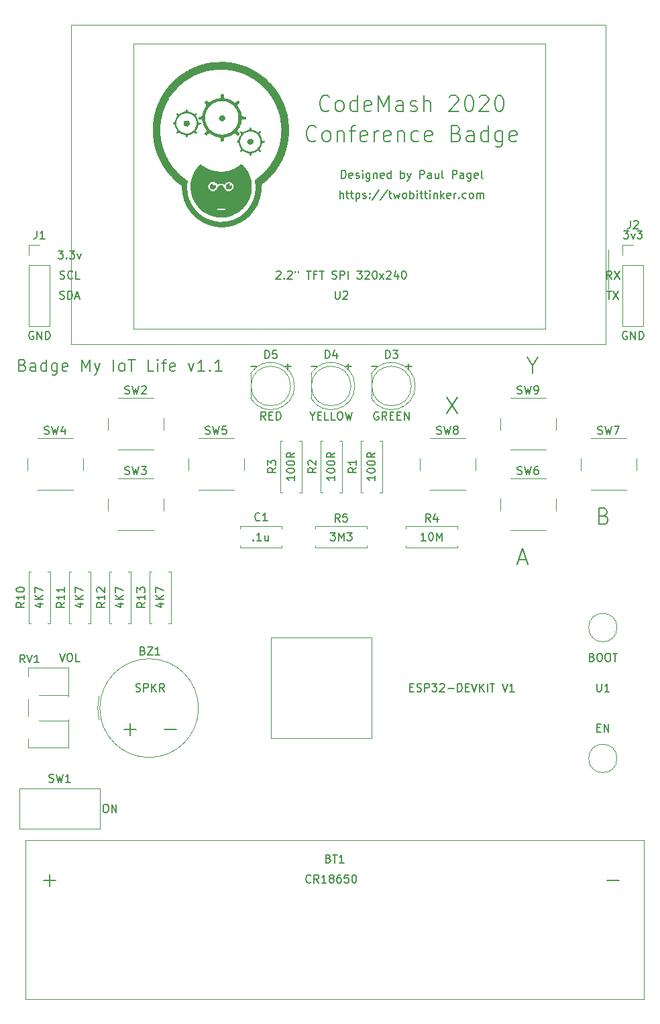
<source format=gbr>
G04 #@! TF.GenerationSoftware,KiCad,Pcbnew,5.1.4-e60b266~84~ubuntu19.04.1*
G04 #@! TF.CreationDate,2019-10-18T16:45:16-04:00*
G04 #@! TF.ProjectId,Esp32Badge-v1,45737033-3242-4616-9467-652d76312e6b,1*
G04 #@! TF.SameCoordinates,Original*
G04 #@! TF.FileFunction,Legend,Top*
G04 #@! TF.FilePolarity,Positive*
%FSLAX46Y46*%
G04 Gerber Fmt 4.6, Leading zero omitted, Abs format (unit mm)*
G04 Created by KiCad (PCBNEW 5.1.4-e60b266~84~ubuntu19.04.1) date 2019-10-18 16:45:16*
%MOMM*%
%LPD*%
G04 APERTURE LIST*
%ADD10C,0.150000*%
%ADD11C,0.120000*%
%ADD12C,0.010000*%
G04 APERTURE END LIST*
D10*
X111244285Y-115974761D02*
X111387142Y-116022380D01*
X111625238Y-116022380D01*
X111720476Y-115974761D01*
X111768095Y-115927142D01*
X111815714Y-115831904D01*
X111815714Y-115736666D01*
X111768095Y-115641428D01*
X111720476Y-115593809D01*
X111625238Y-115546190D01*
X111434761Y-115498571D01*
X111339523Y-115450952D01*
X111291904Y-115403333D01*
X111244285Y-115308095D01*
X111244285Y-115212857D01*
X111291904Y-115117619D01*
X111339523Y-115070000D01*
X111434761Y-115022380D01*
X111672857Y-115022380D01*
X111815714Y-115070000D01*
X112244285Y-116022380D02*
X112244285Y-115022380D01*
X112625238Y-115022380D01*
X112720476Y-115070000D01*
X112768095Y-115117619D01*
X112815714Y-115212857D01*
X112815714Y-115355714D01*
X112768095Y-115450952D01*
X112720476Y-115498571D01*
X112625238Y-115546190D01*
X112244285Y-115546190D01*
X113244285Y-116022380D02*
X113244285Y-115022380D01*
X113815714Y-116022380D02*
X113387142Y-115450952D01*
X113815714Y-115022380D02*
X113244285Y-115593809D01*
X114815714Y-116022380D02*
X114482380Y-115546190D01*
X114244285Y-116022380D02*
X114244285Y-115022380D01*
X114625238Y-115022380D01*
X114720476Y-115070000D01*
X114768095Y-115117619D01*
X114815714Y-115212857D01*
X114815714Y-115355714D01*
X114768095Y-115450952D01*
X114720476Y-115498571D01*
X114625238Y-115546190D01*
X114244285Y-115546190D01*
D11*
X128270000Y-121920000D02*
X128270000Y-109220000D01*
X140970000Y-121920000D02*
X128270000Y-121920000D01*
X140970000Y-109220000D02*
X140970000Y-121920000D01*
X128270000Y-109220000D02*
X140970000Y-109220000D01*
D10*
X171283333Y-63952380D02*
X170950000Y-63476190D01*
X170711904Y-63952380D02*
X170711904Y-62952380D01*
X171092857Y-62952380D01*
X171188095Y-63000000D01*
X171235714Y-63047619D01*
X171283333Y-63142857D01*
X171283333Y-63285714D01*
X171235714Y-63380952D01*
X171188095Y-63428571D01*
X171092857Y-63476190D01*
X170711904Y-63476190D01*
X171616666Y-62952380D02*
X172283333Y-63952380D01*
X172283333Y-62952380D02*
X171616666Y-63952380D01*
X170688095Y-65492380D02*
X171259523Y-65492380D01*
X170973809Y-66492380D02*
X170973809Y-65492380D01*
X171497619Y-65492380D02*
X172164285Y-66492380D01*
X172164285Y-65492380D02*
X171497619Y-66492380D01*
X172799523Y-57872380D02*
X173418571Y-57872380D01*
X173085238Y-58253333D01*
X173228095Y-58253333D01*
X173323333Y-58300952D01*
X173370952Y-58348571D01*
X173418571Y-58443809D01*
X173418571Y-58681904D01*
X173370952Y-58777142D01*
X173323333Y-58824761D01*
X173228095Y-58872380D01*
X172942380Y-58872380D01*
X172847142Y-58824761D01*
X172799523Y-58777142D01*
X173751904Y-58205714D02*
X173990000Y-58872380D01*
X174228095Y-58205714D01*
X174513809Y-57872380D02*
X175132857Y-57872380D01*
X174799523Y-58253333D01*
X174942380Y-58253333D01*
X175037619Y-58300952D01*
X175085238Y-58348571D01*
X175132857Y-58443809D01*
X175132857Y-58681904D01*
X175085238Y-58777142D01*
X175037619Y-58824761D01*
X174942380Y-58872380D01*
X174656666Y-58872380D01*
X174561428Y-58824761D01*
X174513809Y-58777142D01*
X173228095Y-70620000D02*
X173132857Y-70572380D01*
X172990000Y-70572380D01*
X172847142Y-70620000D01*
X172751904Y-70715238D01*
X172704285Y-70810476D01*
X172656666Y-71000952D01*
X172656666Y-71143809D01*
X172704285Y-71334285D01*
X172751904Y-71429523D01*
X172847142Y-71524761D01*
X172990000Y-71572380D01*
X173085238Y-71572380D01*
X173228095Y-71524761D01*
X173275714Y-71477142D01*
X173275714Y-71143809D01*
X173085238Y-71143809D01*
X173704285Y-71572380D02*
X173704285Y-70572380D01*
X174275714Y-71572380D01*
X174275714Y-70572380D01*
X174751904Y-71572380D02*
X174751904Y-70572380D01*
X174990000Y-70572380D01*
X175132857Y-70620000D01*
X175228095Y-70715238D01*
X175275714Y-70810476D01*
X175323333Y-71000952D01*
X175323333Y-71143809D01*
X175275714Y-71334285D01*
X175228095Y-71429523D01*
X175132857Y-71524761D01*
X174990000Y-71572380D01*
X174751904Y-71572380D01*
X101608095Y-111212380D02*
X101941428Y-112212380D01*
X102274761Y-111212380D01*
X102798571Y-111212380D02*
X102989047Y-111212380D01*
X103084285Y-111260000D01*
X103179523Y-111355238D01*
X103227142Y-111545714D01*
X103227142Y-111879047D01*
X103179523Y-112069523D01*
X103084285Y-112164761D01*
X102989047Y-112212380D01*
X102798571Y-112212380D01*
X102703333Y-112164761D01*
X102608095Y-112069523D01*
X102560476Y-111879047D01*
X102560476Y-111545714D01*
X102608095Y-111355238D01*
X102703333Y-111260000D01*
X102798571Y-111212380D01*
X104131904Y-112212380D02*
X103655714Y-112212380D01*
X103655714Y-111212380D01*
X107330952Y-130262380D02*
X107521428Y-130262380D01*
X107616666Y-130310000D01*
X107711904Y-130405238D01*
X107759523Y-130595714D01*
X107759523Y-130929047D01*
X107711904Y-131119523D01*
X107616666Y-131214761D01*
X107521428Y-131262380D01*
X107330952Y-131262380D01*
X107235714Y-131214761D01*
X107140476Y-131119523D01*
X107092857Y-130929047D01*
X107092857Y-130595714D01*
X107140476Y-130405238D01*
X107235714Y-130310000D01*
X107330952Y-130262380D01*
X108188095Y-131262380D02*
X108188095Y-130262380D01*
X108759523Y-131262380D01*
X108759523Y-130262380D01*
X133318571Y-140057142D02*
X133270952Y-140104761D01*
X133128095Y-140152380D01*
X133032857Y-140152380D01*
X132890000Y-140104761D01*
X132794761Y-140009523D01*
X132747142Y-139914285D01*
X132699523Y-139723809D01*
X132699523Y-139580952D01*
X132747142Y-139390476D01*
X132794761Y-139295238D01*
X132890000Y-139200000D01*
X133032857Y-139152380D01*
X133128095Y-139152380D01*
X133270952Y-139200000D01*
X133318571Y-139247619D01*
X134318571Y-140152380D02*
X133985238Y-139676190D01*
X133747142Y-140152380D02*
X133747142Y-139152380D01*
X134128095Y-139152380D01*
X134223333Y-139200000D01*
X134270952Y-139247619D01*
X134318571Y-139342857D01*
X134318571Y-139485714D01*
X134270952Y-139580952D01*
X134223333Y-139628571D01*
X134128095Y-139676190D01*
X133747142Y-139676190D01*
X135270952Y-140152380D02*
X134699523Y-140152380D01*
X134985238Y-140152380D02*
X134985238Y-139152380D01*
X134890000Y-139295238D01*
X134794761Y-139390476D01*
X134699523Y-139438095D01*
X135842380Y-139580952D02*
X135747142Y-139533333D01*
X135699523Y-139485714D01*
X135651904Y-139390476D01*
X135651904Y-139342857D01*
X135699523Y-139247619D01*
X135747142Y-139200000D01*
X135842380Y-139152380D01*
X136032857Y-139152380D01*
X136128095Y-139200000D01*
X136175714Y-139247619D01*
X136223333Y-139342857D01*
X136223333Y-139390476D01*
X136175714Y-139485714D01*
X136128095Y-139533333D01*
X136032857Y-139580952D01*
X135842380Y-139580952D01*
X135747142Y-139628571D01*
X135699523Y-139676190D01*
X135651904Y-139771428D01*
X135651904Y-139961904D01*
X135699523Y-140057142D01*
X135747142Y-140104761D01*
X135842380Y-140152380D01*
X136032857Y-140152380D01*
X136128095Y-140104761D01*
X136175714Y-140057142D01*
X136223333Y-139961904D01*
X136223333Y-139771428D01*
X136175714Y-139676190D01*
X136128095Y-139628571D01*
X136032857Y-139580952D01*
X137080476Y-139152380D02*
X136890000Y-139152380D01*
X136794761Y-139200000D01*
X136747142Y-139247619D01*
X136651904Y-139390476D01*
X136604285Y-139580952D01*
X136604285Y-139961904D01*
X136651904Y-140057142D01*
X136699523Y-140104761D01*
X136794761Y-140152380D01*
X136985238Y-140152380D01*
X137080476Y-140104761D01*
X137128095Y-140057142D01*
X137175714Y-139961904D01*
X137175714Y-139723809D01*
X137128095Y-139628571D01*
X137080476Y-139580952D01*
X136985238Y-139533333D01*
X136794761Y-139533333D01*
X136699523Y-139580952D01*
X136651904Y-139628571D01*
X136604285Y-139723809D01*
X138080476Y-139152380D02*
X137604285Y-139152380D01*
X137556666Y-139628571D01*
X137604285Y-139580952D01*
X137699523Y-139533333D01*
X137937619Y-139533333D01*
X138032857Y-139580952D01*
X138080476Y-139628571D01*
X138128095Y-139723809D01*
X138128095Y-139961904D01*
X138080476Y-140057142D01*
X138032857Y-140104761D01*
X137937619Y-140152380D01*
X137699523Y-140152380D01*
X137604285Y-140104761D01*
X137556666Y-140057142D01*
X138747142Y-139152380D02*
X138842380Y-139152380D01*
X138937619Y-139200000D01*
X138985238Y-139247619D01*
X139032857Y-139342857D01*
X139080476Y-139533333D01*
X139080476Y-139771428D01*
X139032857Y-139961904D01*
X138985238Y-140057142D01*
X138937619Y-140104761D01*
X138842380Y-140152380D01*
X138747142Y-140152380D01*
X138651904Y-140104761D01*
X138604285Y-140057142D01*
X138556666Y-139961904D01*
X138509047Y-139771428D01*
X138509047Y-139533333D01*
X138556666Y-139342857D01*
X138604285Y-139247619D01*
X138651904Y-139200000D01*
X138747142Y-139152380D01*
X136978571Y-53792380D02*
X136978571Y-52792380D01*
X137407142Y-53792380D02*
X137407142Y-53268571D01*
X137359523Y-53173333D01*
X137264285Y-53125714D01*
X137121428Y-53125714D01*
X137026190Y-53173333D01*
X136978571Y-53220952D01*
X137740476Y-53125714D02*
X138121428Y-53125714D01*
X137883333Y-52792380D02*
X137883333Y-53649523D01*
X137930952Y-53744761D01*
X138026190Y-53792380D01*
X138121428Y-53792380D01*
X138311904Y-53125714D02*
X138692857Y-53125714D01*
X138454761Y-52792380D02*
X138454761Y-53649523D01*
X138502380Y-53744761D01*
X138597619Y-53792380D01*
X138692857Y-53792380D01*
X139026190Y-53125714D02*
X139026190Y-54125714D01*
X139026190Y-53173333D02*
X139121428Y-53125714D01*
X139311904Y-53125714D01*
X139407142Y-53173333D01*
X139454761Y-53220952D01*
X139502380Y-53316190D01*
X139502380Y-53601904D01*
X139454761Y-53697142D01*
X139407142Y-53744761D01*
X139311904Y-53792380D01*
X139121428Y-53792380D01*
X139026190Y-53744761D01*
X139883333Y-53744761D02*
X139978571Y-53792380D01*
X140169047Y-53792380D01*
X140264285Y-53744761D01*
X140311904Y-53649523D01*
X140311904Y-53601904D01*
X140264285Y-53506666D01*
X140169047Y-53459047D01*
X140026190Y-53459047D01*
X139930952Y-53411428D01*
X139883333Y-53316190D01*
X139883333Y-53268571D01*
X139930952Y-53173333D01*
X140026190Y-53125714D01*
X140169047Y-53125714D01*
X140264285Y-53173333D01*
X140740476Y-53697142D02*
X140788095Y-53744761D01*
X140740476Y-53792380D01*
X140692857Y-53744761D01*
X140740476Y-53697142D01*
X140740476Y-53792380D01*
X140740476Y-53173333D02*
X140788095Y-53220952D01*
X140740476Y-53268571D01*
X140692857Y-53220952D01*
X140740476Y-53173333D01*
X140740476Y-53268571D01*
X141930952Y-52744761D02*
X141073809Y-54030476D01*
X142978571Y-52744761D02*
X142121428Y-54030476D01*
X143169047Y-53125714D02*
X143550000Y-53125714D01*
X143311904Y-52792380D02*
X143311904Y-53649523D01*
X143359523Y-53744761D01*
X143454761Y-53792380D01*
X143550000Y-53792380D01*
X143788095Y-53125714D02*
X143978571Y-53792380D01*
X144169047Y-53316190D01*
X144359523Y-53792380D01*
X144550000Y-53125714D01*
X145073809Y-53792380D02*
X144978571Y-53744761D01*
X144930952Y-53697142D01*
X144883333Y-53601904D01*
X144883333Y-53316190D01*
X144930952Y-53220952D01*
X144978571Y-53173333D01*
X145073809Y-53125714D01*
X145216666Y-53125714D01*
X145311904Y-53173333D01*
X145359523Y-53220952D01*
X145407142Y-53316190D01*
X145407142Y-53601904D01*
X145359523Y-53697142D01*
X145311904Y-53744761D01*
X145216666Y-53792380D01*
X145073809Y-53792380D01*
X145835714Y-53792380D02*
X145835714Y-52792380D01*
X145835714Y-53173333D02*
X145930952Y-53125714D01*
X146121428Y-53125714D01*
X146216666Y-53173333D01*
X146264285Y-53220952D01*
X146311904Y-53316190D01*
X146311904Y-53601904D01*
X146264285Y-53697142D01*
X146216666Y-53744761D01*
X146121428Y-53792380D01*
X145930952Y-53792380D01*
X145835714Y-53744761D01*
X146740476Y-53792380D02*
X146740476Y-53125714D01*
X146740476Y-52792380D02*
X146692857Y-52840000D01*
X146740476Y-52887619D01*
X146788095Y-52840000D01*
X146740476Y-52792380D01*
X146740476Y-52887619D01*
X147073809Y-53125714D02*
X147454761Y-53125714D01*
X147216666Y-52792380D02*
X147216666Y-53649523D01*
X147264285Y-53744761D01*
X147359523Y-53792380D01*
X147454761Y-53792380D01*
X147645238Y-53125714D02*
X148026190Y-53125714D01*
X147788095Y-52792380D02*
X147788095Y-53649523D01*
X147835714Y-53744761D01*
X147930952Y-53792380D01*
X148026190Y-53792380D01*
X148359523Y-53792380D02*
X148359523Y-53125714D01*
X148359523Y-52792380D02*
X148311904Y-52840000D01*
X148359523Y-52887619D01*
X148407142Y-52840000D01*
X148359523Y-52792380D01*
X148359523Y-52887619D01*
X148835714Y-53125714D02*
X148835714Y-53792380D01*
X148835714Y-53220952D02*
X148883333Y-53173333D01*
X148978571Y-53125714D01*
X149121428Y-53125714D01*
X149216666Y-53173333D01*
X149264285Y-53268571D01*
X149264285Y-53792380D01*
X149740476Y-53792380D02*
X149740476Y-52792380D01*
X149835714Y-53411428D02*
X150121428Y-53792380D01*
X150121428Y-53125714D02*
X149740476Y-53506666D01*
X150930952Y-53744761D02*
X150835714Y-53792380D01*
X150645238Y-53792380D01*
X150550000Y-53744761D01*
X150502380Y-53649523D01*
X150502380Y-53268571D01*
X150550000Y-53173333D01*
X150645238Y-53125714D01*
X150835714Y-53125714D01*
X150930952Y-53173333D01*
X150978571Y-53268571D01*
X150978571Y-53363809D01*
X150502380Y-53459047D01*
X151407142Y-53792380D02*
X151407142Y-53125714D01*
X151407142Y-53316190D02*
X151454761Y-53220952D01*
X151502380Y-53173333D01*
X151597619Y-53125714D01*
X151692857Y-53125714D01*
X152026190Y-53697142D02*
X152073809Y-53744761D01*
X152026190Y-53792380D01*
X151978571Y-53744761D01*
X152026190Y-53697142D01*
X152026190Y-53792380D01*
X152930952Y-53744761D02*
X152835714Y-53792380D01*
X152645238Y-53792380D01*
X152550000Y-53744761D01*
X152502380Y-53697142D01*
X152454761Y-53601904D01*
X152454761Y-53316190D01*
X152502380Y-53220952D01*
X152550000Y-53173333D01*
X152645238Y-53125714D01*
X152835714Y-53125714D01*
X152930952Y-53173333D01*
X153502380Y-53792380D02*
X153407142Y-53744761D01*
X153359523Y-53697142D01*
X153311904Y-53601904D01*
X153311904Y-53316190D01*
X153359523Y-53220952D01*
X153407142Y-53173333D01*
X153502380Y-53125714D01*
X153645238Y-53125714D01*
X153740476Y-53173333D01*
X153788095Y-53220952D01*
X153835714Y-53316190D01*
X153835714Y-53601904D01*
X153788095Y-53697142D01*
X153740476Y-53744761D01*
X153645238Y-53792380D01*
X153502380Y-53792380D01*
X154264285Y-53792380D02*
X154264285Y-53125714D01*
X154264285Y-53220952D02*
X154311904Y-53173333D01*
X154407142Y-53125714D01*
X154549999Y-53125714D01*
X154645238Y-53173333D01*
X154692857Y-53268571D01*
X154692857Y-53792380D01*
X154692857Y-53268571D02*
X154740476Y-53173333D01*
X154835714Y-53125714D01*
X154978571Y-53125714D01*
X155073809Y-53173333D01*
X155121428Y-53268571D01*
X155121428Y-53792380D01*
X134002380Y-46434285D02*
X133907142Y-46529523D01*
X133621428Y-46624761D01*
X133430952Y-46624761D01*
X133145238Y-46529523D01*
X132954761Y-46339047D01*
X132859523Y-46148571D01*
X132764285Y-45767619D01*
X132764285Y-45481904D01*
X132859523Y-45100952D01*
X132954761Y-44910476D01*
X133145238Y-44720000D01*
X133430952Y-44624761D01*
X133621428Y-44624761D01*
X133907142Y-44720000D01*
X134002380Y-44815238D01*
X135145238Y-46624761D02*
X134954761Y-46529523D01*
X134859523Y-46434285D01*
X134764285Y-46243809D01*
X134764285Y-45672380D01*
X134859523Y-45481904D01*
X134954761Y-45386666D01*
X135145238Y-45291428D01*
X135430952Y-45291428D01*
X135621428Y-45386666D01*
X135716666Y-45481904D01*
X135811904Y-45672380D01*
X135811904Y-46243809D01*
X135716666Y-46434285D01*
X135621428Y-46529523D01*
X135430952Y-46624761D01*
X135145238Y-46624761D01*
X136669047Y-45291428D02*
X136669047Y-46624761D01*
X136669047Y-45481904D02*
X136764285Y-45386666D01*
X136954761Y-45291428D01*
X137240476Y-45291428D01*
X137430952Y-45386666D01*
X137526190Y-45577142D01*
X137526190Y-46624761D01*
X138192857Y-45291428D02*
X138954761Y-45291428D01*
X138478571Y-46624761D02*
X138478571Y-44910476D01*
X138573809Y-44720000D01*
X138764285Y-44624761D01*
X138954761Y-44624761D01*
X140383333Y-46529523D02*
X140192857Y-46624761D01*
X139811904Y-46624761D01*
X139621428Y-46529523D01*
X139526190Y-46339047D01*
X139526190Y-45577142D01*
X139621428Y-45386666D01*
X139811904Y-45291428D01*
X140192857Y-45291428D01*
X140383333Y-45386666D01*
X140478571Y-45577142D01*
X140478571Y-45767619D01*
X139526190Y-45958095D01*
X141335714Y-46624761D02*
X141335714Y-45291428D01*
X141335714Y-45672380D02*
X141430952Y-45481904D01*
X141526190Y-45386666D01*
X141716666Y-45291428D01*
X141907142Y-45291428D01*
X143335714Y-46529523D02*
X143145238Y-46624761D01*
X142764285Y-46624761D01*
X142573809Y-46529523D01*
X142478571Y-46339047D01*
X142478571Y-45577142D01*
X142573809Y-45386666D01*
X142764285Y-45291428D01*
X143145238Y-45291428D01*
X143335714Y-45386666D01*
X143430952Y-45577142D01*
X143430952Y-45767619D01*
X142478571Y-45958095D01*
X144288095Y-45291428D02*
X144288095Y-46624761D01*
X144288095Y-45481904D02*
X144383333Y-45386666D01*
X144573809Y-45291428D01*
X144859523Y-45291428D01*
X145050000Y-45386666D01*
X145145238Y-45577142D01*
X145145238Y-46624761D01*
X146954761Y-46529523D02*
X146764285Y-46624761D01*
X146383333Y-46624761D01*
X146192857Y-46529523D01*
X146097619Y-46434285D01*
X146002380Y-46243809D01*
X146002380Y-45672380D01*
X146097619Y-45481904D01*
X146192857Y-45386666D01*
X146383333Y-45291428D01*
X146764285Y-45291428D01*
X146954761Y-45386666D01*
X148573809Y-46529523D02*
X148383333Y-46624761D01*
X148002380Y-46624761D01*
X147811904Y-46529523D01*
X147716666Y-46339047D01*
X147716666Y-45577142D01*
X147811904Y-45386666D01*
X148002380Y-45291428D01*
X148383333Y-45291428D01*
X148573809Y-45386666D01*
X148669047Y-45577142D01*
X148669047Y-45767619D01*
X147716666Y-45958095D01*
X151716666Y-45577142D02*
X152002380Y-45672380D01*
X152097619Y-45767619D01*
X152192857Y-45958095D01*
X152192857Y-46243809D01*
X152097619Y-46434285D01*
X152002380Y-46529523D01*
X151811904Y-46624761D01*
X151050000Y-46624761D01*
X151050000Y-44624761D01*
X151716666Y-44624761D01*
X151907142Y-44720000D01*
X152002380Y-44815238D01*
X152097619Y-45005714D01*
X152097619Y-45196190D01*
X152002380Y-45386666D01*
X151907142Y-45481904D01*
X151716666Y-45577142D01*
X151050000Y-45577142D01*
X153907142Y-46624761D02*
X153907142Y-45577142D01*
X153811904Y-45386666D01*
X153621428Y-45291428D01*
X153240476Y-45291428D01*
X153050000Y-45386666D01*
X153907142Y-46529523D02*
X153716666Y-46624761D01*
X153240476Y-46624761D01*
X153050000Y-46529523D01*
X152954761Y-46339047D01*
X152954761Y-46148571D01*
X153050000Y-45958095D01*
X153240476Y-45862857D01*
X153716666Y-45862857D01*
X153907142Y-45767619D01*
X155716666Y-46624761D02*
X155716666Y-44624761D01*
X155716666Y-46529523D02*
X155526190Y-46624761D01*
X155145238Y-46624761D01*
X154954761Y-46529523D01*
X154859523Y-46434285D01*
X154764285Y-46243809D01*
X154764285Y-45672380D01*
X154859523Y-45481904D01*
X154954761Y-45386666D01*
X155145238Y-45291428D01*
X155526190Y-45291428D01*
X155716666Y-45386666D01*
X157526190Y-45291428D02*
X157526190Y-46910476D01*
X157430952Y-47100952D01*
X157335714Y-47196190D01*
X157145238Y-47291428D01*
X156859523Y-47291428D01*
X156669047Y-47196190D01*
X157526190Y-46529523D02*
X157335714Y-46624761D01*
X156954761Y-46624761D01*
X156764285Y-46529523D01*
X156669047Y-46434285D01*
X156573809Y-46243809D01*
X156573809Y-45672380D01*
X156669047Y-45481904D01*
X156764285Y-45386666D01*
X156954761Y-45291428D01*
X157335714Y-45291428D01*
X157526190Y-45386666D01*
X159240476Y-46529523D02*
X159050000Y-46624761D01*
X158669047Y-46624761D01*
X158478571Y-46529523D01*
X158383333Y-46339047D01*
X158383333Y-45577142D01*
X158478571Y-45386666D01*
X158669047Y-45291428D01*
X159050000Y-45291428D01*
X159240476Y-45386666D01*
X159335714Y-45577142D01*
X159335714Y-45767619D01*
X158383333Y-45958095D01*
X137192857Y-51252380D02*
X137192857Y-50252380D01*
X137430952Y-50252380D01*
X137573809Y-50300000D01*
X137669047Y-50395238D01*
X137716666Y-50490476D01*
X137764285Y-50680952D01*
X137764285Y-50823809D01*
X137716666Y-51014285D01*
X137669047Y-51109523D01*
X137573809Y-51204761D01*
X137430952Y-51252380D01*
X137192857Y-51252380D01*
X138573809Y-51204761D02*
X138478571Y-51252380D01*
X138288095Y-51252380D01*
X138192857Y-51204761D01*
X138145238Y-51109523D01*
X138145238Y-50728571D01*
X138192857Y-50633333D01*
X138288095Y-50585714D01*
X138478571Y-50585714D01*
X138573809Y-50633333D01*
X138621428Y-50728571D01*
X138621428Y-50823809D01*
X138145238Y-50919047D01*
X139002380Y-51204761D02*
X139097619Y-51252380D01*
X139288095Y-51252380D01*
X139383333Y-51204761D01*
X139430952Y-51109523D01*
X139430952Y-51061904D01*
X139383333Y-50966666D01*
X139288095Y-50919047D01*
X139145238Y-50919047D01*
X139050000Y-50871428D01*
X139002380Y-50776190D01*
X139002380Y-50728571D01*
X139050000Y-50633333D01*
X139145238Y-50585714D01*
X139288095Y-50585714D01*
X139383333Y-50633333D01*
X139859523Y-51252380D02*
X139859523Y-50585714D01*
X139859523Y-50252380D02*
X139811904Y-50300000D01*
X139859523Y-50347619D01*
X139907142Y-50300000D01*
X139859523Y-50252380D01*
X139859523Y-50347619D01*
X140764285Y-50585714D02*
X140764285Y-51395238D01*
X140716666Y-51490476D01*
X140669047Y-51538095D01*
X140573809Y-51585714D01*
X140430952Y-51585714D01*
X140335714Y-51538095D01*
X140764285Y-51204761D02*
X140669047Y-51252380D01*
X140478571Y-51252380D01*
X140383333Y-51204761D01*
X140335714Y-51157142D01*
X140288095Y-51061904D01*
X140288095Y-50776190D01*
X140335714Y-50680952D01*
X140383333Y-50633333D01*
X140478571Y-50585714D01*
X140669047Y-50585714D01*
X140764285Y-50633333D01*
X141240476Y-50585714D02*
X141240476Y-51252380D01*
X141240476Y-50680952D02*
X141288095Y-50633333D01*
X141383333Y-50585714D01*
X141526190Y-50585714D01*
X141621428Y-50633333D01*
X141669047Y-50728571D01*
X141669047Y-51252380D01*
X142526190Y-51204761D02*
X142430952Y-51252380D01*
X142240476Y-51252380D01*
X142145238Y-51204761D01*
X142097619Y-51109523D01*
X142097619Y-50728571D01*
X142145238Y-50633333D01*
X142240476Y-50585714D01*
X142430952Y-50585714D01*
X142526190Y-50633333D01*
X142573809Y-50728571D01*
X142573809Y-50823809D01*
X142097619Y-50919047D01*
X143430952Y-51252380D02*
X143430952Y-50252380D01*
X143430952Y-51204761D02*
X143335714Y-51252380D01*
X143145238Y-51252380D01*
X143050000Y-51204761D01*
X143002380Y-51157142D01*
X142954761Y-51061904D01*
X142954761Y-50776190D01*
X143002380Y-50680952D01*
X143050000Y-50633333D01*
X143145238Y-50585714D01*
X143335714Y-50585714D01*
X143430952Y-50633333D01*
X144669047Y-51252380D02*
X144669047Y-50252380D01*
X144669047Y-50633333D02*
X144764285Y-50585714D01*
X144954761Y-50585714D01*
X145050000Y-50633333D01*
X145097619Y-50680952D01*
X145145238Y-50776190D01*
X145145238Y-51061904D01*
X145097619Y-51157142D01*
X145050000Y-51204761D01*
X144954761Y-51252380D01*
X144764285Y-51252380D01*
X144669047Y-51204761D01*
X145478571Y-50585714D02*
X145716666Y-51252380D01*
X145954761Y-50585714D02*
X145716666Y-51252380D01*
X145621428Y-51490476D01*
X145573809Y-51538095D01*
X145478571Y-51585714D01*
X147097619Y-51252380D02*
X147097619Y-50252380D01*
X147478571Y-50252380D01*
X147573809Y-50300000D01*
X147621428Y-50347619D01*
X147669047Y-50442857D01*
X147669047Y-50585714D01*
X147621428Y-50680952D01*
X147573809Y-50728571D01*
X147478571Y-50776190D01*
X147097619Y-50776190D01*
X148526190Y-51252380D02*
X148526190Y-50728571D01*
X148478571Y-50633333D01*
X148383333Y-50585714D01*
X148192857Y-50585714D01*
X148097619Y-50633333D01*
X148526190Y-51204761D02*
X148430952Y-51252380D01*
X148192857Y-51252380D01*
X148097619Y-51204761D01*
X148050000Y-51109523D01*
X148050000Y-51014285D01*
X148097619Y-50919047D01*
X148192857Y-50871428D01*
X148430952Y-50871428D01*
X148526190Y-50823809D01*
X149430952Y-50585714D02*
X149430952Y-51252380D01*
X149002380Y-50585714D02*
X149002380Y-51109523D01*
X149050000Y-51204761D01*
X149145238Y-51252380D01*
X149288095Y-51252380D01*
X149383333Y-51204761D01*
X149430952Y-51157142D01*
X150050000Y-51252380D02*
X149954761Y-51204761D01*
X149907142Y-51109523D01*
X149907142Y-50252380D01*
X151192857Y-51252380D02*
X151192857Y-50252380D01*
X151573809Y-50252380D01*
X151669047Y-50300000D01*
X151716666Y-50347619D01*
X151764285Y-50442857D01*
X151764285Y-50585714D01*
X151716666Y-50680952D01*
X151669047Y-50728571D01*
X151573809Y-50776190D01*
X151192857Y-50776190D01*
X152621428Y-51252380D02*
X152621428Y-50728571D01*
X152573809Y-50633333D01*
X152478571Y-50585714D01*
X152288095Y-50585714D01*
X152192857Y-50633333D01*
X152621428Y-51204761D02*
X152526190Y-51252380D01*
X152288095Y-51252380D01*
X152192857Y-51204761D01*
X152145238Y-51109523D01*
X152145238Y-51014285D01*
X152192857Y-50919047D01*
X152288095Y-50871428D01*
X152526190Y-50871428D01*
X152621428Y-50823809D01*
X153526190Y-50585714D02*
X153526190Y-51395238D01*
X153478571Y-51490476D01*
X153430952Y-51538095D01*
X153335714Y-51585714D01*
X153192857Y-51585714D01*
X153097619Y-51538095D01*
X153526190Y-51204761D02*
X153430952Y-51252380D01*
X153240476Y-51252380D01*
X153145238Y-51204761D01*
X153097619Y-51157142D01*
X153050000Y-51061904D01*
X153050000Y-50776190D01*
X153097619Y-50680952D01*
X153145238Y-50633333D01*
X153240476Y-50585714D01*
X153430952Y-50585714D01*
X153526190Y-50633333D01*
X154383333Y-51204761D02*
X154288095Y-51252380D01*
X154097619Y-51252380D01*
X154002380Y-51204761D01*
X153954761Y-51109523D01*
X153954761Y-50728571D01*
X154002380Y-50633333D01*
X154097619Y-50585714D01*
X154288095Y-50585714D01*
X154383333Y-50633333D01*
X154430952Y-50728571D01*
X154430952Y-50823809D01*
X153954761Y-50919047D01*
X155002380Y-51252380D02*
X154907142Y-51204761D01*
X154859523Y-51109523D01*
X154859523Y-50252380D01*
X128969523Y-63047619D02*
X129017142Y-63000000D01*
X129112380Y-62952380D01*
X129350476Y-62952380D01*
X129445714Y-63000000D01*
X129493333Y-63047619D01*
X129540952Y-63142857D01*
X129540952Y-63238095D01*
X129493333Y-63380952D01*
X128921904Y-63952380D01*
X129540952Y-63952380D01*
X129969523Y-63857142D02*
X130017142Y-63904761D01*
X129969523Y-63952380D01*
X129921904Y-63904761D01*
X129969523Y-63857142D01*
X129969523Y-63952380D01*
X130398095Y-63047619D02*
X130445714Y-63000000D01*
X130540952Y-62952380D01*
X130779047Y-62952380D01*
X130874285Y-63000000D01*
X130921904Y-63047619D01*
X130969523Y-63142857D01*
X130969523Y-63238095D01*
X130921904Y-63380952D01*
X130350476Y-63952380D01*
X130969523Y-63952380D01*
X131350476Y-62952380D02*
X131350476Y-63142857D01*
X131731428Y-62952380D02*
X131731428Y-63142857D01*
X132779047Y-62952380D02*
X133350476Y-62952380D01*
X133064761Y-63952380D02*
X133064761Y-62952380D01*
X134017142Y-63428571D02*
X133683809Y-63428571D01*
X133683809Y-63952380D02*
X133683809Y-62952380D01*
X134160000Y-62952380D01*
X134398095Y-62952380D02*
X134969523Y-62952380D01*
X134683809Y-63952380D02*
X134683809Y-62952380D01*
X136017142Y-63904761D02*
X136160000Y-63952380D01*
X136398095Y-63952380D01*
X136493333Y-63904761D01*
X136540952Y-63857142D01*
X136588571Y-63761904D01*
X136588571Y-63666666D01*
X136540952Y-63571428D01*
X136493333Y-63523809D01*
X136398095Y-63476190D01*
X136207619Y-63428571D01*
X136112380Y-63380952D01*
X136064761Y-63333333D01*
X136017142Y-63238095D01*
X136017142Y-63142857D01*
X136064761Y-63047619D01*
X136112380Y-63000000D01*
X136207619Y-62952380D01*
X136445714Y-62952380D01*
X136588571Y-63000000D01*
X137017142Y-63952380D02*
X137017142Y-62952380D01*
X137398095Y-62952380D01*
X137493333Y-63000000D01*
X137540952Y-63047619D01*
X137588571Y-63142857D01*
X137588571Y-63285714D01*
X137540952Y-63380952D01*
X137493333Y-63428571D01*
X137398095Y-63476190D01*
X137017142Y-63476190D01*
X138017142Y-63952380D02*
X138017142Y-62952380D01*
X139160000Y-62952380D02*
X139779047Y-62952380D01*
X139445714Y-63333333D01*
X139588571Y-63333333D01*
X139683809Y-63380952D01*
X139731428Y-63428571D01*
X139779047Y-63523809D01*
X139779047Y-63761904D01*
X139731428Y-63857142D01*
X139683809Y-63904761D01*
X139588571Y-63952380D01*
X139302857Y-63952380D01*
X139207619Y-63904761D01*
X139160000Y-63857142D01*
X140160000Y-63047619D02*
X140207619Y-63000000D01*
X140302857Y-62952380D01*
X140540952Y-62952380D01*
X140636190Y-63000000D01*
X140683809Y-63047619D01*
X140731428Y-63142857D01*
X140731428Y-63238095D01*
X140683809Y-63380952D01*
X140112380Y-63952380D01*
X140731428Y-63952380D01*
X141350476Y-62952380D02*
X141445714Y-62952380D01*
X141540952Y-63000000D01*
X141588571Y-63047619D01*
X141636190Y-63142857D01*
X141683809Y-63333333D01*
X141683809Y-63571428D01*
X141636190Y-63761904D01*
X141588571Y-63857142D01*
X141540952Y-63904761D01*
X141445714Y-63952380D01*
X141350476Y-63952380D01*
X141255238Y-63904761D01*
X141207619Y-63857142D01*
X141160000Y-63761904D01*
X141112380Y-63571428D01*
X141112380Y-63333333D01*
X141160000Y-63142857D01*
X141207619Y-63047619D01*
X141255238Y-63000000D01*
X141350476Y-62952380D01*
X142017142Y-63952380D02*
X142540952Y-63285714D01*
X142017142Y-63285714D02*
X142540952Y-63952380D01*
X142874285Y-63047619D02*
X142921904Y-63000000D01*
X143017142Y-62952380D01*
X143255238Y-62952380D01*
X143350476Y-63000000D01*
X143398095Y-63047619D01*
X143445714Y-63142857D01*
X143445714Y-63238095D01*
X143398095Y-63380952D01*
X142826666Y-63952380D01*
X143445714Y-63952380D01*
X144302857Y-63285714D02*
X144302857Y-63952380D01*
X144064761Y-62904761D02*
X143826666Y-63619047D01*
X144445714Y-63619047D01*
X145017142Y-62952380D02*
X145112380Y-62952380D01*
X145207619Y-63000000D01*
X145255238Y-63047619D01*
X145302857Y-63142857D01*
X145350476Y-63333333D01*
X145350476Y-63571428D01*
X145302857Y-63761904D01*
X145255238Y-63857142D01*
X145207619Y-63904761D01*
X145112380Y-63952380D01*
X145017142Y-63952380D01*
X144921904Y-63904761D01*
X144874285Y-63857142D01*
X144826666Y-63761904D01*
X144779047Y-63571428D01*
X144779047Y-63333333D01*
X144826666Y-63142857D01*
X144874285Y-63047619D01*
X144921904Y-63000000D01*
X145017142Y-62952380D01*
X145852380Y-115498571D02*
X146185714Y-115498571D01*
X146328571Y-116022380D02*
X145852380Y-116022380D01*
X145852380Y-115022380D01*
X146328571Y-115022380D01*
X146709523Y-115974761D02*
X146852380Y-116022380D01*
X147090476Y-116022380D01*
X147185714Y-115974761D01*
X147233333Y-115927142D01*
X147280952Y-115831904D01*
X147280952Y-115736666D01*
X147233333Y-115641428D01*
X147185714Y-115593809D01*
X147090476Y-115546190D01*
X146900000Y-115498571D01*
X146804761Y-115450952D01*
X146757142Y-115403333D01*
X146709523Y-115308095D01*
X146709523Y-115212857D01*
X146757142Y-115117619D01*
X146804761Y-115070000D01*
X146900000Y-115022380D01*
X147138095Y-115022380D01*
X147280952Y-115070000D01*
X147709523Y-116022380D02*
X147709523Y-115022380D01*
X148090476Y-115022380D01*
X148185714Y-115070000D01*
X148233333Y-115117619D01*
X148280952Y-115212857D01*
X148280952Y-115355714D01*
X148233333Y-115450952D01*
X148185714Y-115498571D01*
X148090476Y-115546190D01*
X147709523Y-115546190D01*
X148614285Y-115022380D02*
X149233333Y-115022380D01*
X148900000Y-115403333D01*
X149042857Y-115403333D01*
X149138095Y-115450952D01*
X149185714Y-115498571D01*
X149233333Y-115593809D01*
X149233333Y-115831904D01*
X149185714Y-115927142D01*
X149138095Y-115974761D01*
X149042857Y-116022380D01*
X148757142Y-116022380D01*
X148661904Y-115974761D01*
X148614285Y-115927142D01*
X149614285Y-115117619D02*
X149661904Y-115070000D01*
X149757142Y-115022380D01*
X149995238Y-115022380D01*
X150090476Y-115070000D01*
X150138095Y-115117619D01*
X150185714Y-115212857D01*
X150185714Y-115308095D01*
X150138095Y-115450952D01*
X149566666Y-116022380D01*
X150185714Y-116022380D01*
X150614285Y-115641428D02*
X151376190Y-115641428D01*
X151852380Y-116022380D02*
X151852380Y-115022380D01*
X152090476Y-115022380D01*
X152233333Y-115070000D01*
X152328571Y-115165238D01*
X152376190Y-115260476D01*
X152423809Y-115450952D01*
X152423809Y-115593809D01*
X152376190Y-115784285D01*
X152328571Y-115879523D01*
X152233333Y-115974761D01*
X152090476Y-116022380D01*
X151852380Y-116022380D01*
X152852380Y-115498571D02*
X153185714Y-115498571D01*
X153328571Y-116022380D02*
X152852380Y-116022380D01*
X152852380Y-115022380D01*
X153328571Y-115022380D01*
X153614285Y-115022380D02*
X153947619Y-116022380D01*
X154280952Y-115022380D01*
X154614285Y-116022380D02*
X154614285Y-115022380D01*
X155185714Y-116022380D02*
X154757142Y-115450952D01*
X155185714Y-115022380D02*
X154614285Y-115593809D01*
X155614285Y-116022380D02*
X155614285Y-115022380D01*
X155947619Y-115022380D02*
X156519047Y-115022380D01*
X156233333Y-116022380D02*
X156233333Y-115022380D01*
X157471428Y-115022380D02*
X157804761Y-116022380D01*
X158138095Y-115022380D01*
X158995238Y-116022380D02*
X158423809Y-116022380D01*
X158709523Y-116022380D02*
X158709523Y-115022380D01*
X158614285Y-115165238D01*
X158519047Y-115260476D01*
X158423809Y-115308095D01*
X147828095Y-96972380D02*
X147256666Y-96972380D01*
X147542380Y-96972380D02*
X147542380Y-95972380D01*
X147447142Y-96115238D01*
X147351904Y-96210476D01*
X147256666Y-96258095D01*
X148447142Y-95972380D02*
X148542380Y-95972380D01*
X148637619Y-96020000D01*
X148685238Y-96067619D01*
X148732857Y-96162857D01*
X148780476Y-96353333D01*
X148780476Y-96591428D01*
X148732857Y-96781904D01*
X148685238Y-96877142D01*
X148637619Y-96924761D01*
X148542380Y-96972380D01*
X148447142Y-96972380D01*
X148351904Y-96924761D01*
X148304285Y-96877142D01*
X148256666Y-96781904D01*
X148209047Y-96591428D01*
X148209047Y-96353333D01*
X148256666Y-96162857D01*
X148304285Y-96067619D01*
X148351904Y-96020000D01*
X148447142Y-95972380D01*
X149209047Y-96972380D02*
X149209047Y-95972380D01*
X149542380Y-96686666D01*
X149875714Y-95972380D01*
X149875714Y-96972380D01*
X126071428Y-96877142D02*
X126119047Y-96924761D01*
X126071428Y-96972380D01*
X126023809Y-96924761D01*
X126071428Y-96877142D01*
X126071428Y-96972380D01*
X127071428Y-96972380D02*
X126500000Y-96972380D01*
X126785714Y-96972380D02*
X126785714Y-95972380D01*
X126690476Y-96115238D01*
X126595238Y-96210476D01*
X126500000Y-96258095D01*
X127928571Y-96305714D02*
X127928571Y-96972380D01*
X127500000Y-96305714D02*
X127500000Y-96829523D01*
X127547619Y-96924761D01*
X127642857Y-96972380D01*
X127785714Y-96972380D01*
X127880952Y-96924761D01*
X127928571Y-96877142D01*
X135779047Y-95972380D02*
X136398095Y-95972380D01*
X136064761Y-96353333D01*
X136207619Y-96353333D01*
X136302857Y-96400952D01*
X136350476Y-96448571D01*
X136398095Y-96543809D01*
X136398095Y-96781904D01*
X136350476Y-96877142D01*
X136302857Y-96924761D01*
X136207619Y-96972380D01*
X135921904Y-96972380D01*
X135826666Y-96924761D01*
X135779047Y-96877142D01*
X136826666Y-96972380D02*
X136826666Y-95972380D01*
X137160000Y-96686666D01*
X137493333Y-95972380D01*
X137493333Y-96972380D01*
X137874285Y-95972380D02*
X138493333Y-95972380D01*
X138160000Y-96353333D01*
X138302857Y-96353333D01*
X138398095Y-96400952D01*
X138445714Y-96448571D01*
X138493333Y-96543809D01*
X138493333Y-96781904D01*
X138445714Y-96877142D01*
X138398095Y-96924761D01*
X138302857Y-96972380D01*
X138017142Y-96972380D01*
X137921904Y-96924761D01*
X137874285Y-96877142D01*
X141843333Y-80780000D02*
X141748095Y-80732380D01*
X141605238Y-80732380D01*
X141462380Y-80780000D01*
X141367142Y-80875238D01*
X141319523Y-80970476D01*
X141271904Y-81160952D01*
X141271904Y-81303809D01*
X141319523Y-81494285D01*
X141367142Y-81589523D01*
X141462380Y-81684761D01*
X141605238Y-81732380D01*
X141700476Y-81732380D01*
X141843333Y-81684761D01*
X141890952Y-81637142D01*
X141890952Y-81303809D01*
X141700476Y-81303809D01*
X142890952Y-81732380D02*
X142557619Y-81256190D01*
X142319523Y-81732380D02*
X142319523Y-80732380D01*
X142700476Y-80732380D01*
X142795714Y-80780000D01*
X142843333Y-80827619D01*
X142890952Y-80922857D01*
X142890952Y-81065714D01*
X142843333Y-81160952D01*
X142795714Y-81208571D01*
X142700476Y-81256190D01*
X142319523Y-81256190D01*
X143319523Y-81208571D02*
X143652857Y-81208571D01*
X143795714Y-81732380D02*
X143319523Y-81732380D01*
X143319523Y-80732380D01*
X143795714Y-80732380D01*
X144224285Y-81208571D02*
X144557619Y-81208571D01*
X144700476Y-81732380D02*
X144224285Y-81732380D01*
X144224285Y-80732380D01*
X144700476Y-80732380D01*
X145129047Y-81732380D02*
X145129047Y-80732380D01*
X145700476Y-81732380D01*
X145700476Y-80732380D01*
X133532857Y-81256190D02*
X133532857Y-81732380D01*
X133199523Y-80732380D02*
X133532857Y-81256190D01*
X133866190Y-80732380D01*
X134199523Y-81208571D02*
X134532857Y-81208571D01*
X134675714Y-81732380D02*
X134199523Y-81732380D01*
X134199523Y-80732380D01*
X134675714Y-80732380D01*
X135580476Y-81732380D02*
X135104285Y-81732380D01*
X135104285Y-80732380D01*
X136390000Y-81732380D02*
X135913809Y-81732380D01*
X135913809Y-80732380D01*
X136913809Y-80732380D02*
X137104285Y-80732380D01*
X137199523Y-80780000D01*
X137294761Y-80875238D01*
X137342380Y-81065714D01*
X137342380Y-81399047D01*
X137294761Y-81589523D01*
X137199523Y-81684761D01*
X137104285Y-81732380D01*
X136913809Y-81732380D01*
X136818571Y-81684761D01*
X136723333Y-81589523D01*
X136675714Y-81399047D01*
X136675714Y-81065714D01*
X136723333Y-80875238D01*
X136818571Y-80780000D01*
X136913809Y-80732380D01*
X137675714Y-80732380D02*
X137913809Y-81732380D01*
X138104285Y-81018095D01*
X138294761Y-81732380D01*
X138532857Y-80732380D01*
X127627142Y-81732380D02*
X127293809Y-81256190D01*
X127055714Y-81732380D02*
X127055714Y-80732380D01*
X127436666Y-80732380D01*
X127531904Y-80780000D01*
X127579523Y-80827619D01*
X127627142Y-80922857D01*
X127627142Y-81065714D01*
X127579523Y-81160952D01*
X127531904Y-81208571D01*
X127436666Y-81256190D01*
X127055714Y-81256190D01*
X128055714Y-81208571D02*
X128389047Y-81208571D01*
X128531904Y-81732380D02*
X128055714Y-81732380D01*
X128055714Y-80732380D01*
X128531904Y-80732380D01*
X128960476Y-81732380D02*
X128960476Y-80732380D01*
X129198571Y-80732380D01*
X129341428Y-80780000D01*
X129436666Y-80875238D01*
X129484285Y-80970476D01*
X129531904Y-81160952D01*
X129531904Y-81303809D01*
X129484285Y-81494285D01*
X129436666Y-81589523D01*
X129341428Y-81684761D01*
X129198571Y-81732380D01*
X128960476Y-81732380D01*
X141422380Y-88796666D02*
X141422380Y-89368095D01*
X141422380Y-89082380D02*
X140422380Y-89082380D01*
X140565238Y-89177619D01*
X140660476Y-89272857D01*
X140708095Y-89368095D01*
X140422380Y-88177619D02*
X140422380Y-88082380D01*
X140470000Y-87987142D01*
X140517619Y-87939523D01*
X140612857Y-87891904D01*
X140803333Y-87844285D01*
X141041428Y-87844285D01*
X141231904Y-87891904D01*
X141327142Y-87939523D01*
X141374761Y-87987142D01*
X141422380Y-88082380D01*
X141422380Y-88177619D01*
X141374761Y-88272857D01*
X141327142Y-88320476D01*
X141231904Y-88368095D01*
X141041428Y-88415714D01*
X140803333Y-88415714D01*
X140612857Y-88368095D01*
X140517619Y-88320476D01*
X140470000Y-88272857D01*
X140422380Y-88177619D01*
X140422380Y-87225238D02*
X140422380Y-87130000D01*
X140470000Y-87034761D01*
X140517619Y-86987142D01*
X140612857Y-86939523D01*
X140803333Y-86891904D01*
X141041428Y-86891904D01*
X141231904Y-86939523D01*
X141327142Y-86987142D01*
X141374761Y-87034761D01*
X141422380Y-87130000D01*
X141422380Y-87225238D01*
X141374761Y-87320476D01*
X141327142Y-87368095D01*
X141231904Y-87415714D01*
X141041428Y-87463333D01*
X140803333Y-87463333D01*
X140612857Y-87415714D01*
X140517619Y-87368095D01*
X140470000Y-87320476D01*
X140422380Y-87225238D01*
X141422380Y-85891904D02*
X140946190Y-86225238D01*
X141422380Y-86463333D02*
X140422380Y-86463333D01*
X140422380Y-86082380D01*
X140470000Y-85987142D01*
X140517619Y-85939523D01*
X140612857Y-85891904D01*
X140755714Y-85891904D01*
X140850952Y-85939523D01*
X140898571Y-85987142D01*
X140946190Y-86082380D01*
X140946190Y-86463333D01*
X136342380Y-88796666D02*
X136342380Y-89368095D01*
X136342380Y-89082380D02*
X135342380Y-89082380D01*
X135485238Y-89177619D01*
X135580476Y-89272857D01*
X135628095Y-89368095D01*
X135342380Y-88177619D02*
X135342380Y-88082380D01*
X135390000Y-87987142D01*
X135437619Y-87939523D01*
X135532857Y-87891904D01*
X135723333Y-87844285D01*
X135961428Y-87844285D01*
X136151904Y-87891904D01*
X136247142Y-87939523D01*
X136294761Y-87987142D01*
X136342380Y-88082380D01*
X136342380Y-88177619D01*
X136294761Y-88272857D01*
X136247142Y-88320476D01*
X136151904Y-88368095D01*
X135961428Y-88415714D01*
X135723333Y-88415714D01*
X135532857Y-88368095D01*
X135437619Y-88320476D01*
X135390000Y-88272857D01*
X135342380Y-88177619D01*
X135342380Y-87225238D02*
X135342380Y-87130000D01*
X135390000Y-87034761D01*
X135437619Y-86987142D01*
X135532857Y-86939523D01*
X135723333Y-86891904D01*
X135961428Y-86891904D01*
X136151904Y-86939523D01*
X136247142Y-86987142D01*
X136294761Y-87034761D01*
X136342380Y-87130000D01*
X136342380Y-87225238D01*
X136294761Y-87320476D01*
X136247142Y-87368095D01*
X136151904Y-87415714D01*
X135961428Y-87463333D01*
X135723333Y-87463333D01*
X135532857Y-87415714D01*
X135437619Y-87368095D01*
X135390000Y-87320476D01*
X135342380Y-87225238D01*
X136342380Y-85891904D02*
X135866190Y-86225238D01*
X136342380Y-86463333D02*
X135342380Y-86463333D01*
X135342380Y-86082380D01*
X135390000Y-85987142D01*
X135437619Y-85939523D01*
X135532857Y-85891904D01*
X135675714Y-85891904D01*
X135770952Y-85939523D01*
X135818571Y-85987142D01*
X135866190Y-86082380D01*
X135866190Y-86463333D01*
X131262380Y-88796666D02*
X131262380Y-89368095D01*
X131262380Y-89082380D02*
X130262380Y-89082380D01*
X130405238Y-89177619D01*
X130500476Y-89272857D01*
X130548095Y-89368095D01*
X130262380Y-88177619D02*
X130262380Y-88082380D01*
X130310000Y-87987142D01*
X130357619Y-87939523D01*
X130452857Y-87891904D01*
X130643333Y-87844285D01*
X130881428Y-87844285D01*
X131071904Y-87891904D01*
X131167142Y-87939523D01*
X131214761Y-87987142D01*
X131262380Y-88082380D01*
X131262380Y-88177619D01*
X131214761Y-88272857D01*
X131167142Y-88320476D01*
X131071904Y-88368095D01*
X130881428Y-88415714D01*
X130643333Y-88415714D01*
X130452857Y-88368095D01*
X130357619Y-88320476D01*
X130310000Y-88272857D01*
X130262380Y-88177619D01*
X130262380Y-87225238D02*
X130262380Y-87130000D01*
X130310000Y-87034761D01*
X130357619Y-86987142D01*
X130452857Y-86939523D01*
X130643333Y-86891904D01*
X130881428Y-86891904D01*
X131071904Y-86939523D01*
X131167142Y-86987142D01*
X131214761Y-87034761D01*
X131262380Y-87130000D01*
X131262380Y-87225238D01*
X131214761Y-87320476D01*
X131167142Y-87368095D01*
X131071904Y-87415714D01*
X130881428Y-87463333D01*
X130643333Y-87463333D01*
X130452857Y-87415714D01*
X130357619Y-87368095D01*
X130310000Y-87320476D01*
X130262380Y-87225238D01*
X131262380Y-85891904D02*
X130786190Y-86225238D01*
X131262380Y-86463333D02*
X130262380Y-86463333D01*
X130262380Y-86082380D01*
X130310000Y-85987142D01*
X130357619Y-85939523D01*
X130452857Y-85891904D01*
X130595714Y-85891904D01*
X130690952Y-85939523D01*
X130738571Y-85987142D01*
X130786190Y-86082380D01*
X130786190Y-86463333D01*
X114085714Y-104925714D02*
X114752380Y-104925714D01*
X113704761Y-105163809D02*
X114419047Y-105401904D01*
X114419047Y-104782857D01*
X114752380Y-104401904D02*
X113752380Y-104401904D01*
X114752380Y-103830476D02*
X114180952Y-104259047D01*
X113752380Y-103830476D02*
X114323809Y-104401904D01*
X113752380Y-103497142D02*
X113752380Y-102830476D01*
X114752380Y-103259047D01*
X109005714Y-104925714D02*
X109672380Y-104925714D01*
X108624761Y-105163809D02*
X109339047Y-105401904D01*
X109339047Y-104782857D01*
X109672380Y-104401904D02*
X108672380Y-104401904D01*
X109672380Y-103830476D02*
X109100952Y-104259047D01*
X108672380Y-103830476D02*
X109243809Y-104401904D01*
X108672380Y-103497142D02*
X108672380Y-102830476D01*
X109672380Y-103259047D01*
X103925714Y-104925714D02*
X104592380Y-104925714D01*
X103544761Y-105163809D02*
X104259047Y-105401904D01*
X104259047Y-104782857D01*
X104592380Y-104401904D02*
X103592380Y-104401904D01*
X104592380Y-103830476D02*
X104020952Y-104259047D01*
X103592380Y-103830476D02*
X104163809Y-104401904D01*
X103592380Y-103497142D02*
X103592380Y-102830476D01*
X104592380Y-103259047D01*
X98845714Y-104925714D02*
X99512380Y-104925714D01*
X98464761Y-105163809D02*
X99179047Y-105401904D01*
X99179047Y-104782857D01*
X99512380Y-104401904D02*
X98512380Y-104401904D01*
X99512380Y-103830476D02*
X98940952Y-104259047D01*
X98512380Y-103830476D02*
X99083809Y-104401904D01*
X98512380Y-103497142D02*
X98512380Y-102830476D01*
X99512380Y-103259047D01*
X135669047Y-42624285D02*
X135573809Y-42719523D01*
X135288095Y-42814761D01*
X135097619Y-42814761D01*
X134811904Y-42719523D01*
X134621428Y-42529047D01*
X134526190Y-42338571D01*
X134430952Y-41957619D01*
X134430952Y-41671904D01*
X134526190Y-41290952D01*
X134621428Y-41100476D01*
X134811904Y-40910000D01*
X135097619Y-40814761D01*
X135288095Y-40814761D01*
X135573809Y-40910000D01*
X135669047Y-41005238D01*
X136811904Y-42814761D02*
X136621428Y-42719523D01*
X136526190Y-42624285D01*
X136430952Y-42433809D01*
X136430952Y-41862380D01*
X136526190Y-41671904D01*
X136621428Y-41576666D01*
X136811904Y-41481428D01*
X137097619Y-41481428D01*
X137288095Y-41576666D01*
X137383333Y-41671904D01*
X137478571Y-41862380D01*
X137478571Y-42433809D01*
X137383333Y-42624285D01*
X137288095Y-42719523D01*
X137097619Y-42814761D01*
X136811904Y-42814761D01*
X139192857Y-42814761D02*
X139192857Y-40814761D01*
X139192857Y-42719523D02*
X139002380Y-42814761D01*
X138621428Y-42814761D01*
X138430952Y-42719523D01*
X138335714Y-42624285D01*
X138240476Y-42433809D01*
X138240476Y-41862380D01*
X138335714Y-41671904D01*
X138430952Y-41576666D01*
X138621428Y-41481428D01*
X139002380Y-41481428D01*
X139192857Y-41576666D01*
X140907142Y-42719523D02*
X140716666Y-42814761D01*
X140335714Y-42814761D01*
X140145238Y-42719523D01*
X140050000Y-42529047D01*
X140050000Y-41767142D01*
X140145238Y-41576666D01*
X140335714Y-41481428D01*
X140716666Y-41481428D01*
X140907142Y-41576666D01*
X141002380Y-41767142D01*
X141002380Y-41957619D01*
X140050000Y-42148095D01*
X141859523Y-42814761D02*
X141859523Y-40814761D01*
X142526190Y-42243333D01*
X143192857Y-40814761D01*
X143192857Y-42814761D01*
X145002380Y-42814761D02*
X145002380Y-41767142D01*
X144907142Y-41576666D01*
X144716666Y-41481428D01*
X144335714Y-41481428D01*
X144145238Y-41576666D01*
X145002380Y-42719523D02*
X144811904Y-42814761D01*
X144335714Y-42814761D01*
X144145238Y-42719523D01*
X144050000Y-42529047D01*
X144050000Y-42338571D01*
X144145238Y-42148095D01*
X144335714Y-42052857D01*
X144811904Y-42052857D01*
X145002380Y-41957619D01*
X145859523Y-42719523D02*
X146050000Y-42814761D01*
X146430952Y-42814761D01*
X146621428Y-42719523D01*
X146716666Y-42529047D01*
X146716666Y-42433809D01*
X146621428Y-42243333D01*
X146430952Y-42148095D01*
X146145238Y-42148095D01*
X145954761Y-42052857D01*
X145859523Y-41862380D01*
X145859523Y-41767142D01*
X145954761Y-41576666D01*
X146145238Y-41481428D01*
X146430952Y-41481428D01*
X146621428Y-41576666D01*
X147573809Y-42814761D02*
X147573809Y-40814761D01*
X148430952Y-42814761D02*
X148430952Y-41767142D01*
X148335714Y-41576666D01*
X148145238Y-41481428D01*
X147859523Y-41481428D01*
X147669047Y-41576666D01*
X147573809Y-41671904D01*
X150811904Y-41005238D02*
X150907142Y-40910000D01*
X151097619Y-40814761D01*
X151573809Y-40814761D01*
X151764285Y-40910000D01*
X151859523Y-41005238D01*
X151954761Y-41195714D01*
X151954761Y-41386190D01*
X151859523Y-41671904D01*
X150716666Y-42814761D01*
X151954761Y-42814761D01*
X153192857Y-40814761D02*
X153383333Y-40814761D01*
X153573809Y-40910000D01*
X153669047Y-41005238D01*
X153764285Y-41195714D01*
X153859523Y-41576666D01*
X153859523Y-42052857D01*
X153764285Y-42433809D01*
X153669047Y-42624285D01*
X153573809Y-42719523D01*
X153383333Y-42814761D01*
X153192857Y-42814761D01*
X153002380Y-42719523D01*
X152907142Y-42624285D01*
X152811904Y-42433809D01*
X152716666Y-42052857D01*
X152716666Y-41576666D01*
X152811904Y-41195714D01*
X152907142Y-41005238D01*
X153002380Y-40910000D01*
X153192857Y-40814761D01*
X154621428Y-41005238D02*
X154716666Y-40910000D01*
X154907142Y-40814761D01*
X155383333Y-40814761D01*
X155573809Y-40910000D01*
X155669047Y-41005238D01*
X155764285Y-41195714D01*
X155764285Y-41386190D01*
X155669047Y-41671904D01*
X154526190Y-42814761D01*
X155764285Y-42814761D01*
X157002380Y-40814761D02*
X157192857Y-40814761D01*
X157383333Y-40910000D01*
X157478571Y-41005238D01*
X157573809Y-41195714D01*
X157669047Y-41576666D01*
X157669047Y-42052857D01*
X157573809Y-42433809D01*
X157478571Y-42624285D01*
X157383333Y-42719523D01*
X157192857Y-42814761D01*
X157002380Y-42814761D01*
X156811904Y-42719523D01*
X156716666Y-42624285D01*
X156621428Y-42433809D01*
X156526190Y-42052857D01*
X156526190Y-41576666D01*
X156621428Y-41195714D01*
X156716666Y-41005238D01*
X156811904Y-40910000D01*
X157002380Y-40814761D01*
X98298095Y-70620000D02*
X98202857Y-70572380D01*
X98060000Y-70572380D01*
X97917142Y-70620000D01*
X97821904Y-70715238D01*
X97774285Y-70810476D01*
X97726666Y-71000952D01*
X97726666Y-71143809D01*
X97774285Y-71334285D01*
X97821904Y-71429523D01*
X97917142Y-71524761D01*
X98060000Y-71572380D01*
X98155238Y-71572380D01*
X98298095Y-71524761D01*
X98345714Y-71477142D01*
X98345714Y-71143809D01*
X98155238Y-71143809D01*
X98774285Y-71572380D02*
X98774285Y-70572380D01*
X99345714Y-71572380D01*
X99345714Y-70572380D01*
X99821904Y-71572380D02*
X99821904Y-70572380D01*
X100060000Y-70572380D01*
X100202857Y-70620000D01*
X100298095Y-70715238D01*
X100345714Y-70810476D01*
X100393333Y-71000952D01*
X100393333Y-71143809D01*
X100345714Y-71334285D01*
X100298095Y-71429523D01*
X100202857Y-71524761D01*
X100060000Y-71572380D01*
X99821904Y-71572380D01*
X101655714Y-66444761D02*
X101798571Y-66492380D01*
X102036666Y-66492380D01*
X102131904Y-66444761D01*
X102179523Y-66397142D01*
X102227142Y-66301904D01*
X102227142Y-66206666D01*
X102179523Y-66111428D01*
X102131904Y-66063809D01*
X102036666Y-66016190D01*
X101846190Y-65968571D01*
X101750952Y-65920952D01*
X101703333Y-65873333D01*
X101655714Y-65778095D01*
X101655714Y-65682857D01*
X101703333Y-65587619D01*
X101750952Y-65540000D01*
X101846190Y-65492380D01*
X102084285Y-65492380D01*
X102227142Y-65540000D01*
X102655714Y-66492380D02*
X102655714Y-65492380D01*
X102893809Y-65492380D01*
X103036666Y-65540000D01*
X103131904Y-65635238D01*
X103179523Y-65730476D01*
X103227142Y-65920952D01*
X103227142Y-66063809D01*
X103179523Y-66254285D01*
X103131904Y-66349523D01*
X103036666Y-66444761D01*
X102893809Y-66492380D01*
X102655714Y-66492380D01*
X103608095Y-66206666D02*
X104084285Y-66206666D01*
X103512857Y-66492380D02*
X103846190Y-65492380D01*
X104179523Y-66492380D01*
X101679523Y-63904761D02*
X101822380Y-63952380D01*
X102060476Y-63952380D01*
X102155714Y-63904761D01*
X102203333Y-63857142D01*
X102250952Y-63761904D01*
X102250952Y-63666666D01*
X102203333Y-63571428D01*
X102155714Y-63523809D01*
X102060476Y-63476190D01*
X101870000Y-63428571D01*
X101774761Y-63380952D01*
X101727142Y-63333333D01*
X101679523Y-63238095D01*
X101679523Y-63142857D01*
X101727142Y-63047619D01*
X101774761Y-63000000D01*
X101870000Y-62952380D01*
X102108095Y-62952380D01*
X102250952Y-63000000D01*
X103250952Y-63857142D02*
X103203333Y-63904761D01*
X103060476Y-63952380D01*
X102965238Y-63952380D01*
X102822380Y-63904761D01*
X102727142Y-63809523D01*
X102679523Y-63714285D01*
X102631904Y-63523809D01*
X102631904Y-63380952D01*
X102679523Y-63190476D01*
X102727142Y-63095238D01*
X102822380Y-63000000D01*
X102965238Y-62952380D01*
X103060476Y-62952380D01*
X103203333Y-63000000D01*
X103250952Y-63047619D01*
X104155714Y-63952380D02*
X103679523Y-63952380D01*
X103679523Y-62952380D01*
X101441428Y-60412380D02*
X102060476Y-60412380D01*
X101727142Y-60793333D01*
X101870000Y-60793333D01*
X101965238Y-60840952D01*
X102012857Y-60888571D01*
X102060476Y-60983809D01*
X102060476Y-61221904D01*
X102012857Y-61317142D01*
X101965238Y-61364761D01*
X101870000Y-61412380D01*
X101584285Y-61412380D01*
X101489047Y-61364761D01*
X101441428Y-61317142D01*
X102489047Y-61317142D02*
X102536666Y-61364761D01*
X102489047Y-61412380D01*
X102441428Y-61364761D01*
X102489047Y-61317142D01*
X102489047Y-61412380D01*
X102870000Y-60412380D02*
X103489047Y-60412380D01*
X103155714Y-60793333D01*
X103298571Y-60793333D01*
X103393809Y-60840952D01*
X103441428Y-60888571D01*
X103489047Y-60983809D01*
X103489047Y-61221904D01*
X103441428Y-61317142D01*
X103393809Y-61364761D01*
X103298571Y-61412380D01*
X103012857Y-61412380D01*
X102917619Y-61364761D01*
X102870000Y-61317142D01*
X103822380Y-60745714D02*
X104060476Y-61412380D01*
X104298571Y-60745714D01*
X159543809Y-99393333D02*
X160496190Y-99393333D01*
X159353333Y-99964761D02*
X160020000Y-97964761D01*
X160686666Y-99964761D01*
X170322857Y-93837142D02*
X170608571Y-93932380D01*
X170703809Y-94027619D01*
X170799047Y-94218095D01*
X170799047Y-94503809D01*
X170703809Y-94694285D01*
X170608571Y-94789523D01*
X170418095Y-94884761D01*
X169656190Y-94884761D01*
X169656190Y-92884761D01*
X170322857Y-92884761D01*
X170513333Y-92980000D01*
X170608571Y-93075238D01*
X170703809Y-93265714D01*
X170703809Y-93456190D01*
X170608571Y-93646666D01*
X170513333Y-93741904D01*
X170322857Y-93837142D01*
X169656190Y-93837142D01*
X161290000Y-74882380D02*
X161290000Y-75834761D01*
X160623333Y-73834761D02*
X161290000Y-74882380D01*
X161956666Y-73834761D01*
X150463333Y-78914761D02*
X151796666Y-80914761D01*
X151796666Y-78914761D02*
X150463333Y-80914761D01*
X96934285Y-74822857D02*
X97148571Y-74894285D01*
X97220000Y-74965714D01*
X97291428Y-75108571D01*
X97291428Y-75322857D01*
X97220000Y-75465714D01*
X97148571Y-75537142D01*
X97005714Y-75608571D01*
X96434285Y-75608571D01*
X96434285Y-74108571D01*
X96934285Y-74108571D01*
X97077142Y-74180000D01*
X97148571Y-74251428D01*
X97220000Y-74394285D01*
X97220000Y-74537142D01*
X97148571Y-74680000D01*
X97077142Y-74751428D01*
X96934285Y-74822857D01*
X96434285Y-74822857D01*
X98577142Y-75608571D02*
X98577142Y-74822857D01*
X98505714Y-74680000D01*
X98362857Y-74608571D01*
X98077142Y-74608571D01*
X97934285Y-74680000D01*
X98577142Y-75537142D02*
X98434285Y-75608571D01*
X98077142Y-75608571D01*
X97934285Y-75537142D01*
X97862857Y-75394285D01*
X97862857Y-75251428D01*
X97934285Y-75108571D01*
X98077142Y-75037142D01*
X98434285Y-75037142D01*
X98577142Y-74965714D01*
X99934285Y-75608571D02*
X99934285Y-74108571D01*
X99934285Y-75537142D02*
X99791428Y-75608571D01*
X99505714Y-75608571D01*
X99362857Y-75537142D01*
X99291428Y-75465714D01*
X99220000Y-75322857D01*
X99220000Y-74894285D01*
X99291428Y-74751428D01*
X99362857Y-74680000D01*
X99505714Y-74608571D01*
X99791428Y-74608571D01*
X99934285Y-74680000D01*
X101291428Y-74608571D02*
X101291428Y-75822857D01*
X101220000Y-75965714D01*
X101148571Y-76037142D01*
X101005714Y-76108571D01*
X100791428Y-76108571D01*
X100648571Y-76037142D01*
X101291428Y-75537142D02*
X101148571Y-75608571D01*
X100862857Y-75608571D01*
X100720000Y-75537142D01*
X100648571Y-75465714D01*
X100577142Y-75322857D01*
X100577142Y-74894285D01*
X100648571Y-74751428D01*
X100720000Y-74680000D01*
X100862857Y-74608571D01*
X101148571Y-74608571D01*
X101291428Y-74680000D01*
X102577142Y-75537142D02*
X102434285Y-75608571D01*
X102148571Y-75608571D01*
X102005714Y-75537142D01*
X101934285Y-75394285D01*
X101934285Y-74822857D01*
X102005714Y-74680000D01*
X102148571Y-74608571D01*
X102434285Y-74608571D01*
X102577142Y-74680000D01*
X102648571Y-74822857D01*
X102648571Y-74965714D01*
X101934285Y-75108571D01*
X104434285Y-75608571D02*
X104434285Y-74108571D01*
X104934285Y-75180000D01*
X105434285Y-74108571D01*
X105434285Y-75608571D01*
X106005714Y-74608571D02*
X106362857Y-75608571D01*
X106720000Y-74608571D02*
X106362857Y-75608571D01*
X106220000Y-75965714D01*
X106148571Y-76037142D01*
X106005714Y-76108571D01*
X108434285Y-75608571D02*
X108434285Y-74108571D01*
X109362857Y-75608571D02*
X109219999Y-75537142D01*
X109148571Y-75465714D01*
X109077142Y-75322857D01*
X109077142Y-74894285D01*
X109148571Y-74751428D01*
X109219999Y-74680000D01*
X109362857Y-74608571D01*
X109577142Y-74608571D01*
X109719999Y-74680000D01*
X109791428Y-74751428D01*
X109862857Y-74894285D01*
X109862857Y-75322857D01*
X109791428Y-75465714D01*
X109719999Y-75537142D01*
X109577142Y-75608571D01*
X109362857Y-75608571D01*
X110291428Y-74108571D02*
X111148571Y-74108571D01*
X110719999Y-75608571D02*
X110719999Y-74108571D01*
X113505714Y-75608571D02*
X112791428Y-75608571D01*
X112791428Y-74108571D01*
X114005714Y-75608571D02*
X114005714Y-74608571D01*
X114005714Y-74108571D02*
X113934285Y-74180000D01*
X114005714Y-74251428D01*
X114077142Y-74180000D01*
X114005714Y-74108571D01*
X114005714Y-74251428D01*
X114505714Y-74608571D02*
X115077142Y-74608571D01*
X114719999Y-75608571D02*
X114719999Y-74322857D01*
X114791428Y-74180000D01*
X114934285Y-74108571D01*
X115077142Y-74108571D01*
X116148571Y-75537142D02*
X116005714Y-75608571D01*
X115719999Y-75608571D01*
X115577142Y-75537142D01*
X115505714Y-75394285D01*
X115505714Y-74822857D01*
X115577142Y-74680000D01*
X115719999Y-74608571D01*
X116005714Y-74608571D01*
X116148571Y-74680000D01*
X116219999Y-74822857D01*
X116219999Y-74965714D01*
X115505714Y-75108571D01*
X117862857Y-74608571D02*
X118219999Y-75608571D01*
X118577142Y-74608571D01*
X119934285Y-75608571D02*
X119077142Y-75608571D01*
X119505714Y-75608571D02*
X119505714Y-74108571D01*
X119362857Y-74322857D01*
X119219999Y-74465714D01*
X119077142Y-74537142D01*
X120577142Y-75465714D02*
X120648571Y-75537142D01*
X120577142Y-75608571D01*
X120505714Y-75537142D01*
X120577142Y-75465714D01*
X120577142Y-75608571D01*
X122077142Y-75608571D02*
X121219999Y-75608571D01*
X121648571Y-75608571D02*
X121648571Y-74108571D01*
X121505714Y-74322857D01*
X121362857Y-74465714D01*
X121219999Y-74537142D01*
X170688095Y-139842857D02*
X172211904Y-139842857D01*
X99568095Y-139842857D02*
X101091904Y-139842857D01*
X100330000Y-140604761D02*
X100330000Y-139080952D01*
X140986190Y-75001428D02*
X141748095Y-75001428D01*
X145271904Y-75001428D02*
X146033809Y-75001428D01*
X145652857Y-75382380D02*
X145652857Y-74620476D01*
X133366190Y-75001428D02*
X134128095Y-75001428D01*
X137651904Y-75001428D02*
X138413809Y-75001428D01*
X138032857Y-75382380D02*
X138032857Y-74620476D01*
X125746190Y-75001428D02*
X126508095Y-75001428D01*
X130031904Y-75001428D02*
X130793809Y-75001428D01*
X130412857Y-75382380D02*
X130412857Y-74620476D01*
X114808095Y-120792857D02*
X116331904Y-120792857D01*
X109728095Y-120792857D02*
X111251904Y-120792857D01*
X110490000Y-121554761D02*
X110490000Y-120030952D01*
D11*
X106590000Y-119609999D02*
G75*
G02X106590000Y-116610000I6400000J1499999D01*
G01*
X119140000Y-118110000D02*
G75*
G03X119140000Y-118110000I-6230000J0D01*
G01*
X171976051Y-107950000D02*
G75*
G03X171976051Y-107950000I-1796051J0D01*
G01*
X171976051Y-124460000D02*
G75*
G03X171976051Y-124460000I-1796051J0D01*
G01*
X172660000Y-59630000D02*
X173990000Y-59630000D01*
X172660000Y-60960000D02*
X172660000Y-59630000D01*
X172660000Y-62230000D02*
X175320000Y-62230000D01*
X175320000Y-62230000D02*
X175320000Y-69910000D01*
X172660000Y-62230000D02*
X172660000Y-69910000D01*
X172660000Y-69910000D02*
X175320000Y-69910000D01*
D12*
G36*
X118160800Y-43091100D02*
G01*
X118148100Y-43103800D01*
X118135400Y-43091100D01*
X118148100Y-43078400D01*
X118160800Y-43091100D01*
X118160800Y-43091100D01*
G37*
X118160800Y-43091100D02*
X118148100Y-43103800D01*
X118135400Y-43091100D01*
X118148100Y-43078400D01*
X118160800Y-43091100D01*
G36*
X117678460Y-43971680D02*
G01*
X117715804Y-43977706D01*
X117758788Y-43997619D01*
X117766250Y-44019573D01*
X117764759Y-44040684D01*
X117771562Y-44041221D01*
X117842657Y-44041772D01*
X117877067Y-44075953D01*
X117881400Y-44107100D01*
X117891017Y-44154819D01*
X117909517Y-44170600D01*
X117926225Y-44189178D01*
X117922508Y-44210019D01*
X117920733Y-44236239D01*
X117932490Y-44233920D01*
X117952584Y-44238116D01*
X117955141Y-44280076D01*
X117940620Y-44350054D01*
X117924712Y-44399200D01*
X117876189Y-44514945D01*
X117831480Y-44582028D01*
X117791606Y-44602400D01*
X117758382Y-44616401D01*
X117754400Y-44627800D01*
X117732195Y-44645039D01*
X117675578Y-44651433D01*
X117599545Y-44647947D01*
X117519090Y-44635549D01*
X117449209Y-44615204D01*
X117431126Y-44606964D01*
X117376889Y-44571396D01*
X117349395Y-44539030D01*
X117348576Y-44534666D01*
X117336341Y-44513500D01*
X117525800Y-44513500D01*
X117538500Y-44526200D01*
X117551200Y-44513500D01*
X117538500Y-44500800D01*
X117525800Y-44513500D01*
X117336341Y-44513500D01*
X117327974Y-44499027D01*
X117316250Y-44492221D01*
X117297532Y-44480745D01*
X117316250Y-44477405D01*
X117325866Y-44461962D01*
X117297200Y-44424600D01*
X117257919Y-44357009D01*
X117248303Y-44276472D01*
X117269665Y-44205313D01*
X117283290Y-44188138D01*
X117306574Y-44151979D01*
X117304457Y-44135523D01*
X117308152Y-44121025D01*
X117318366Y-44119800D01*
X117344628Y-44099297D01*
X117348000Y-44081700D01*
X117367245Y-44048000D01*
X117383983Y-44043600D01*
X117414166Y-44030900D01*
X117525800Y-44030900D01*
X117538500Y-44043600D01*
X117551200Y-44030900D01*
X117538500Y-44018200D01*
X117525800Y-44030900D01*
X117414166Y-44030900D01*
X117422231Y-44027507D01*
X117428979Y-44016561D01*
X117459011Y-43995510D01*
X117522271Y-43979432D01*
X117601256Y-43970698D01*
X117678460Y-43971680D01*
X117678460Y-43971680D01*
G37*
X117678460Y-43971680D02*
X117715804Y-43977706D01*
X117758788Y-43997619D01*
X117766250Y-44019573D01*
X117764759Y-44040684D01*
X117771562Y-44041221D01*
X117842657Y-44041772D01*
X117877067Y-44075953D01*
X117881400Y-44107100D01*
X117891017Y-44154819D01*
X117909517Y-44170600D01*
X117926225Y-44189178D01*
X117922508Y-44210019D01*
X117920733Y-44236239D01*
X117932490Y-44233920D01*
X117952584Y-44238116D01*
X117955141Y-44280076D01*
X117940620Y-44350054D01*
X117924712Y-44399200D01*
X117876189Y-44514945D01*
X117831480Y-44582028D01*
X117791606Y-44602400D01*
X117758382Y-44616401D01*
X117754400Y-44627800D01*
X117732195Y-44645039D01*
X117675578Y-44651433D01*
X117599545Y-44647947D01*
X117519090Y-44635549D01*
X117449209Y-44615204D01*
X117431126Y-44606964D01*
X117376889Y-44571396D01*
X117349395Y-44539030D01*
X117348576Y-44534666D01*
X117336341Y-44513500D01*
X117525800Y-44513500D01*
X117538500Y-44526200D01*
X117551200Y-44513500D01*
X117538500Y-44500800D01*
X117525800Y-44513500D01*
X117336341Y-44513500D01*
X117327974Y-44499027D01*
X117316250Y-44492221D01*
X117297532Y-44480745D01*
X117316250Y-44477405D01*
X117325866Y-44461962D01*
X117297200Y-44424600D01*
X117257919Y-44357009D01*
X117248303Y-44276472D01*
X117269665Y-44205313D01*
X117283290Y-44188138D01*
X117306574Y-44151979D01*
X117304457Y-44135523D01*
X117308152Y-44121025D01*
X117318366Y-44119800D01*
X117344628Y-44099297D01*
X117348000Y-44081700D01*
X117367245Y-44048000D01*
X117383983Y-44043600D01*
X117414166Y-44030900D01*
X117525800Y-44030900D01*
X117538500Y-44043600D01*
X117551200Y-44030900D01*
X117538500Y-44018200D01*
X117525800Y-44030900D01*
X117414166Y-44030900D01*
X117422231Y-44027507D01*
X117428979Y-44016561D01*
X117459011Y-43995510D01*
X117522271Y-43979432D01*
X117601256Y-43970698D01*
X117678460Y-43971680D01*
G36*
X122202857Y-43309390D02*
G01*
X122220401Y-43317425D01*
X122330332Y-43399222D01*
X122399734Y-43504622D01*
X122426304Y-43624427D01*
X122407735Y-43749439D01*
X122354616Y-43853100D01*
X122307549Y-43910905D01*
X122267838Y-43944534D01*
X122253860Y-43948350D01*
X122226692Y-43958819D01*
X122224800Y-43967400D01*
X122202554Y-43982436D01*
X122147190Y-43989278D01*
X122075767Y-43987659D01*
X122005346Y-43977307D01*
X121982983Y-43971218D01*
X121907389Y-43929300D01*
X121920000Y-43929300D01*
X121932700Y-43942000D01*
X121945400Y-43929300D01*
X121932700Y-43916600D01*
X121920000Y-43929300D01*
X121907389Y-43929300D01*
X121870464Y-43908825D01*
X121782245Y-43803328D01*
X121766480Y-43774703D01*
X121728729Y-43690764D01*
X121716107Y-43638799D01*
X121728842Y-43622970D01*
X121759058Y-43640439D01*
X121787243Y-43661057D01*
X121785332Y-43646356D01*
X121770987Y-43618379D01*
X121756707Y-43544863D01*
X121783376Y-43470676D01*
X121825309Y-43421300D01*
X122224800Y-43421300D01*
X122237500Y-43434000D01*
X122250200Y-43421300D01*
X122237500Y-43408600D01*
X122224800Y-43421300D01*
X121825309Y-43421300D01*
X121841620Y-43402095D01*
X121850409Y-43395900D01*
X122072400Y-43395900D01*
X122085100Y-43408600D01*
X122097800Y-43395900D01*
X122085100Y-43383200D01*
X122072400Y-43395900D01*
X121850409Y-43395900D01*
X121922064Y-43345399D01*
X122015334Y-43306865D01*
X122112056Y-43292769D01*
X122202857Y-43309390D01*
X122202857Y-43309390D01*
G37*
X122202857Y-43309390D02*
X122220401Y-43317425D01*
X122330332Y-43399222D01*
X122399734Y-43504622D01*
X122426304Y-43624427D01*
X122407735Y-43749439D01*
X122354616Y-43853100D01*
X122307549Y-43910905D01*
X122267838Y-43944534D01*
X122253860Y-43948350D01*
X122226692Y-43958819D01*
X122224800Y-43967400D01*
X122202554Y-43982436D01*
X122147190Y-43989278D01*
X122075767Y-43987659D01*
X122005346Y-43977307D01*
X121982983Y-43971218D01*
X121907389Y-43929300D01*
X121920000Y-43929300D01*
X121932700Y-43942000D01*
X121945400Y-43929300D01*
X121932700Y-43916600D01*
X121920000Y-43929300D01*
X121907389Y-43929300D01*
X121870464Y-43908825D01*
X121782245Y-43803328D01*
X121766480Y-43774703D01*
X121728729Y-43690764D01*
X121716107Y-43638799D01*
X121728842Y-43622970D01*
X121759058Y-43640439D01*
X121787243Y-43661057D01*
X121785332Y-43646356D01*
X121770987Y-43618379D01*
X121756707Y-43544863D01*
X121783376Y-43470676D01*
X121825309Y-43421300D01*
X122224800Y-43421300D01*
X122237500Y-43434000D01*
X122250200Y-43421300D01*
X122237500Y-43408600D01*
X122224800Y-43421300D01*
X121825309Y-43421300D01*
X121841620Y-43402095D01*
X121850409Y-43395900D01*
X122072400Y-43395900D01*
X122085100Y-43408600D01*
X122097800Y-43395900D01*
X122085100Y-43383200D01*
X122072400Y-43395900D01*
X121850409Y-43395900D01*
X121922064Y-43345399D01*
X122015334Y-43306865D01*
X122112056Y-43292769D01*
X122202857Y-43309390D01*
G36*
X125744699Y-46281325D02*
G01*
X125829552Y-46313326D01*
X125897816Y-46357705D01*
X125937834Y-46407135D01*
X125940583Y-46448596D01*
X125937291Y-46476830D01*
X125954283Y-46471967D01*
X125972699Y-46476824D01*
X125982100Y-46523527D01*
X125984000Y-46586879D01*
X125963062Y-46726485D01*
X125901492Y-46837722D01*
X125801159Y-46917386D01*
X125787264Y-46924358D01*
X125702390Y-46956453D01*
X125630750Y-46957514D01*
X125548981Y-46926727D01*
X125526773Y-46915314D01*
X125505123Y-46901100D01*
X125679200Y-46901100D01*
X125691900Y-46913800D01*
X125704600Y-46901100D01*
X125691900Y-46888400D01*
X125679200Y-46901100D01*
X125505123Y-46901100D01*
X125433728Y-46854229D01*
X125367521Y-46787089D01*
X125339616Y-46728090D01*
X125338002Y-46724067D01*
X125403266Y-46724067D01*
X125408259Y-46747476D01*
X125425935Y-46762392D01*
X125466844Y-46784444D01*
X125469301Y-46774100D01*
X125907800Y-46774100D01*
X125920500Y-46786800D01*
X125933200Y-46774100D01*
X125920500Y-46761400D01*
X125907800Y-46774100D01*
X125469301Y-46774100D01*
X125469374Y-46773793D01*
X125450090Y-46748086D01*
X125417784Y-46722769D01*
X125403266Y-46724067D01*
X125338002Y-46724067D01*
X125319381Y-46677684D01*
X125299781Y-46649005D01*
X125282121Y-46616581D01*
X125286857Y-46576059D01*
X125316425Y-46511188D01*
X125322075Y-46500392D01*
X125343201Y-46469300D01*
X125450600Y-46469300D01*
X125463300Y-46482000D01*
X125476000Y-46469300D01*
X125882400Y-46469300D01*
X125895100Y-46482000D01*
X125907800Y-46469300D01*
X125895100Y-46456600D01*
X125882400Y-46469300D01*
X125476000Y-46469300D01*
X125463300Y-46456600D01*
X125450600Y-46469300D01*
X125343201Y-46469300D01*
X125405212Y-46378037D01*
X125502753Y-46302437D01*
X125619083Y-46270544D01*
X125654913Y-46269030D01*
X125744699Y-46281325D01*
X125744699Y-46281325D01*
G37*
X125744699Y-46281325D02*
X125829552Y-46313326D01*
X125897816Y-46357705D01*
X125937834Y-46407135D01*
X125940583Y-46448596D01*
X125937291Y-46476830D01*
X125954283Y-46471967D01*
X125972699Y-46476824D01*
X125982100Y-46523527D01*
X125984000Y-46586879D01*
X125963062Y-46726485D01*
X125901492Y-46837722D01*
X125801159Y-46917386D01*
X125787264Y-46924358D01*
X125702390Y-46956453D01*
X125630750Y-46957514D01*
X125548981Y-46926727D01*
X125526773Y-46915314D01*
X125505123Y-46901100D01*
X125679200Y-46901100D01*
X125691900Y-46913800D01*
X125704600Y-46901100D01*
X125691900Y-46888400D01*
X125679200Y-46901100D01*
X125505123Y-46901100D01*
X125433728Y-46854229D01*
X125367521Y-46787089D01*
X125339616Y-46728090D01*
X125338002Y-46724067D01*
X125403266Y-46724067D01*
X125408259Y-46747476D01*
X125425935Y-46762392D01*
X125466844Y-46784444D01*
X125469301Y-46774100D01*
X125907800Y-46774100D01*
X125920500Y-46786800D01*
X125933200Y-46774100D01*
X125920500Y-46761400D01*
X125907800Y-46774100D01*
X125469301Y-46774100D01*
X125469374Y-46773793D01*
X125450090Y-46748086D01*
X125417784Y-46722769D01*
X125403266Y-46724067D01*
X125338002Y-46724067D01*
X125319381Y-46677684D01*
X125299781Y-46649005D01*
X125282121Y-46616581D01*
X125286857Y-46576059D01*
X125316425Y-46511188D01*
X125322075Y-46500392D01*
X125343201Y-46469300D01*
X125450600Y-46469300D01*
X125463300Y-46482000D01*
X125476000Y-46469300D01*
X125882400Y-46469300D01*
X125895100Y-46482000D01*
X125907800Y-46469300D01*
X125895100Y-46456600D01*
X125882400Y-46469300D01*
X125476000Y-46469300D01*
X125463300Y-46456600D01*
X125450600Y-46469300D01*
X125343201Y-46469300D01*
X125405212Y-46378037D01*
X125502753Y-46302437D01*
X125619083Y-46270544D01*
X125654913Y-46269030D01*
X125744699Y-46281325D01*
G36*
X122910600Y-51930300D02*
G01*
X122897900Y-51943000D01*
X122885200Y-51930300D01*
X122897900Y-51917600D01*
X122910600Y-51930300D01*
X122910600Y-51930300D01*
G37*
X122910600Y-51930300D02*
X122897900Y-51943000D01*
X122885200Y-51930300D01*
X122897900Y-51917600D01*
X122910600Y-51930300D01*
G36*
X123266200Y-52133500D02*
G01*
X123253500Y-52146200D01*
X123240800Y-52133500D01*
X123253500Y-52120800D01*
X123266200Y-52133500D01*
X123266200Y-52133500D01*
G37*
X123266200Y-52133500D02*
X123253500Y-52146200D01*
X123240800Y-52133500D01*
X123253500Y-52120800D01*
X123266200Y-52133500D01*
G36*
X123005278Y-51926059D02*
G01*
X122993150Y-51934421D01*
X122964920Y-51969452D01*
X122966902Y-52029774D01*
X122996857Y-52101588D01*
X123027157Y-52144251D01*
X123079624Y-52191912D01*
X123133160Y-52219167D01*
X123174396Y-52221686D01*
X123190000Y-52197000D01*
X123211273Y-52176362D01*
X123240800Y-52171600D01*
X123278546Y-52191892D01*
X123293764Y-52244900D01*
X123288391Y-52318818D01*
X123264367Y-52401841D01*
X123223629Y-52482165D01*
X123181001Y-52535850D01*
X123127871Y-52564168D01*
X123042670Y-52585175D01*
X122943894Y-52596424D01*
X122850037Y-52595470D01*
X122798096Y-52586498D01*
X122748227Y-52564351D01*
X122710622Y-52535161D01*
X122696390Y-52510058D01*
X122711935Y-52500189D01*
X122717947Y-52491638D01*
X122713203Y-52489100D01*
X122758200Y-52489100D01*
X122770900Y-52501800D01*
X122783600Y-52489100D01*
X122770900Y-52476400D01*
X122758200Y-52489100D01*
X122713203Y-52489100D01*
X122687150Y-52475164D01*
X122645127Y-52446095D01*
X122635329Y-52419624D01*
X122628867Y-52374391D01*
X122609721Y-52329390D01*
X122590775Y-52256543D01*
X122596491Y-52215090D01*
X122613270Y-52158900D01*
X122885200Y-52158900D01*
X122897900Y-52171600D01*
X122910600Y-52158900D01*
X122897900Y-52146200D01*
X122885200Y-52158900D01*
X122613270Y-52158900D01*
X122614260Y-52155588D01*
X122621364Y-52125014D01*
X122631237Y-52108100D01*
X122809000Y-52108100D01*
X122821700Y-52120800D01*
X122834400Y-52108100D01*
X122821700Y-52095400D01*
X122809000Y-52108100D01*
X122631237Y-52108100D01*
X122647581Y-52080102D01*
X122702049Y-52029354D01*
X122768721Y-51983883D01*
X122831553Y-51954801D01*
X122871490Y-51951797D01*
X122912447Y-51951634D01*
X122923985Y-51941890D01*
X122959406Y-51921659D01*
X122981949Y-51919605D01*
X123005278Y-51926059D01*
X123005278Y-51926059D01*
G37*
X123005278Y-51926059D02*
X122993150Y-51934421D01*
X122964920Y-51969452D01*
X122966902Y-52029774D01*
X122996857Y-52101588D01*
X123027157Y-52144251D01*
X123079624Y-52191912D01*
X123133160Y-52219167D01*
X123174396Y-52221686D01*
X123190000Y-52197000D01*
X123211273Y-52176362D01*
X123240800Y-52171600D01*
X123278546Y-52191892D01*
X123293764Y-52244900D01*
X123288391Y-52318818D01*
X123264367Y-52401841D01*
X123223629Y-52482165D01*
X123181001Y-52535850D01*
X123127871Y-52564168D01*
X123042670Y-52585175D01*
X122943894Y-52596424D01*
X122850037Y-52595470D01*
X122798096Y-52586498D01*
X122748227Y-52564351D01*
X122710622Y-52535161D01*
X122696390Y-52510058D01*
X122711935Y-52500189D01*
X122717947Y-52491638D01*
X122713203Y-52489100D01*
X122758200Y-52489100D01*
X122770900Y-52501800D01*
X122783600Y-52489100D01*
X122770900Y-52476400D01*
X122758200Y-52489100D01*
X122713203Y-52489100D01*
X122687150Y-52475164D01*
X122645127Y-52446095D01*
X122635329Y-52419624D01*
X122628867Y-52374391D01*
X122609721Y-52329390D01*
X122590775Y-52256543D01*
X122596491Y-52215090D01*
X122613270Y-52158900D01*
X122885200Y-52158900D01*
X122897900Y-52171600D01*
X122910600Y-52158900D01*
X122897900Y-52146200D01*
X122885200Y-52158900D01*
X122613270Y-52158900D01*
X122614260Y-52155588D01*
X122621364Y-52125014D01*
X122631237Y-52108100D01*
X122809000Y-52108100D01*
X122821700Y-52120800D01*
X122834400Y-52108100D01*
X122821700Y-52095400D01*
X122809000Y-52108100D01*
X122631237Y-52108100D01*
X122647581Y-52080102D01*
X122702049Y-52029354D01*
X122768721Y-51983883D01*
X122831553Y-51954801D01*
X122871490Y-51951797D01*
X122912447Y-51951634D01*
X122923985Y-51941890D01*
X122959406Y-51921659D01*
X122981949Y-51919605D01*
X123005278Y-51926059D01*
G36*
X120875654Y-51964217D02*
G01*
X120878600Y-52002335D01*
X120900599Y-52083950D01*
X120964635Y-52139955D01*
X121067766Y-52168355D01*
X121127992Y-52171600D01*
X121266206Y-52171600D01*
X121252714Y-52291303D01*
X121236446Y-52373399D01*
X121201735Y-52437761D01*
X121136425Y-52506894D01*
X121136094Y-52507203D01*
X121068690Y-52564545D01*
X121012417Y-52592843D01*
X120945080Y-52601397D01*
X120911333Y-52601394D01*
X120831675Y-52597428D01*
X120770574Y-52589713D01*
X120754775Y-52585519D01*
X120710399Y-52557477D01*
X120662793Y-52513797D01*
X120627285Y-52470301D01*
X120618250Y-52444650D01*
X120606729Y-52425781D01*
X120603946Y-52425600D01*
X120590259Y-52402911D01*
X120580731Y-52345487D01*
X120576287Y-52269287D01*
X120577854Y-52190273D01*
X120581904Y-52158900D01*
X120853200Y-52158900D01*
X120865900Y-52171600D01*
X120878600Y-52158900D01*
X120865900Y-52146200D01*
X120853200Y-52158900D01*
X120581904Y-52158900D01*
X120586359Y-52124405D01*
X120586445Y-52124026D01*
X120628232Y-52046969D01*
X120647710Y-52031900D01*
X120802400Y-52031900D01*
X120815100Y-52044600D01*
X120827800Y-52031900D01*
X120815100Y-52019200D01*
X120802400Y-52031900D01*
X120647710Y-52031900D01*
X120707588Y-51985579D01*
X120801406Y-51952088D01*
X120855127Y-51945888D01*
X120875654Y-51964217D01*
X120875654Y-51964217D01*
G37*
X120875654Y-51964217D02*
X120878600Y-52002335D01*
X120900599Y-52083950D01*
X120964635Y-52139955D01*
X121067766Y-52168355D01*
X121127992Y-52171600D01*
X121266206Y-52171600D01*
X121252714Y-52291303D01*
X121236446Y-52373399D01*
X121201735Y-52437761D01*
X121136425Y-52506894D01*
X121136094Y-52507203D01*
X121068690Y-52564545D01*
X121012417Y-52592843D01*
X120945080Y-52601397D01*
X120911333Y-52601394D01*
X120831675Y-52597428D01*
X120770574Y-52589713D01*
X120754775Y-52585519D01*
X120710399Y-52557477D01*
X120662793Y-52513797D01*
X120627285Y-52470301D01*
X120618250Y-52444650D01*
X120606729Y-52425781D01*
X120603946Y-52425600D01*
X120590259Y-52402911D01*
X120580731Y-52345487D01*
X120576287Y-52269287D01*
X120577854Y-52190273D01*
X120581904Y-52158900D01*
X120853200Y-52158900D01*
X120865900Y-52171600D01*
X120878600Y-52158900D01*
X120865900Y-52146200D01*
X120853200Y-52158900D01*
X120581904Y-52158900D01*
X120586359Y-52124405D01*
X120586445Y-52124026D01*
X120628232Y-52046969D01*
X120647710Y-52031900D01*
X120802400Y-52031900D01*
X120815100Y-52044600D01*
X120827800Y-52031900D01*
X120815100Y-52019200D01*
X120802400Y-52031900D01*
X120647710Y-52031900D01*
X120707588Y-51985579D01*
X120801406Y-51952088D01*
X120855127Y-51945888D01*
X120875654Y-51964217D01*
G36*
X121513600Y-55283100D02*
G01*
X121500900Y-55295800D01*
X121488200Y-55283100D01*
X121500900Y-55270400D01*
X121513600Y-55283100D01*
X121513600Y-55283100D01*
G37*
X121513600Y-55283100D02*
X121500900Y-55295800D01*
X121488200Y-55283100D01*
X121500900Y-55270400D01*
X121513600Y-55283100D01*
G36*
X119405400Y-37909500D02*
G01*
X119392700Y-37922200D01*
X119380000Y-37909500D01*
X119392700Y-37896800D01*
X119405400Y-37909500D01*
X119405400Y-37909500D01*
G37*
X119405400Y-37909500D02*
X119392700Y-37922200D01*
X119380000Y-37909500D01*
X119392700Y-37896800D01*
X119405400Y-37909500D01*
G36*
X116484400Y-39712900D02*
G01*
X116471700Y-39725600D01*
X116459000Y-39712900D01*
X116471700Y-39700200D01*
X116484400Y-39712900D01*
X116484400Y-39712900D01*
G37*
X116484400Y-39712900D02*
X116471700Y-39725600D01*
X116459000Y-39712900D01*
X116471700Y-39700200D01*
X116484400Y-39712900D01*
G36*
X117661088Y-42566336D02*
G01*
X117696897Y-42627794D01*
X117703600Y-42686669D01*
X117707584Y-42738216D01*
X117725353Y-42776021D01*
X117765630Y-42806519D01*
X117837140Y-42836145D01*
X117948607Y-42871333D01*
X117957600Y-42874013D01*
X118072152Y-42912130D01*
X118183728Y-42956185D01*
X118279267Y-43000382D01*
X118345706Y-43038925D01*
X118364000Y-43054340D01*
X118391909Y-43075201D01*
X118446699Y-43110708D01*
X118470123Y-43125133D01*
X118544328Y-43157090D01*
X118615864Y-43167164D01*
X118670519Y-43155689D01*
X118694082Y-43123000D01*
X118694200Y-43119856D01*
X118713560Y-43084929D01*
X118745504Y-43058579D01*
X118792474Y-43039276D01*
X118829178Y-43056810D01*
X118831362Y-43058817D01*
X118851012Y-43108135D01*
X118833706Y-43172693D01*
X118784108Y-43238602D01*
X118765433Y-43255113D01*
X118731417Y-43286591D01*
X118724038Y-43316677D01*
X118741594Y-43365221D01*
X118753756Y-43391178D01*
X118787514Y-43453531D01*
X118816957Y-43493784D01*
X118822294Y-43498176D01*
X118836227Y-43528655D01*
X118832815Y-43537355D01*
X118836559Y-43559473D01*
X118845100Y-43561000D01*
X118868956Y-43581549D01*
X118872000Y-43599100D01*
X118885715Y-43632901D01*
X118897400Y-43637200D01*
X118920417Y-43657555D01*
X118922800Y-43672396D01*
X118933913Y-43719140D01*
X118958973Y-43777317D01*
X118984092Y-43844640D01*
X119005982Y-43934662D01*
X119012945Y-43976455D01*
X119041008Y-44102272D01*
X119085198Y-44182029D01*
X119147301Y-44218398D01*
X119176546Y-44221400D01*
X119275717Y-44228283D01*
X119353726Y-44246633D01*
X119398838Y-44272998D01*
X119405400Y-44288703D01*
X119381991Y-44323746D01*
X119319571Y-44356285D01*
X119229849Y-44380961D01*
X119189967Y-44387299D01*
X119112188Y-44415373D01*
X119061098Y-44479935D01*
X119034638Y-44568490D01*
X119018467Y-44620954D01*
X118999354Y-44640014D01*
X118996505Y-44638958D01*
X118982938Y-44644197D01*
X118985723Y-44658230D01*
X118989432Y-44707150D01*
X118979066Y-44769702D01*
X118959920Y-44827121D01*
X118937291Y-44860639D01*
X118927922Y-44863054D01*
X118908843Y-44875028D01*
X118911105Y-44888454D01*
X118903590Y-44923681D01*
X118872622Y-44986684D01*
X118824760Y-45064250D01*
X118821291Y-45069378D01*
X118757451Y-45171166D01*
X118726440Y-45244171D01*
X118726304Y-45296635D01*
X118755091Y-45336797D01*
X118757420Y-45338767D01*
X118782387Y-45374819D01*
X118780932Y-45393307D01*
X118781163Y-45410452D01*
X118787562Y-45409479D01*
X118811521Y-45420944D01*
X118812680Y-45425060D01*
X118835599Y-45457450D01*
X118849147Y-45467574D01*
X118868470Y-45491592D01*
X118848206Y-45527564D01*
X118808854Y-45560712D01*
X118766016Y-45559003D01*
X118708552Y-45520085D01*
X118676527Y-45491282D01*
X118643304Y-45466000D01*
X118770400Y-45466000D01*
X118779693Y-45486907D01*
X118787333Y-45482933D01*
X118790373Y-45452789D01*
X118787333Y-45449066D01*
X118772233Y-45452553D01*
X118770400Y-45466000D01*
X118643304Y-45466000D01*
X118599937Y-45432999D01*
X118540656Y-45416171D01*
X118504907Y-45438645D01*
X118471829Y-45460328D01*
X118414287Y-45478812D01*
X118364915Y-45495564D01*
X118349243Y-45513323D01*
X118349697Y-45514206D01*
X118340024Y-45539018D01*
X118299095Y-45569332D01*
X118244297Y-45596010D01*
X118193018Y-45609912D01*
X118170865Y-45608203D01*
X118145231Y-45606374D01*
X118146750Y-45616216D01*
X118135690Y-45637225D01*
X118093992Y-45660760D01*
X118040802Y-45679231D01*
X117995266Y-45685046D01*
X117982251Y-45681437D01*
X117956177Y-45686794D01*
X117953419Y-45692195D01*
X117924929Y-45709949D01*
X117866227Y-45722967D01*
X117856000Y-45724103D01*
X117766492Y-45752952D01*
X117711878Y-45815189D01*
X117697250Y-45886513D01*
X117679129Y-45951334D01*
X117653266Y-45986277D01*
X117616190Y-46012451D01*
X117589116Y-46000864D01*
X117577282Y-45987522D01*
X117553289Y-45935900D01*
X117652800Y-45935900D01*
X117665500Y-45948600D01*
X117678200Y-45935900D01*
X117665500Y-45923200D01*
X117652800Y-45935900D01*
X117553289Y-45935900D01*
X117552487Y-45934175D01*
X117542249Y-45874785D01*
X117534534Y-45826275D01*
X117520143Y-45812407D01*
X117519809Y-45812602D01*
X117501021Y-45806626D01*
X117500400Y-45801126D01*
X117478158Y-45782092D01*
X117419589Y-45753945D01*
X117336926Y-45722490D01*
X117328950Y-45719772D01*
X117221504Y-45681563D01*
X117211373Y-45677666D01*
X117762866Y-45677666D01*
X117766353Y-45692766D01*
X117779800Y-45694600D01*
X117800707Y-45685306D01*
X117796733Y-45677666D01*
X117766589Y-45674626D01*
X117762866Y-45677666D01*
X117211373Y-45677666D01*
X117114612Y-45640448D01*
X117092345Y-45631100D01*
X117754400Y-45631100D01*
X117767100Y-45643800D01*
X117779800Y-45631100D01*
X117767100Y-45618400D01*
X117754400Y-45631100D01*
X117092345Y-45631100D01*
X117043200Y-45610469D01*
X116971545Y-45579894D01*
X116918115Y-45560079D01*
X116903500Y-45556362D01*
X116883798Y-45533107D01*
X116881835Y-45508592D01*
X116872142Y-45476060D01*
X116856435Y-45474279D01*
X116833680Y-45504219D01*
X116834276Y-45515503D01*
X116823927Y-45527539D01*
X116784174Y-45505978D01*
X116698360Y-45471637D01*
X116602900Y-45471288D01*
X116519676Y-45504084D01*
X116503948Y-45516800D01*
X116455847Y-45556848D01*
X116420878Y-45562890D01*
X116376750Y-45537327D01*
X116368604Y-45531386D01*
X116338711Y-45505617D01*
X116337839Y-45481276D01*
X116368559Y-45441865D01*
X116385426Y-45423436D01*
X116447701Y-45344385D01*
X116469825Y-45278575D01*
X116454544Y-45212031D01*
X116447576Y-45199300D01*
X116560600Y-45199300D01*
X116573300Y-45212000D01*
X116586000Y-45199300D01*
X116573300Y-45186600D01*
X116560600Y-45199300D01*
X116447576Y-45199300D01*
X116434238Y-45174932D01*
X116405519Y-45118238D01*
X116397905Y-45080556D01*
X116400069Y-45076196D01*
X116394576Y-45062255D01*
X116374333Y-45059600D01*
X116339578Y-45038465D01*
X116332000Y-44996100D01*
X116324243Y-44948351D01*
X116309357Y-44932600D01*
X116287381Y-44911273D01*
X116264456Y-44869100D01*
X116306600Y-44869100D01*
X116319300Y-44881800D01*
X116332000Y-44869100D01*
X116319300Y-44856400D01*
X116306600Y-44869100D01*
X116264456Y-44869100D01*
X116259344Y-44859698D01*
X116232996Y-44796481D01*
X116216091Y-44740230D01*
X116216380Y-44709553D01*
X116216416Y-44709516D01*
X116216370Y-44680541D01*
X116209153Y-44668237D01*
X116207918Y-44665900D01*
X116255800Y-44665900D01*
X116268500Y-44678600D01*
X116281200Y-44665900D01*
X116268500Y-44653200D01*
X116255800Y-44665900D01*
X116207918Y-44665900D01*
X116188491Y-44629162D01*
X116159779Y-44561643D01*
X116145235Y-44523679D01*
X116123906Y-44475400D01*
X116179600Y-44475400D01*
X116188893Y-44496307D01*
X116196533Y-44492333D01*
X116199573Y-44462189D01*
X116196533Y-44458466D01*
X116181433Y-44461953D01*
X116179600Y-44475400D01*
X116123906Y-44475400D01*
X116112224Y-44448960D01*
X116110335Y-44446911D01*
X116298072Y-44446911D01*
X116299963Y-44545360D01*
X116306648Y-44618273D01*
X116320053Y-44678280D01*
X116342106Y-44738007D01*
X116374734Y-44810083D01*
X116375607Y-44811950D01*
X116412659Y-44893950D01*
X116437562Y-44954586D01*
X116445779Y-44982666D01*
X116445134Y-44983400D01*
X116455592Y-44999974D01*
X116493320Y-45043361D01*
X116548327Y-45102244D01*
X116606928Y-45166397D01*
X116648031Y-45217112D01*
X116662200Y-45241944D01*
X116682688Y-45260754D01*
X116698183Y-45262800D01*
X116736144Y-45275049D01*
X116742633Y-45283328D01*
X116768119Y-45308653D01*
X116824029Y-45350500D01*
X116896909Y-45399792D01*
X116973304Y-45447452D01*
X117039759Y-45484403D01*
X117043200Y-45486112D01*
X117155447Y-45532809D01*
X117274295Y-45562652D01*
X117413205Y-45577795D01*
X117585640Y-45580390D01*
X117627400Y-45579542D01*
X117747144Y-45576144D01*
X117850245Y-45572471D01*
X117924858Y-45568992D01*
X117957600Y-45566456D01*
X118012254Y-45545729D01*
X118027450Y-45535627D01*
X118054635Y-45524203D01*
X118059200Y-45531244D01*
X118071264Y-45530457D01*
X118093446Y-45505074D01*
X118135946Y-45473428D01*
X118163296Y-45478891D01*
X118184730Y-45486954D01*
X118180521Y-45479210D01*
X118189055Y-45456413D01*
X118232208Y-45423041D01*
X118256721Y-45409037D01*
X118337975Y-45358779D01*
X118412895Y-45301069D01*
X118421150Y-45293547D01*
X118465438Y-45256131D01*
X118477384Y-45250100D01*
X118541800Y-45250100D01*
X118554500Y-45262800D01*
X118567200Y-45250100D01*
X118554500Y-45237400D01*
X118541800Y-45250100D01*
X118477384Y-45250100D01*
X118489532Y-45243968D01*
X118491000Y-45246349D01*
X118505891Y-45247652D01*
X118526668Y-45232051D01*
X118554661Y-45198785D01*
X118558418Y-45186107D01*
X118568692Y-45156094D01*
X118600746Y-45113383D01*
X118640022Y-45073744D01*
X118661749Y-45059600D01*
X118770400Y-45059600D01*
X118779066Y-45084339D01*
X118781600Y-45085000D01*
X118803286Y-45067201D01*
X118808500Y-45059600D01*
X118806486Y-45036194D01*
X118797299Y-45034200D01*
X118771433Y-45052638D01*
X118770400Y-45059600D01*
X118661749Y-45059600D01*
X118671965Y-45052950D01*
X118680244Y-45054111D01*
X118692603Y-45054734D01*
X118691241Y-45046900D01*
X118697795Y-45011202D01*
X118722492Y-44948327D01*
X118742150Y-44907200D01*
X118826816Y-44714410D01*
X118876087Y-44532756D01*
X118883564Y-44458466D01*
X118982066Y-44458466D01*
X118985553Y-44473566D01*
X118999000Y-44475400D01*
X119019907Y-44466106D01*
X119015933Y-44458466D01*
X118985789Y-44455426D01*
X118982066Y-44458466D01*
X118883564Y-44458466D01*
X118895199Y-44342883D01*
X118895240Y-44341449D01*
X118889440Y-44146803D01*
X118862626Y-43967442D01*
X118817230Y-43817145D01*
X118793848Y-43767192D01*
X118766955Y-43706306D01*
X118758576Y-43664080D01*
X118760217Y-43658526D01*
X118756722Y-43638097D01*
X118750804Y-43637200D01*
X118725010Y-43618074D01*
X118681539Y-43568569D01*
X118642258Y-43516550D01*
X118628531Y-43497500D01*
X118694200Y-43497500D01*
X118706900Y-43510200D01*
X118719600Y-43497500D01*
X118706900Y-43484800D01*
X118694200Y-43497500D01*
X118628531Y-43497500D01*
X118591398Y-43445968D01*
X118551849Y-43396216D01*
X118511086Y-43354713D01*
X118456586Y-43308877D01*
X118375823Y-43246128D01*
X118364000Y-43237039D01*
X118339542Y-43218100D01*
X118567200Y-43218100D01*
X118579900Y-43230800D01*
X118592600Y-43218100D01*
X118643400Y-43218100D01*
X118656100Y-43230800D01*
X118668800Y-43218100D01*
X118656100Y-43205400D01*
X118643400Y-43218100D01*
X118592600Y-43218100D01*
X118579900Y-43205400D01*
X118567200Y-43218100D01*
X118339542Y-43218100D01*
X118287599Y-43177880D01*
X118223491Y-43127469D01*
X118186714Y-43097678D01*
X118146958Y-43073732D01*
X118130445Y-43071756D01*
X118095739Y-43067416D01*
X118041031Y-43049113D01*
X117998187Y-43032481D01*
X117958920Y-43020742D01*
X117910138Y-43011489D01*
X117838751Y-43002314D01*
X117731666Y-42990811D01*
X117719064Y-42989500D01*
X118160800Y-42989500D01*
X118173500Y-43002200D01*
X118186200Y-42989500D01*
X118173500Y-42976800D01*
X118160800Y-42989500D01*
X117719064Y-42989500D01*
X117713843Y-42988957D01*
X117530577Y-42984386D01*
X117339539Y-43004422D01*
X117162428Y-43046031D01*
X117076379Y-43078082D01*
X117003401Y-43105029D01*
X116965449Y-43104625D01*
X116957735Y-43095389D01*
X116946430Y-43086379D01*
X116943166Y-43103800D01*
X116923353Y-43144267D01*
X116879052Y-43186055D01*
X116825970Y-43218922D01*
X116779809Y-43232630D01*
X116758989Y-43223886D01*
X116742252Y-43207679D01*
X116738788Y-43227959D01*
X116722739Y-43264660D01*
X116681470Y-43324134D01*
X116635210Y-43380359D01*
X116565392Y-43460138D01*
X116518698Y-43516717D01*
X116484655Y-43565000D01*
X116452791Y-43619890D01*
X116412631Y-43696289D01*
X116411054Y-43699328D01*
X116372079Y-43770280D01*
X116342226Y-43816950D01*
X116329026Y-43828959D01*
X116319437Y-43841516D01*
X116311652Y-43900914D01*
X116305604Y-44008208D01*
X116301227Y-44164452D01*
X116299047Y-44310300D01*
X116298072Y-44446911D01*
X116110335Y-44446911D01*
X116073259Y-44406705D01*
X116011423Y-44379777D01*
X115999590Y-44376138D01*
X115933594Y-44351213D01*
X115906394Y-44322904D01*
X115905856Y-44310300D01*
X116027200Y-44310300D01*
X116039900Y-44323000D01*
X116052600Y-44310300D01*
X116039900Y-44297600D01*
X116027200Y-44310300D01*
X115905856Y-44310300D01*
X115904978Y-44289759D01*
X115925063Y-44247453D01*
X115978125Y-44228212D01*
X115995450Y-44226140D01*
X116051814Y-44212583D01*
X116078140Y-44190267D01*
X116078388Y-44188040D01*
X116088385Y-44178261D01*
X116103400Y-44196000D01*
X116120722Y-44212303D01*
X116127737Y-44184973D01*
X116128411Y-44159703D01*
X116136768Y-44088348D01*
X116157181Y-44006798D01*
X116183597Y-43934532D01*
X116209964Y-43891031D01*
X116212555Y-43888872D01*
X116229176Y-43855035D01*
X116228732Y-43850772D01*
X116225958Y-43793994D01*
X116237399Y-43755938D01*
X116255509Y-43751320D01*
X116270760Y-43747754D01*
X116267661Y-43733073D01*
X116273860Y-43696534D01*
X116302008Y-43630368D01*
X116346401Y-43547566D01*
X116356852Y-43529945D01*
X116416895Y-43424418D01*
X116448081Y-43349040D01*
X116451688Y-43293068D01*
X116428996Y-43245755D01*
X116395061Y-43209084D01*
X116371080Y-43180192D01*
X116486063Y-43180192D01*
X116492371Y-43193346D01*
X116506560Y-43211750D01*
X116543634Y-43251238D01*
X116560182Y-43251067D01*
X116560600Y-43246610D01*
X116543242Y-43225407D01*
X116516150Y-43202160D01*
X116486063Y-43180192D01*
X116371080Y-43180192D01*
X116352217Y-43157467D01*
X116345555Y-43141900D01*
X116433600Y-43141900D01*
X116446300Y-43154600D01*
X116459000Y-43141900D01*
X116446300Y-43129200D01*
X116433600Y-43141900D01*
X116345555Y-43141900D01*
X116333001Y-43112569D01*
X116339845Y-43086085D01*
X116369795Y-43087468D01*
X116401007Y-43091013D01*
X116404887Y-43083835D01*
X116406638Y-43047524D01*
X116431766Y-43046468D01*
X116486018Y-43081038D01*
X116497687Y-43089826D01*
X116596243Y-43141909D01*
X116690087Y-43143557D01*
X116780530Y-43094775D01*
X116784885Y-43091100D01*
X116830414Y-43057975D01*
X116857982Y-43048675D01*
X116858245Y-43048819D01*
X116882504Y-43040070D01*
X116887960Y-43033021D01*
X116926377Y-43002722D01*
X116929000Y-43001402D01*
X117144800Y-43001402D01*
X117163418Y-43015378D01*
X117182900Y-43011385D01*
X117216320Y-42993356D01*
X117221000Y-42986782D01*
X117200258Y-42977903D01*
X117182900Y-42976800D01*
X117149092Y-42990092D01*
X117144800Y-43001402D01*
X116929000Y-43001402D01*
X117002008Y-42964670D01*
X117102888Y-42923848D01*
X117217053Y-42885242D01*
X117297200Y-42862531D01*
X117406195Y-42831526D01*
X117474304Y-42802507D01*
X117510685Y-42768735D01*
X117524496Y-42723468D01*
X117525800Y-42694289D01*
X117536539Y-42637222D01*
X117570250Y-42619194D01*
X117594319Y-42612689D01*
X117582950Y-42604378D01*
X117552715Y-42577288D01*
X117565698Y-42551756D01*
X117596920Y-42545000D01*
X117661088Y-42566336D01*
X117661088Y-42566336D01*
G37*
X117661088Y-42566336D02*
X117696897Y-42627794D01*
X117703600Y-42686669D01*
X117707584Y-42738216D01*
X117725353Y-42776021D01*
X117765630Y-42806519D01*
X117837140Y-42836145D01*
X117948607Y-42871333D01*
X117957600Y-42874013D01*
X118072152Y-42912130D01*
X118183728Y-42956185D01*
X118279267Y-43000382D01*
X118345706Y-43038925D01*
X118364000Y-43054340D01*
X118391909Y-43075201D01*
X118446699Y-43110708D01*
X118470123Y-43125133D01*
X118544328Y-43157090D01*
X118615864Y-43167164D01*
X118670519Y-43155689D01*
X118694082Y-43123000D01*
X118694200Y-43119856D01*
X118713560Y-43084929D01*
X118745504Y-43058579D01*
X118792474Y-43039276D01*
X118829178Y-43056810D01*
X118831362Y-43058817D01*
X118851012Y-43108135D01*
X118833706Y-43172693D01*
X118784108Y-43238602D01*
X118765433Y-43255113D01*
X118731417Y-43286591D01*
X118724038Y-43316677D01*
X118741594Y-43365221D01*
X118753756Y-43391178D01*
X118787514Y-43453531D01*
X118816957Y-43493784D01*
X118822294Y-43498176D01*
X118836227Y-43528655D01*
X118832815Y-43537355D01*
X118836559Y-43559473D01*
X118845100Y-43561000D01*
X118868956Y-43581549D01*
X118872000Y-43599100D01*
X118885715Y-43632901D01*
X118897400Y-43637200D01*
X118920417Y-43657555D01*
X118922800Y-43672396D01*
X118933913Y-43719140D01*
X118958973Y-43777317D01*
X118984092Y-43844640D01*
X119005982Y-43934662D01*
X119012945Y-43976455D01*
X119041008Y-44102272D01*
X119085198Y-44182029D01*
X119147301Y-44218398D01*
X119176546Y-44221400D01*
X119275717Y-44228283D01*
X119353726Y-44246633D01*
X119398838Y-44272998D01*
X119405400Y-44288703D01*
X119381991Y-44323746D01*
X119319571Y-44356285D01*
X119229849Y-44380961D01*
X119189967Y-44387299D01*
X119112188Y-44415373D01*
X119061098Y-44479935D01*
X119034638Y-44568490D01*
X119018467Y-44620954D01*
X118999354Y-44640014D01*
X118996505Y-44638958D01*
X118982938Y-44644197D01*
X118985723Y-44658230D01*
X118989432Y-44707150D01*
X118979066Y-44769702D01*
X118959920Y-44827121D01*
X118937291Y-44860639D01*
X118927922Y-44863054D01*
X118908843Y-44875028D01*
X118911105Y-44888454D01*
X118903590Y-44923681D01*
X118872622Y-44986684D01*
X118824760Y-45064250D01*
X118821291Y-45069378D01*
X118757451Y-45171166D01*
X118726440Y-45244171D01*
X118726304Y-45296635D01*
X118755091Y-45336797D01*
X118757420Y-45338767D01*
X118782387Y-45374819D01*
X118780932Y-45393307D01*
X118781163Y-45410452D01*
X118787562Y-45409479D01*
X118811521Y-45420944D01*
X118812680Y-45425060D01*
X118835599Y-45457450D01*
X118849147Y-45467574D01*
X118868470Y-45491592D01*
X118848206Y-45527564D01*
X118808854Y-45560712D01*
X118766016Y-45559003D01*
X118708552Y-45520085D01*
X118676527Y-45491282D01*
X118643304Y-45466000D01*
X118770400Y-45466000D01*
X118779693Y-45486907D01*
X118787333Y-45482933D01*
X118790373Y-45452789D01*
X118787333Y-45449066D01*
X118772233Y-45452553D01*
X118770400Y-45466000D01*
X118643304Y-45466000D01*
X118599937Y-45432999D01*
X118540656Y-45416171D01*
X118504907Y-45438645D01*
X118471829Y-45460328D01*
X118414287Y-45478812D01*
X118364915Y-45495564D01*
X118349243Y-45513323D01*
X118349697Y-45514206D01*
X118340024Y-45539018D01*
X118299095Y-45569332D01*
X118244297Y-45596010D01*
X118193018Y-45609912D01*
X118170865Y-45608203D01*
X118145231Y-45606374D01*
X118146750Y-45616216D01*
X118135690Y-45637225D01*
X118093992Y-45660760D01*
X118040802Y-45679231D01*
X117995266Y-45685046D01*
X117982251Y-45681437D01*
X117956177Y-45686794D01*
X117953419Y-45692195D01*
X117924929Y-45709949D01*
X117866227Y-45722967D01*
X117856000Y-45724103D01*
X117766492Y-45752952D01*
X117711878Y-45815189D01*
X117697250Y-45886513D01*
X117679129Y-45951334D01*
X117653266Y-45986277D01*
X117616190Y-46012451D01*
X117589116Y-46000864D01*
X117577282Y-45987522D01*
X117553289Y-45935900D01*
X117652800Y-45935900D01*
X117665500Y-45948600D01*
X117678200Y-45935900D01*
X117665500Y-45923200D01*
X117652800Y-45935900D01*
X117553289Y-45935900D01*
X117552487Y-45934175D01*
X117542249Y-45874785D01*
X117534534Y-45826275D01*
X117520143Y-45812407D01*
X117519809Y-45812602D01*
X117501021Y-45806626D01*
X117500400Y-45801126D01*
X117478158Y-45782092D01*
X117419589Y-45753945D01*
X117336926Y-45722490D01*
X117328950Y-45719772D01*
X117221504Y-45681563D01*
X117211373Y-45677666D01*
X117762866Y-45677666D01*
X117766353Y-45692766D01*
X117779800Y-45694600D01*
X117800707Y-45685306D01*
X117796733Y-45677666D01*
X117766589Y-45674626D01*
X117762866Y-45677666D01*
X117211373Y-45677666D01*
X117114612Y-45640448D01*
X117092345Y-45631100D01*
X117754400Y-45631100D01*
X117767100Y-45643800D01*
X117779800Y-45631100D01*
X117767100Y-45618400D01*
X117754400Y-45631100D01*
X117092345Y-45631100D01*
X117043200Y-45610469D01*
X116971545Y-45579894D01*
X116918115Y-45560079D01*
X116903500Y-45556362D01*
X116883798Y-45533107D01*
X116881835Y-45508592D01*
X116872142Y-45476060D01*
X116856435Y-45474279D01*
X116833680Y-45504219D01*
X116834276Y-45515503D01*
X116823927Y-45527539D01*
X116784174Y-45505978D01*
X116698360Y-45471637D01*
X116602900Y-45471288D01*
X116519676Y-45504084D01*
X116503948Y-45516800D01*
X116455847Y-45556848D01*
X116420878Y-45562890D01*
X116376750Y-45537327D01*
X116368604Y-45531386D01*
X116338711Y-45505617D01*
X116337839Y-45481276D01*
X116368559Y-45441865D01*
X116385426Y-45423436D01*
X116447701Y-45344385D01*
X116469825Y-45278575D01*
X116454544Y-45212031D01*
X116447576Y-45199300D01*
X116560600Y-45199300D01*
X116573300Y-45212000D01*
X116586000Y-45199300D01*
X116573300Y-45186600D01*
X116560600Y-45199300D01*
X116447576Y-45199300D01*
X116434238Y-45174932D01*
X116405519Y-45118238D01*
X116397905Y-45080556D01*
X116400069Y-45076196D01*
X116394576Y-45062255D01*
X116374333Y-45059600D01*
X116339578Y-45038465D01*
X116332000Y-44996100D01*
X116324243Y-44948351D01*
X116309357Y-44932600D01*
X116287381Y-44911273D01*
X116264456Y-44869100D01*
X116306600Y-44869100D01*
X116319300Y-44881800D01*
X116332000Y-44869100D01*
X116319300Y-44856400D01*
X116306600Y-44869100D01*
X116264456Y-44869100D01*
X116259344Y-44859698D01*
X116232996Y-44796481D01*
X116216091Y-44740230D01*
X116216380Y-44709553D01*
X116216416Y-44709516D01*
X116216370Y-44680541D01*
X116209153Y-44668237D01*
X116207918Y-44665900D01*
X116255800Y-44665900D01*
X116268500Y-44678600D01*
X116281200Y-44665900D01*
X116268500Y-44653200D01*
X116255800Y-44665900D01*
X116207918Y-44665900D01*
X116188491Y-44629162D01*
X116159779Y-44561643D01*
X116145235Y-44523679D01*
X116123906Y-44475400D01*
X116179600Y-44475400D01*
X116188893Y-44496307D01*
X116196533Y-44492333D01*
X116199573Y-44462189D01*
X116196533Y-44458466D01*
X116181433Y-44461953D01*
X116179600Y-44475400D01*
X116123906Y-44475400D01*
X116112224Y-44448960D01*
X116110335Y-44446911D01*
X116298072Y-44446911D01*
X116299963Y-44545360D01*
X116306648Y-44618273D01*
X116320053Y-44678280D01*
X116342106Y-44738007D01*
X116374734Y-44810083D01*
X116375607Y-44811950D01*
X116412659Y-44893950D01*
X116437562Y-44954586D01*
X116445779Y-44982666D01*
X116445134Y-44983400D01*
X116455592Y-44999974D01*
X116493320Y-45043361D01*
X116548327Y-45102244D01*
X116606928Y-45166397D01*
X116648031Y-45217112D01*
X116662200Y-45241944D01*
X116682688Y-45260754D01*
X116698183Y-45262800D01*
X116736144Y-45275049D01*
X116742633Y-45283328D01*
X116768119Y-45308653D01*
X116824029Y-45350500D01*
X116896909Y-45399792D01*
X116973304Y-45447452D01*
X117039759Y-45484403D01*
X117043200Y-45486112D01*
X117155447Y-45532809D01*
X117274295Y-45562652D01*
X117413205Y-45577795D01*
X117585640Y-45580390D01*
X117627400Y-45579542D01*
X117747144Y-45576144D01*
X117850245Y-45572471D01*
X117924858Y-45568992D01*
X117957600Y-45566456D01*
X118012254Y-45545729D01*
X118027450Y-45535627D01*
X118054635Y-45524203D01*
X118059200Y-45531244D01*
X118071264Y-45530457D01*
X118093446Y-45505074D01*
X118135946Y-45473428D01*
X118163296Y-45478891D01*
X118184730Y-45486954D01*
X118180521Y-45479210D01*
X118189055Y-45456413D01*
X118232208Y-45423041D01*
X118256721Y-45409037D01*
X118337975Y-45358779D01*
X118412895Y-45301069D01*
X118421150Y-45293547D01*
X118465438Y-45256131D01*
X118477384Y-45250100D01*
X118541800Y-45250100D01*
X118554500Y-45262800D01*
X118567200Y-45250100D01*
X118554500Y-45237400D01*
X118541800Y-45250100D01*
X118477384Y-45250100D01*
X118489532Y-45243968D01*
X118491000Y-45246349D01*
X118505891Y-45247652D01*
X118526668Y-45232051D01*
X118554661Y-45198785D01*
X118558418Y-45186107D01*
X118568692Y-45156094D01*
X118600746Y-45113383D01*
X118640022Y-45073744D01*
X118661749Y-45059600D01*
X118770400Y-45059600D01*
X118779066Y-45084339D01*
X118781600Y-45085000D01*
X118803286Y-45067201D01*
X118808500Y-45059600D01*
X118806486Y-45036194D01*
X118797299Y-45034200D01*
X118771433Y-45052638D01*
X118770400Y-45059600D01*
X118661749Y-45059600D01*
X118671965Y-45052950D01*
X118680244Y-45054111D01*
X118692603Y-45054734D01*
X118691241Y-45046900D01*
X118697795Y-45011202D01*
X118722492Y-44948327D01*
X118742150Y-44907200D01*
X118826816Y-44714410D01*
X118876087Y-44532756D01*
X118883564Y-44458466D01*
X118982066Y-44458466D01*
X118985553Y-44473566D01*
X118999000Y-44475400D01*
X119019907Y-44466106D01*
X119015933Y-44458466D01*
X118985789Y-44455426D01*
X118982066Y-44458466D01*
X118883564Y-44458466D01*
X118895199Y-44342883D01*
X118895240Y-44341449D01*
X118889440Y-44146803D01*
X118862626Y-43967442D01*
X118817230Y-43817145D01*
X118793848Y-43767192D01*
X118766955Y-43706306D01*
X118758576Y-43664080D01*
X118760217Y-43658526D01*
X118756722Y-43638097D01*
X118750804Y-43637200D01*
X118725010Y-43618074D01*
X118681539Y-43568569D01*
X118642258Y-43516550D01*
X118628531Y-43497500D01*
X118694200Y-43497500D01*
X118706900Y-43510200D01*
X118719600Y-43497500D01*
X118706900Y-43484800D01*
X118694200Y-43497500D01*
X118628531Y-43497500D01*
X118591398Y-43445968D01*
X118551849Y-43396216D01*
X118511086Y-43354713D01*
X118456586Y-43308877D01*
X118375823Y-43246128D01*
X118364000Y-43237039D01*
X118339542Y-43218100D01*
X118567200Y-43218100D01*
X118579900Y-43230800D01*
X118592600Y-43218100D01*
X118643400Y-43218100D01*
X118656100Y-43230800D01*
X118668800Y-43218100D01*
X118656100Y-43205400D01*
X118643400Y-43218100D01*
X118592600Y-43218100D01*
X118579900Y-43205400D01*
X118567200Y-43218100D01*
X118339542Y-43218100D01*
X118287599Y-43177880D01*
X118223491Y-43127469D01*
X118186714Y-43097678D01*
X118146958Y-43073732D01*
X118130445Y-43071756D01*
X118095739Y-43067416D01*
X118041031Y-43049113D01*
X117998187Y-43032481D01*
X117958920Y-43020742D01*
X117910138Y-43011489D01*
X117838751Y-43002314D01*
X117731666Y-42990811D01*
X117719064Y-42989500D01*
X118160800Y-42989500D01*
X118173500Y-43002200D01*
X118186200Y-42989500D01*
X118173500Y-42976800D01*
X118160800Y-42989500D01*
X117719064Y-42989500D01*
X117713843Y-42988957D01*
X117530577Y-42984386D01*
X117339539Y-43004422D01*
X117162428Y-43046031D01*
X117076379Y-43078082D01*
X117003401Y-43105029D01*
X116965449Y-43104625D01*
X116957735Y-43095389D01*
X116946430Y-43086379D01*
X116943166Y-43103800D01*
X116923353Y-43144267D01*
X116879052Y-43186055D01*
X116825970Y-43218922D01*
X116779809Y-43232630D01*
X116758989Y-43223886D01*
X116742252Y-43207679D01*
X116738788Y-43227959D01*
X116722739Y-43264660D01*
X116681470Y-43324134D01*
X116635210Y-43380359D01*
X116565392Y-43460138D01*
X116518698Y-43516717D01*
X116484655Y-43565000D01*
X116452791Y-43619890D01*
X116412631Y-43696289D01*
X116411054Y-43699328D01*
X116372079Y-43770280D01*
X116342226Y-43816950D01*
X116329026Y-43828959D01*
X116319437Y-43841516D01*
X116311652Y-43900914D01*
X116305604Y-44008208D01*
X116301227Y-44164452D01*
X116299047Y-44310300D01*
X116298072Y-44446911D01*
X116110335Y-44446911D01*
X116073259Y-44406705D01*
X116011423Y-44379777D01*
X115999590Y-44376138D01*
X115933594Y-44351213D01*
X115906394Y-44322904D01*
X115905856Y-44310300D01*
X116027200Y-44310300D01*
X116039900Y-44323000D01*
X116052600Y-44310300D01*
X116039900Y-44297600D01*
X116027200Y-44310300D01*
X115905856Y-44310300D01*
X115904978Y-44289759D01*
X115925063Y-44247453D01*
X115978125Y-44228212D01*
X115995450Y-44226140D01*
X116051814Y-44212583D01*
X116078140Y-44190267D01*
X116078388Y-44188040D01*
X116088385Y-44178261D01*
X116103400Y-44196000D01*
X116120722Y-44212303D01*
X116127737Y-44184973D01*
X116128411Y-44159703D01*
X116136768Y-44088348D01*
X116157181Y-44006798D01*
X116183597Y-43934532D01*
X116209964Y-43891031D01*
X116212555Y-43888872D01*
X116229176Y-43855035D01*
X116228732Y-43850772D01*
X116225958Y-43793994D01*
X116237399Y-43755938D01*
X116255509Y-43751320D01*
X116270760Y-43747754D01*
X116267661Y-43733073D01*
X116273860Y-43696534D01*
X116302008Y-43630368D01*
X116346401Y-43547566D01*
X116356852Y-43529945D01*
X116416895Y-43424418D01*
X116448081Y-43349040D01*
X116451688Y-43293068D01*
X116428996Y-43245755D01*
X116395061Y-43209084D01*
X116371080Y-43180192D01*
X116486063Y-43180192D01*
X116492371Y-43193346D01*
X116506560Y-43211750D01*
X116543634Y-43251238D01*
X116560182Y-43251067D01*
X116560600Y-43246610D01*
X116543242Y-43225407D01*
X116516150Y-43202160D01*
X116486063Y-43180192D01*
X116371080Y-43180192D01*
X116352217Y-43157467D01*
X116345555Y-43141900D01*
X116433600Y-43141900D01*
X116446300Y-43154600D01*
X116459000Y-43141900D01*
X116446300Y-43129200D01*
X116433600Y-43141900D01*
X116345555Y-43141900D01*
X116333001Y-43112569D01*
X116339845Y-43086085D01*
X116369795Y-43087468D01*
X116401007Y-43091013D01*
X116404887Y-43083835D01*
X116406638Y-43047524D01*
X116431766Y-43046468D01*
X116486018Y-43081038D01*
X116497687Y-43089826D01*
X116596243Y-43141909D01*
X116690087Y-43143557D01*
X116780530Y-43094775D01*
X116784885Y-43091100D01*
X116830414Y-43057975D01*
X116857982Y-43048675D01*
X116858245Y-43048819D01*
X116882504Y-43040070D01*
X116887960Y-43033021D01*
X116926377Y-43002722D01*
X116929000Y-43001402D01*
X117144800Y-43001402D01*
X117163418Y-43015378D01*
X117182900Y-43011385D01*
X117216320Y-42993356D01*
X117221000Y-42986782D01*
X117200258Y-42977903D01*
X117182900Y-42976800D01*
X117149092Y-42990092D01*
X117144800Y-43001402D01*
X116929000Y-43001402D01*
X117002008Y-42964670D01*
X117102888Y-42923848D01*
X117217053Y-42885242D01*
X117297200Y-42862531D01*
X117406195Y-42831526D01*
X117474304Y-42802507D01*
X117510685Y-42768735D01*
X117524496Y-42723468D01*
X117525800Y-42694289D01*
X117536539Y-42637222D01*
X117570250Y-42619194D01*
X117594319Y-42612689D01*
X117582950Y-42604378D01*
X117552715Y-42577288D01*
X117565698Y-42551756D01*
X117596920Y-42545000D01*
X117661088Y-42566336D01*
G36*
X122170290Y-40643423D02*
G01*
X122217398Y-40652176D01*
X122226743Y-40659050D01*
X122233977Y-40697285D01*
X122241412Y-40728900D01*
X122257985Y-40825675D01*
X122262537Y-40923283D01*
X122254814Y-41002072D01*
X122245330Y-41030099D01*
X122233473Y-41063052D01*
X122241315Y-41066876D01*
X122268279Y-41075426D01*
X122309041Y-41105915D01*
X122346975Y-41143295D01*
X122365454Y-41172515D01*
X122364183Y-41178097D01*
X122382405Y-41182615D01*
X122437629Y-41185618D01*
X122487414Y-41186322D01*
X122597055Y-41196778D01*
X122728875Y-41223915D01*
X122859541Y-41261850D01*
X122965717Y-41304700D01*
X122974100Y-41309034D01*
X123030860Y-41333662D01*
X123060457Y-41341939D01*
X123103156Y-41360527D01*
X123111257Y-41368561D01*
X123146825Y-41390036D01*
X123174750Y-41397636D01*
X123234102Y-41422619D01*
X123259114Y-41442086D01*
X123300485Y-41472188D01*
X123320313Y-41478200D01*
X123333613Y-41493950D01*
X123329311Y-41504229D01*
X123327197Y-41525923D01*
X123334162Y-41526621D01*
X123400950Y-41526825D01*
X123439531Y-41550532D01*
X123444000Y-41567100D01*
X123454039Y-41597661D01*
X123463050Y-41599551D01*
X123495791Y-41608082D01*
X123545600Y-41635578D01*
X123653628Y-41682871D01*
X123755629Y-41680301D01*
X123848942Y-41628089D01*
X123869229Y-41608736D01*
X123945734Y-41541700D01*
X124028200Y-41541700D01*
X124040900Y-41554400D01*
X124104400Y-41554400D01*
X124113693Y-41575307D01*
X124121333Y-41571333D01*
X124124373Y-41541189D01*
X124121333Y-41537466D01*
X124106233Y-41540953D01*
X124104400Y-41554400D01*
X124040900Y-41554400D01*
X124053600Y-41541700D01*
X124040900Y-41529000D01*
X124028200Y-41541700D01*
X123945734Y-41541700D01*
X123952340Y-41535912D01*
X124027968Y-41490900D01*
X124104400Y-41490900D01*
X124117100Y-41503600D01*
X124129800Y-41490900D01*
X124117100Y-41478200D01*
X124104400Y-41490900D01*
X124027968Y-41490900D01*
X124033812Y-41487422D01*
X124102814Y-41468358D01*
X124144044Y-41479482D01*
X124167877Y-41514856D01*
X124166121Y-41531877D01*
X124172990Y-41551658D01*
X124188690Y-41554400D01*
X124240178Y-41575162D01*
X124263005Y-41625579D01*
X124256393Y-41668700D01*
X124228214Y-41719423D01*
X124176938Y-41779628D01*
X124094921Y-41857840D01*
X124055179Y-41893115D01*
X124005466Y-41946301D01*
X123986895Y-41999351D01*
X124000200Y-42063446D01*
X124046116Y-42149768D01*
X124074988Y-42194864D01*
X124124959Y-42277455D01*
X124167337Y-42358718D01*
X124179408Y-42386250D01*
X124206519Y-42441273D01*
X124230165Y-42468246D01*
X124232769Y-42468800D01*
X124254687Y-42489734D01*
X124276401Y-42536514D01*
X124288096Y-42585103D01*
X124287232Y-42602150D01*
X124300438Y-42620966D01*
X124303742Y-42621200D01*
X124325436Y-42642508D01*
X124355639Y-42696457D01*
X124370283Y-42729150D01*
X124402774Y-42806929D01*
X124430207Y-42872321D01*
X124436780Y-42887900D01*
X124452146Y-42938995D01*
X124470666Y-43021255D01*
X124486036Y-43103800D01*
X124512608Y-43244859D01*
X124541277Y-43342987D01*
X124578737Y-43405842D01*
X124631681Y-43441083D01*
X124706802Y-43456370D01*
X124796778Y-43459400D01*
X124893131Y-43469025D01*
X124983371Y-43494140D01*
X125052241Y-43529108D01*
X125083711Y-43565447D01*
X125089514Y-43625013D01*
X125082530Y-43686950D01*
X125068493Y-43730228D01*
X125041315Y-43755139D01*
X124987025Y-43769888D01*
X124926856Y-43778379D01*
X124831063Y-43786000D01*
X124742145Y-43786029D01*
X124705874Y-43782562D01*
X124615789Y-43788804D01*
X124551040Y-43837276D01*
X124517082Y-43923459D01*
X124514836Y-43940791D01*
X124487827Y-44092103D01*
X124436535Y-44271555D01*
X124366192Y-44465938D01*
X124282030Y-44662046D01*
X124189280Y-44846670D01*
X124093175Y-45006604D01*
X124091885Y-45008524D01*
X124026505Y-45112101D01*
X123993823Y-45190041D01*
X123994671Y-45256267D01*
X124029879Y-45324705D01*
X124100278Y-45409278D01*
X124116884Y-45427433D01*
X124198139Y-45522129D01*
X124242095Y-45592952D01*
X124251005Y-45647907D01*
X124227122Y-45694999D01*
X124199650Y-45721433D01*
X124140306Y-45757751D01*
X124087774Y-45768895D01*
X124056516Y-45753125D01*
X124053211Y-45739050D01*
X124046614Y-45722539D01*
X124031023Y-45741700D01*
X124009962Y-45752295D01*
X123972305Y-45733625D01*
X123941266Y-45707300D01*
X124104400Y-45707300D01*
X124117100Y-45720000D01*
X124129800Y-45707300D01*
X124117100Y-45694600D01*
X124104400Y-45707300D01*
X123941266Y-45707300D01*
X123910974Y-45681610D01*
X123886240Y-45658261D01*
X123790352Y-45575327D01*
X123713597Y-45532062D01*
X123647480Y-45525503D01*
X123583514Y-45552685D01*
X123539430Y-45576194D01*
X123520228Y-45575783D01*
X123520200Y-45575233D01*
X123508162Y-45578845D01*
X123480659Y-45612748D01*
X123438680Y-45654980D01*
X123404459Y-45669200D01*
X123371570Y-45681756D01*
X123367800Y-45691637D01*
X123348676Y-45710324D01*
X123307135Y-45730154D01*
X123266920Y-45741578D01*
X123251685Y-45738332D01*
X123235042Y-45749368D01*
X123205421Y-45777150D01*
X123157067Y-45811840D01*
X123124685Y-45821600D01*
X123092102Y-45838230D01*
X123088400Y-45851233D01*
X123078204Y-45868311D01*
X123071687Y-45864153D01*
X123041009Y-45863141D01*
X123022602Y-45874306D01*
X122976209Y-45894004D01*
X122907306Y-45905501D01*
X122901847Y-45905836D01*
X122844518Y-45914559D01*
X122817818Y-45929982D01*
X122817581Y-45933020D01*
X122799395Y-45955193D01*
X122749906Y-45975158D01*
X122688516Y-45987594D01*
X122634626Y-45987185D01*
X122626987Y-45985264D01*
X122582730Y-45986716D01*
X122568338Y-45998366D01*
X122534592Y-46015271D01*
X122471142Y-46024321D01*
X122451900Y-46024800D01*
X122388834Y-46030512D01*
X122354128Y-46044757D01*
X122351800Y-46050200D01*
X122331125Y-46072491D01*
X122312200Y-46075600D01*
X122285910Y-46087913D01*
X122288300Y-46101000D01*
X122287981Y-46124479D01*
X122280061Y-46126400D01*
X122255393Y-46147601D01*
X122239415Y-46194537D01*
X122238330Y-46242202D01*
X122246866Y-46260226D01*
X122254529Y-46294596D01*
X122253048Y-46358338D01*
X122244626Y-46431306D01*
X122231466Y-46493355D01*
X122218187Y-46522479D01*
X122181791Y-46535903D01*
X122116749Y-46545544D01*
X122045179Y-46549557D01*
X121989198Y-46546095D01*
X121976991Y-46542607D01*
X121956386Y-46516600D01*
X121959440Y-46505230D01*
X121955267Y-46483423D01*
X121946899Y-46482000D01*
X121931978Y-46458099D01*
X121922452Y-46392074D01*
X121919611Y-46310550D01*
X121918236Y-46266100D01*
X121945400Y-46266100D01*
X121958100Y-46278800D01*
X121970800Y-46266100D01*
X121958100Y-46253400D01*
X121945400Y-46266100D01*
X121918236Y-46266100D01*
X121916804Y-46219844D01*
X121909837Y-46148824D01*
X121900561Y-46113700D01*
X121870044Y-46088300D01*
X121970800Y-46088300D01*
X121983500Y-46101000D01*
X121996200Y-46088300D01*
X122224800Y-46088300D01*
X122237500Y-46101000D01*
X122250200Y-46088300D01*
X122237500Y-46075600D01*
X122224800Y-46088300D01*
X121996200Y-46088300D01*
X121983500Y-46075600D01*
X121970800Y-46088300D01*
X121870044Y-46088300D01*
X121848165Y-46070090D01*
X121774506Y-46035866D01*
X121717808Y-46024800D01*
X121639877Y-46016401D01*
X121535144Y-45993790D01*
X121509357Y-45986700D01*
X122428000Y-45986700D01*
X122440700Y-45999400D01*
X122453400Y-45986700D01*
X122440700Y-45974000D01*
X122428000Y-45986700D01*
X121509357Y-45986700D01*
X121415315Y-45960844D01*
X121292099Y-45921440D01*
X121177206Y-45879455D01*
X121082343Y-45838766D01*
X121029261Y-45808900D01*
X123037600Y-45808900D01*
X123050300Y-45821600D01*
X123063000Y-45808900D01*
X123050300Y-45796200D01*
X123037600Y-45808900D01*
X121029261Y-45808900D01*
X121019220Y-45803251D01*
X121002760Y-45788023D01*
X120995700Y-45783500D01*
X121793000Y-45783500D01*
X121805700Y-45796200D01*
X121818400Y-45783500D01*
X121805700Y-45770800D01*
X121793000Y-45783500D01*
X120995700Y-45783500D01*
X120974406Y-45769858D01*
X120970297Y-45770137D01*
X120934955Y-45761760D01*
X120871054Y-45734680D01*
X120793516Y-45696466D01*
X120717263Y-45654682D01*
X120679790Y-45631100D01*
X121208800Y-45631100D01*
X121221500Y-45643800D01*
X121234200Y-45631100D01*
X121221500Y-45618400D01*
X121208800Y-45631100D01*
X120679790Y-45631100D01*
X120657218Y-45616896D01*
X120642929Y-45605700D01*
X121005600Y-45605700D01*
X121018300Y-45618400D01*
X121031000Y-45605700D01*
X121018300Y-45593000D01*
X121005600Y-45605700D01*
X120642929Y-45605700D01*
X120637300Y-45601290D01*
X120550496Y-45552407D01*
X120453929Y-45550461D01*
X120354542Y-45594418D01*
X120285217Y-45653822D01*
X120197644Y-45735758D01*
X120127737Y-45776154D01*
X120068817Y-45778055D01*
X120040985Y-45765270D01*
X120000478Y-45722122D01*
X119989600Y-45686991D01*
X119979446Y-45655389D01*
X119965955Y-45655415D01*
X119935520Y-45657158D01*
X119922904Y-45624693D01*
X119925953Y-45605700D01*
X119938800Y-45605700D01*
X119951500Y-45618400D01*
X119964200Y-45605700D01*
X119951500Y-45593000D01*
X119938800Y-45605700D01*
X119925953Y-45605700D01*
X119931292Y-45572459D01*
X119942154Y-45547508D01*
X119970384Y-45504100D01*
X120573800Y-45504100D01*
X120586500Y-45516800D01*
X120599200Y-45504100D01*
X120586500Y-45491400D01*
X120573800Y-45504100D01*
X119970384Y-45504100D01*
X119981073Y-45487665D01*
X119991461Y-45474466D01*
X120480666Y-45474466D01*
X120484153Y-45489566D01*
X120497600Y-45491400D01*
X120518507Y-45482106D01*
X120514533Y-45474466D01*
X120484389Y-45471426D01*
X120480666Y-45474466D01*
X119991461Y-45474466D01*
X120037373Y-45416137D01*
X120059328Y-45391180D01*
X120121277Y-45303936D01*
X120127600Y-45275500D01*
X120167400Y-45275500D01*
X120180100Y-45288200D01*
X120192800Y-45275500D01*
X120180100Y-45262800D01*
X120167400Y-45275500D01*
X120127600Y-45275500D01*
X120140297Y-45218412D01*
X120116259Y-45124990D01*
X120054370Y-45021489D01*
X120009711Y-44952630D01*
X119983110Y-44899534D01*
X119979669Y-44877318D01*
X119972437Y-44858300D01*
X119959349Y-44856108D01*
X119930163Y-44834611D01*
X119894518Y-44780541D01*
X119878731Y-44748158D01*
X119842032Y-44666699D01*
X119807916Y-44594037D01*
X119799548Y-44577000D01*
X119779739Y-44519376D01*
X119779183Y-44481750D01*
X119775372Y-44453050D01*
X119765943Y-44450000D01*
X119746229Y-44427134D01*
X119724865Y-44367979D01*
X119706136Y-44286697D01*
X119696463Y-44220361D01*
X119686038Y-44171612D01*
X119665652Y-44100978D01*
X119660591Y-44085309D01*
X119652942Y-44056300D01*
X119735600Y-44056300D01*
X119748300Y-44069000D01*
X119761000Y-44056300D01*
X119748300Y-44043600D01*
X119735600Y-44056300D01*
X119652942Y-44056300D01*
X119643740Y-44021404D01*
X119640747Y-43980336D01*
X119642958Y-43975374D01*
X119639110Y-43948973D01*
X119619857Y-43924228D01*
X119595444Y-43884953D01*
X119596377Y-43865026D01*
X119594040Y-43853100D01*
X119786400Y-43853100D01*
X119799100Y-43865800D01*
X119811800Y-43853100D01*
X119837200Y-43853100D01*
X119849900Y-43865800D01*
X119862600Y-43853100D01*
X119849900Y-43840400D01*
X119837200Y-43853100D01*
X119811800Y-43853100D01*
X119799100Y-43840400D01*
X119786400Y-43853100D01*
X119594040Y-43853100D01*
X119590687Y-43835993D01*
X119544753Y-43809448D01*
X119469118Y-43789115D01*
X119374325Y-43778718D01*
X119350373Y-43778119D01*
X119268502Y-43774397D01*
X119208343Y-43766076D01*
X119187860Y-43758320D01*
X119173565Y-43722964D01*
X119165829Y-43681927D01*
X119238616Y-43681927D01*
X119263583Y-43685994D01*
X119296527Y-43681324D01*
X119296920Y-43672654D01*
X119262925Y-43666590D01*
X119248237Y-43670648D01*
X119238616Y-43681927D01*
X119165829Y-43681927D01*
X119161432Y-43658606D01*
X119159347Y-43640474D01*
X119164765Y-43544569D01*
X119194994Y-43500056D01*
X119914891Y-43500056D01*
X119915209Y-43658661D01*
X119918256Y-43796765D01*
X119922869Y-43917368D01*
X119928538Y-44011128D01*
X119934753Y-44068703D01*
X119938310Y-44081700D01*
X119954995Y-44117290D01*
X119982026Y-44186061D01*
X120013224Y-44272200D01*
X120055193Y-44384499D01*
X120101585Y-44495939D01*
X120147250Y-44595435D01*
X120187038Y-44671902D01*
X120215802Y-44714257D01*
X120220312Y-44718005D01*
X120231138Y-44749237D01*
X120226674Y-44769352D01*
X120224692Y-44798410D01*
X120234133Y-44800288D01*
X120263280Y-44811511D01*
X120267203Y-44818300D01*
X120291059Y-44851820D01*
X120343510Y-44913571D01*
X120417462Y-44995625D01*
X120505827Y-45090058D01*
X120570113Y-45156872D01*
X120642685Y-45223266D01*
X120732071Y-45294312D01*
X120778159Y-45327080D01*
X120842088Y-45372722D01*
X120882584Y-45406774D01*
X120890886Y-45419847D01*
X120902617Y-45429828D01*
X120925189Y-45433299D01*
X120971578Y-45448630D01*
X121039515Y-45483843D01*
X121077186Y-45507083D01*
X121145403Y-45548983D01*
X121199000Y-45577037D01*
X121215836Y-45583065D01*
X121257234Y-45594623D01*
X121325450Y-45617319D01*
X121358043Y-45628903D01*
X121435816Y-45653491D01*
X121500204Y-45667756D01*
X121516793Y-45669200D01*
X121556281Y-45681660D01*
X121564400Y-45697317D01*
X121582408Y-45715460D01*
X121597295Y-45712811D01*
X121637486Y-45710659D01*
X121711673Y-45717035D01*
X121804025Y-45730561D01*
X121806845Y-45731051D01*
X121905531Y-45745538D01*
X121992369Y-45753501D01*
X122047000Y-45753309D01*
X122104605Y-45747801D01*
X122193251Y-45741799D01*
X122288300Y-45736862D01*
X122386487Y-45728706D01*
X122470739Y-45714977D01*
X122521299Y-45699261D01*
X122578854Y-45676281D01*
X122661454Y-45652143D01*
X122702734Y-45642427D01*
X122808232Y-45610138D01*
X122936684Y-45556871D01*
X123069893Y-45491435D01*
X123136285Y-45453300D01*
X124053600Y-45453300D01*
X124066300Y-45466000D01*
X124079000Y-45453300D01*
X124066300Y-45440600D01*
X124053600Y-45453300D01*
X123136285Y-45453300D01*
X123189663Y-45422641D01*
X123264287Y-45370542D01*
X123302934Y-45347166D01*
X123317979Y-45345142D01*
X123340938Y-45331515D01*
X123343611Y-45329160D01*
X123960731Y-45329160D01*
X123964700Y-45339000D01*
X123987524Y-45363231D01*
X123991599Y-45364400D01*
X124002508Y-45344748D01*
X124002800Y-45339000D01*
X123983273Y-45314576D01*
X123975900Y-45313600D01*
X123960731Y-45329160D01*
X123343611Y-45329160D01*
X123388648Y-45289492D01*
X123451226Y-45227841D01*
X123457679Y-45221185D01*
X123585489Y-45087777D01*
X123683699Y-44981871D01*
X123758761Y-44895180D01*
X123778851Y-44869100D01*
X123825000Y-44869100D01*
X123837700Y-44881800D01*
X123850400Y-44869100D01*
X123837700Y-44856400D01*
X123825000Y-44869100D01*
X123778851Y-44869100D01*
X123817127Y-44819414D01*
X123865248Y-44746285D01*
X123909575Y-44667505D01*
X123949192Y-44589700D01*
X123986272Y-44517597D01*
X124015307Y-44466017D01*
X124026513Y-44450000D01*
X124042286Y-44417094D01*
X124049663Y-44386500D01*
X124066682Y-44331733D01*
X124079036Y-44310300D01*
X124094795Y-44271524D01*
X124111120Y-44202380D01*
X124117606Y-44164250D01*
X124132048Y-44094059D01*
X124148686Y-44050553D01*
X124156813Y-44043600D01*
X124164659Y-44019788D01*
X124169649Y-43954519D01*
X124172014Y-43857042D01*
X124171982Y-43736605D01*
X124171741Y-43721866D01*
X124874866Y-43721866D01*
X124878353Y-43736966D01*
X124891800Y-43738800D01*
X124912707Y-43729506D01*
X124908733Y-43721866D01*
X124878589Y-43718826D01*
X124874866Y-43721866D01*
X124171741Y-43721866D01*
X124169784Y-43602457D01*
X124165649Y-43463848D01*
X124159807Y-43330027D01*
X124152967Y-43218100D01*
X124460000Y-43218100D01*
X124472700Y-43230800D01*
X124485400Y-43218100D01*
X124472700Y-43205400D01*
X124460000Y-43218100D01*
X124152967Y-43218100D01*
X124152486Y-43210241D01*
X124143918Y-43113741D01*
X124134331Y-43049775D01*
X124131906Y-43040300D01*
X124155200Y-43040300D01*
X124167900Y-43053000D01*
X124180600Y-43040300D01*
X124167900Y-43027600D01*
X124155200Y-43040300D01*
X124131906Y-43040300D01*
X124103216Y-42953282D01*
X124072208Y-42872319D01*
X124067964Y-42862500D01*
X124037192Y-42793074D01*
X124000391Y-42710100D01*
X124256800Y-42710100D01*
X124269500Y-42722800D01*
X124282200Y-42710100D01*
X124269500Y-42697400D01*
X124256800Y-42710100D01*
X124000391Y-42710100D01*
X123997995Y-42704700D01*
X123979932Y-42663992D01*
X123952251Y-42589427D01*
X123940389Y-42531461D01*
X123942897Y-42511592D01*
X123947324Y-42494936D01*
X123939479Y-42500208D01*
X123913473Y-42495268D01*
X123877041Y-42460083D01*
X123841533Y-42410302D01*
X123818303Y-42361575D01*
X123817216Y-42331659D01*
X123820385Y-42316702D01*
X123813000Y-42321888D01*
X123787543Y-42316051D01*
X123749669Y-42283718D01*
X123714731Y-42240928D01*
X123698083Y-42203723D01*
X123698000Y-42201749D01*
X123680023Y-42175397D01*
X123636408Y-42135587D01*
X123632955Y-42132847D01*
X123590660Y-42086197D01*
X123581724Y-42045698D01*
X123581865Y-42045322D01*
X123582584Y-42024300D01*
X123621800Y-42024300D01*
X123634500Y-42037000D01*
X123647200Y-42024300D01*
X123634500Y-42011600D01*
X123621800Y-42024300D01*
X123582584Y-42024300D01*
X123582693Y-42021137D01*
X123572756Y-42023214D01*
X123537800Y-42020086D01*
X123515897Y-42004647D01*
X123473910Y-41969606D01*
X123411385Y-41923142D01*
X123393200Y-41910387D01*
X123335266Y-41869230D01*
X123297199Y-41840120D01*
X123291600Y-41835023D01*
X123248401Y-41802480D01*
X123193341Y-41770300D01*
X123647200Y-41770300D01*
X123659900Y-41783000D01*
X123672600Y-41770300D01*
X123659900Y-41757600D01*
X123647200Y-41770300D01*
X123193341Y-41770300D01*
X123167498Y-41755196D01*
X123069350Y-41704148D01*
X123005893Y-41668210D01*
X122967081Y-41637851D01*
X122961400Y-41627802D01*
X122952537Y-41617900D01*
X123012200Y-41617900D01*
X123024900Y-41630600D01*
X123037600Y-41617900D01*
X123024900Y-41605200D01*
X123012200Y-41617900D01*
X122952537Y-41617900D01*
X122946064Y-41610670D01*
X122942350Y-41611455D01*
X122908614Y-41607878D01*
X122845772Y-41591552D01*
X122814521Y-41581716D01*
X122747942Y-41554255D01*
X122731402Y-41532377D01*
X122738321Y-41525354D01*
X122741396Y-41516300D01*
X122809000Y-41516300D01*
X122821700Y-41529000D01*
X122834400Y-41516300D01*
X122821700Y-41503600D01*
X122809000Y-41516300D01*
X122741396Y-41516300D01*
X122743098Y-41511292D01*
X122701005Y-41506681D01*
X122694700Y-41506786D01*
X122622059Y-41504129D01*
X122543003Y-41494892D01*
X122472276Y-41481743D01*
X122424620Y-41467350D01*
X122422813Y-41465500D01*
X122809000Y-41465500D01*
X122821700Y-41478200D01*
X122834400Y-41465500D01*
X122821700Y-41452800D01*
X122809000Y-41465500D01*
X122422813Y-41465500D01*
X122413409Y-41455875D01*
X122397275Y-41446301D01*
X122339853Y-41441722D01*
X122250356Y-41441608D01*
X122137993Y-41445424D01*
X122011976Y-41452640D01*
X121881516Y-41462722D01*
X121755824Y-41475137D01*
X121644111Y-41489354D01*
X121555588Y-41504840D01*
X121551700Y-41505690D01*
X121466332Y-41529143D01*
X121360874Y-41564876D01*
X121244048Y-41609089D01*
X121124580Y-41657983D01*
X121011193Y-41707757D01*
X120912612Y-41754612D01*
X120837562Y-41794748D01*
X120794766Y-41824366D01*
X120789373Y-41837707D01*
X120777153Y-41856591D01*
X120732591Y-41891032D01*
X120700948Y-41911581D01*
X120640872Y-41955176D01*
X120604635Y-41994065D01*
X120599883Y-42006749D01*
X120588173Y-42031806D01*
X120580150Y-42031183D01*
X120552830Y-42042510D01*
X120505633Y-42081317D01*
X120480726Y-42105884D01*
X120436021Y-42155050D01*
X120413766Y-42185064D01*
X120413890Y-42189400D01*
X120406328Y-42205361D01*
X120371658Y-42245783D01*
X120348213Y-42270421D01*
X120299843Y-42326866D01*
X120271813Y-42373068D01*
X120269000Y-42384721D01*
X120257787Y-42411297D01*
X120249949Y-42411649D01*
X120227218Y-42423376D01*
X120226593Y-42425689D01*
X120210665Y-42460082D01*
X120182097Y-42507415D01*
X120150017Y-42566333D01*
X120111905Y-42649972D01*
X120090453Y-42702926D01*
X120057620Y-42787252D01*
X120028975Y-42858640D01*
X120016681Y-42887900D01*
X119972333Y-43009273D01*
X119941426Y-43145378D01*
X119922698Y-43305782D01*
X119914891Y-43500056D01*
X119194994Y-43500056D01*
X119204525Y-43486022D01*
X119279430Y-43464037D01*
X119334160Y-43467003D01*
X119419151Y-43468691D01*
X119496568Y-43455381D01*
X119503021Y-43453126D01*
X119549416Y-43423386D01*
X119585996Y-43368424D01*
X119616312Y-43280197D01*
X119643914Y-43150657D01*
X119648779Y-43122850D01*
X119664866Y-43061733D01*
X119684426Y-43029222D01*
X119689125Y-43027600D01*
X119703308Y-43013013D01*
X119700903Y-43007707D01*
X119697215Y-42970727D01*
X119705816Y-42908378D01*
X119722286Y-42838673D01*
X119739956Y-42786300D01*
X119989600Y-42786300D01*
X120002300Y-42799000D01*
X120015000Y-42786300D01*
X120002300Y-42773600D01*
X119989600Y-42786300D01*
X119739956Y-42786300D01*
X119742208Y-42779626D01*
X119761163Y-42749250D01*
X119764556Y-42748200D01*
X119778520Y-42732876D01*
X119775242Y-42725295D01*
X119780736Y-42695970D01*
X119804429Y-42633403D01*
X119815196Y-42608500D01*
X119862600Y-42608500D01*
X119875300Y-42621200D01*
X119888000Y-42608500D01*
X119913400Y-42608500D01*
X119926100Y-42621200D01*
X119938800Y-42608500D01*
X119926100Y-42595800D01*
X119913400Y-42608500D01*
X119888000Y-42608500D01*
X119875300Y-42595800D01*
X119862600Y-42608500D01*
X119815196Y-42608500D01*
X119840805Y-42549275D01*
X119884349Y-42455268D01*
X119929546Y-42363065D01*
X119970879Y-42284346D01*
X120002833Y-42230796D01*
X120005601Y-42227500D01*
X120243600Y-42227500D01*
X120256300Y-42240200D01*
X120269000Y-42227500D01*
X120256300Y-42214800D01*
X120243600Y-42227500D01*
X120005601Y-42227500D01*
X120016269Y-42214800D01*
X120038255Y-42186275D01*
X120072430Y-42128788D01*
X120089432Y-42097131D01*
X120121608Y-42030473D01*
X120130532Y-41985125D01*
X120117472Y-41937908D01*
X120100206Y-41900281D01*
X120098395Y-41897300D01*
X120167400Y-41897300D01*
X120180100Y-41910000D01*
X120192800Y-41897300D01*
X120180100Y-41884600D01*
X120167400Y-41897300D01*
X120098395Y-41897300D01*
X120064826Y-41842051D01*
X120030753Y-41810345D01*
X120022995Y-41808400D01*
X119993432Y-41787968D01*
X119989600Y-41770300D01*
X119976793Y-41736485D01*
X119965911Y-41732200D01*
X119939878Y-41711297D01*
X119931782Y-41694100D01*
X120319800Y-41694100D01*
X120332500Y-41706800D01*
X120345200Y-41694100D01*
X120332500Y-41681400D01*
X120319800Y-41694100D01*
X119931782Y-41694100D01*
X119926716Y-41683341D01*
X119930979Y-41634487D01*
X119960872Y-41592500D01*
X120167400Y-41592500D01*
X120180100Y-41605200D01*
X120192800Y-41592500D01*
X120218200Y-41592500D01*
X120230900Y-41605200D01*
X120243600Y-41592500D01*
X120230900Y-41579800D01*
X120218200Y-41592500D01*
X120192800Y-41592500D01*
X120180100Y-41579800D01*
X120167400Y-41592500D01*
X119960872Y-41592500D01*
X119975044Y-41572596D01*
X119996972Y-41549991D01*
X120037983Y-41516300D01*
X120116600Y-41516300D01*
X120129300Y-41529000D01*
X120142000Y-41516300D01*
X120129300Y-41503600D01*
X120116600Y-41516300D01*
X120037983Y-41516300D01*
X120058701Y-41499281D01*
X120117842Y-41466608D01*
X120163886Y-41455243D01*
X120186326Y-41468458D01*
X120183183Y-41492023D01*
X120179313Y-41519728D01*
X120187441Y-41519611D01*
X120214514Y-41529367D01*
X120263567Y-41567237D01*
X120303980Y-41605246D01*
X120374077Y-41666881D01*
X120427414Y-41690885D01*
X120455680Y-41689498D01*
X120520584Y-41677032D01*
X120552885Y-41673301D01*
X120565868Y-41668700D01*
X120802400Y-41668700D01*
X120815100Y-41681400D01*
X120827800Y-41668700D01*
X120815100Y-41656000D01*
X120802400Y-41668700D01*
X120565868Y-41668700D01*
X120583643Y-41662401D01*
X120584210Y-41652295D01*
X120592374Y-41625766D01*
X120629219Y-41595368D01*
X120675258Y-41573379D01*
X120711007Y-41572074D01*
X120711289Y-41572231D01*
X120725540Y-41574793D01*
X120720011Y-41567100D01*
X120722365Y-41538513D01*
X120744441Y-41516300D01*
X120777000Y-41516300D01*
X120789700Y-41529000D01*
X120802400Y-41516300D01*
X120789700Y-41503600D01*
X120777000Y-41516300D01*
X120744441Y-41516300D01*
X120745411Y-41515325D01*
X120785194Y-41490900D01*
X121208800Y-41490900D01*
X121221500Y-41503600D01*
X121234200Y-41490900D01*
X121221500Y-41478200D01*
X121208800Y-41490900D01*
X120785194Y-41490900D01*
X120831154Y-41462683D01*
X120881559Y-41435866D01*
X121598266Y-41435866D01*
X121601753Y-41450966D01*
X121615200Y-41452800D01*
X121636107Y-41443506D01*
X121632133Y-41435866D01*
X121601989Y-41432826D01*
X121598266Y-41435866D01*
X120881559Y-41435866D01*
X120945919Y-41401625D01*
X120997775Y-41376600D01*
X121208800Y-41376600D01*
X121218093Y-41397507D01*
X121225733Y-41393533D01*
X121226586Y-41385066D01*
X122995266Y-41385066D01*
X122998753Y-41400166D01*
X123012200Y-41402000D01*
X123033107Y-41392706D01*
X123029133Y-41385066D01*
X122998989Y-41382026D01*
X122995266Y-41385066D01*
X121226586Y-41385066D01*
X121228721Y-41363900D01*
X121386600Y-41363900D01*
X121399300Y-41376600D01*
X121412000Y-41363900D01*
X121399300Y-41351200D01*
X121386600Y-41363900D01*
X121228721Y-41363900D01*
X121228773Y-41363389D01*
X121225733Y-41359666D01*
X121210633Y-41363153D01*
X121208800Y-41376600D01*
X120997775Y-41376600D01*
X121071042Y-41341243D01*
X121187859Y-41290631D01*
X121262615Y-41263341D01*
X121339844Y-41241854D01*
X121440500Y-41217583D01*
X121553028Y-41192844D01*
X121607142Y-41181866D01*
X121903066Y-41181866D01*
X121906553Y-41196966D01*
X121920000Y-41198800D01*
X121940907Y-41189506D01*
X121936933Y-41181866D01*
X121906789Y-41178826D01*
X121903066Y-41181866D01*
X121607142Y-41181866D01*
X121665870Y-41169952D01*
X121767469Y-41151221D01*
X121846269Y-41138967D01*
X121890713Y-41135504D01*
X121895641Y-41136539D01*
X121903023Y-41117155D01*
X121907003Y-41084500D01*
X121996200Y-41084500D01*
X122008900Y-41097200D01*
X122021600Y-41084500D01*
X122008900Y-41071800D01*
X121996200Y-41084500D01*
X121907003Y-41084500D01*
X121910150Y-41058681D01*
X121915695Y-40972813D01*
X121916529Y-40952537D01*
X121923568Y-40821569D01*
X121936314Y-40733160D01*
X121959525Y-40679075D01*
X121960863Y-40678100D01*
X121996200Y-40678100D01*
X122008900Y-40690800D01*
X122021600Y-40678100D01*
X122008900Y-40665400D01*
X121996200Y-40678100D01*
X121960863Y-40678100D01*
X121997960Y-40651082D01*
X122056378Y-40640946D01*
X122097171Y-40640000D01*
X122170290Y-40643423D01*
X122170290Y-40643423D01*
G37*
X122170290Y-40643423D02*
X122217398Y-40652176D01*
X122226743Y-40659050D01*
X122233977Y-40697285D01*
X122241412Y-40728900D01*
X122257985Y-40825675D01*
X122262537Y-40923283D01*
X122254814Y-41002072D01*
X122245330Y-41030099D01*
X122233473Y-41063052D01*
X122241315Y-41066876D01*
X122268279Y-41075426D01*
X122309041Y-41105915D01*
X122346975Y-41143295D01*
X122365454Y-41172515D01*
X122364183Y-41178097D01*
X122382405Y-41182615D01*
X122437629Y-41185618D01*
X122487414Y-41186322D01*
X122597055Y-41196778D01*
X122728875Y-41223915D01*
X122859541Y-41261850D01*
X122965717Y-41304700D01*
X122974100Y-41309034D01*
X123030860Y-41333662D01*
X123060457Y-41341939D01*
X123103156Y-41360527D01*
X123111257Y-41368561D01*
X123146825Y-41390036D01*
X123174750Y-41397636D01*
X123234102Y-41422619D01*
X123259114Y-41442086D01*
X123300485Y-41472188D01*
X123320313Y-41478200D01*
X123333613Y-41493950D01*
X123329311Y-41504229D01*
X123327197Y-41525923D01*
X123334162Y-41526621D01*
X123400950Y-41526825D01*
X123439531Y-41550532D01*
X123444000Y-41567100D01*
X123454039Y-41597661D01*
X123463050Y-41599551D01*
X123495791Y-41608082D01*
X123545600Y-41635578D01*
X123653628Y-41682871D01*
X123755629Y-41680301D01*
X123848942Y-41628089D01*
X123869229Y-41608736D01*
X123945734Y-41541700D01*
X124028200Y-41541700D01*
X124040900Y-41554400D01*
X124104400Y-41554400D01*
X124113693Y-41575307D01*
X124121333Y-41571333D01*
X124124373Y-41541189D01*
X124121333Y-41537466D01*
X124106233Y-41540953D01*
X124104400Y-41554400D01*
X124040900Y-41554400D01*
X124053600Y-41541700D01*
X124040900Y-41529000D01*
X124028200Y-41541700D01*
X123945734Y-41541700D01*
X123952340Y-41535912D01*
X124027968Y-41490900D01*
X124104400Y-41490900D01*
X124117100Y-41503600D01*
X124129800Y-41490900D01*
X124117100Y-41478200D01*
X124104400Y-41490900D01*
X124027968Y-41490900D01*
X124033812Y-41487422D01*
X124102814Y-41468358D01*
X124144044Y-41479482D01*
X124167877Y-41514856D01*
X124166121Y-41531877D01*
X124172990Y-41551658D01*
X124188690Y-41554400D01*
X124240178Y-41575162D01*
X124263005Y-41625579D01*
X124256393Y-41668700D01*
X124228214Y-41719423D01*
X124176938Y-41779628D01*
X124094921Y-41857840D01*
X124055179Y-41893115D01*
X124005466Y-41946301D01*
X123986895Y-41999351D01*
X124000200Y-42063446D01*
X124046116Y-42149768D01*
X124074988Y-42194864D01*
X124124959Y-42277455D01*
X124167337Y-42358718D01*
X124179408Y-42386250D01*
X124206519Y-42441273D01*
X124230165Y-42468246D01*
X124232769Y-42468800D01*
X124254687Y-42489734D01*
X124276401Y-42536514D01*
X124288096Y-42585103D01*
X124287232Y-42602150D01*
X124300438Y-42620966D01*
X124303742Y-42621200D01*
X124325436Y-42642508D01*
X124355639Y-42696457D01*
X124370283Y-42729150D01*
X124402774Y-42806929D01*
X124430207Y-42872321D01*
X124436780Y-42887900D01*
X124452146Y-42938995D01*
X124470666Y-43021255D01*
X124486036Y-43103800D01*
X124512608Y-43244859D01*
X124541277Y-43342987D01*
X124578737Y-43405842D01*
X124631681Y-43441083D01*
X124706802Y-43456370D01*
X124796778Y-43459400D01*
X124893131Y-43469025D01*
X124983371Y-43494140D01*
X125052241Y-43529108D01*
X125083711Y-43565447D01*
X125089514Y-43625013D01*
X125082530Y-43686950D01*
X125068493Y-43730228D01*
X125041315Y-43755139D01*
X124987025Y-43769888D01*
X124926856Y-43778379D01*
X124831063Y-43786000D01*
X124742145Y-43786029D01*
X124705874Y-43782562D01*
X124615789Y-43788804D01*
X124551040Y-43837276D01*
X124517082Y-43923459D01*
X124514836Y-43940791D01*
X124487827Y-44092103D01*
X124436535Y-44271555D01*
X124366192Y-44465938D01*
X124282030Y-44662046D01*
X124189280Y-44846670D01*
X124093175Y-45006604D01*
X124091885Y-45008524D01*
X124026505Y-45112101D01*
X123993823Y-45190041D01*
X123994671Y-45256267D01*
X124029879Y-45324705D01*
X124100278Y-45409278D01*
X124116884Y-45427433D01*
X124198139Y-45522129D01*
X124242095Y-45592952D01*
X124251005Y-45647907D01*
X124227122Y-45694999D01*
X124199650Y-45721433D01*
X124140306Y-45757751D01*
X124087774Y-45768895D01*
X124056516Y-45753125D01*
X124053211Y-45739050D01*
X124046614Y-45722539D01*
X124031023Y-45741700D01*
X124009962Y-45752295D01*
X123972305Y-45733625D01*
X123941266Y-45707300D01*
X124104400Y-45707300D01*
X124117100Y-45720000D01*
X124129800Y-45707300D01*
X124117100Y-45694600D01*
X124104400Y-45707300D01*
X123941266Y-45707300D01*
X123910974Y-45681610D01*
X123886240Y-45658261D01*
X123790352Y-45575327D01*
X123713597Y-45532062D01*
X123647480Y-45525503D01*
X123583514Y-45552685D01*
X123539430Y-45576194D01*
X123520228Y-45575783D01*
X123520200Y-45575233D01*
X123508162Y-45578845D01*
X123480659Y-45612748D01*
X123438680Y-45654980D01*
X123404459Y-45669200D01*
X123371570Y-45681756D01*
X123367800Y-45691637D01*
X123348676Y-45710324D01*
X123307135Y-45730154D01*
X123266920Y-45741578D01*
X123251685Y-45738332D01*
X123235042Y-45749368D01*
X123205421Y-45777150D01*
X123157067Y-45811840D01*
X123124685Y-45821600D01*
X123092102Y-45838230D01*
X123088400Y-45851233D01*
X123078204Y-45868311D01*
X123071687Y-45864153D01*
X123041009Y-45863141D01*
X123022602Y-45874306D01*
X122976209Y-45894004D01*
X122907306Y-45905501D01*
X122901847Y-45905836D01*
X122844518Y-45914559D01*
X122817818Y-45929982D01*
X122817581Y-45933020D01*
X122799395Y-45955193D01*
X122749906Y-45975158D01*
X122688516Y-45987594D01*
X122634626Y-45987185D01*
X122626987Y-45985264D01*
X122582730Y-45986716D01*
X122568338Y-45998366D01*
X122534592Y-46015271D01*
X122471142Y-46024321D01*
X122451900Y-46024800D01*
X122388834Y-46030512D01*
X122354128Y-46044757D01*
X122351800Y-46050200D01*
X122331125Y-46072491D01*
X122312200Y-46075600D01*
X122285910Y-46087913D01*
X122288300Y-46101000D01*
X122287981Y-46124479D01*
X122280061Y-46126400D01*
X122255393Y-46147601D01*
X122239415Y-46194537D01*
X122238330Y-46242202D01*
X122246866Y-46260226D01*
X122254529Y-46294596D01*
X122253048Y-46358338D01*
X122244626Y-46431306D01*
X122231466Y-46493355D01*
X122218187Y-46522479D01*
X122181791Y-46535903D01*
X122116749Y-46545544D01*
X122045179Y-46549557D01*
X121989198Y-46546095D01*
X121976991Y-46542607D01*
X121956386Y-46516600D01*
X121959440Y-46505230D01*
X121955267Y-46483423D01*
X121946899Y-46482000D01*
X121931978Y-46458099D01*
X121922452Y-46392074D01*
X121919611Y-46310550D01*
X121918236Y-46266100D01*
X121945400Y-46266100D01*
X121958100Y-46278800D01*
X121970800Y-46266100D01*
X121958100Y-46253400D01*
X121945400Y-46266100D01*
X121918236Y-46266100D01*
X121916804Y-46219844D01*
X121909837Y-46148824D01*
X121900561Y-46113700D01*
X121870044Y-46088300D01*
X121970800Y-46088300D01*
X121983500Y-46101000D01*
X121996200Y-46088300D01*
X122224800Y-46088300D01*
X122237500Y-46101000D01*
X122250200Y-46088300D01*
X122237500Y-46075600D01*
X122224800Y-46088300D01*
X121996200Y-46088300D01*
X121983500Y-46075600D01*
X121970800Y-46088300D01*
X121870044Y-46088300D01*
X121848165Y-46070090D01*
X121774506Y-46035866D01*
X121717808Y-46024800D01*
X121639877Y-46016401D01*
X121535144Y-45993790D01*
X121509357Y-45986700D01*
X122428000Y-45986700D01*
X122440700Y-45999400D01*
X122453400Y-45986700D01*
X122440700Y-45974000D01*
X122428000Y-45986700D01*
X121509357Y-45986700D01*
X121415315Y-45960844D01*
X121292099Y-45921440D01*
X121177206Y-45879455D01*
X121082343Y-45838766D01*
X121029261Y-45808900D01*
X123037600Y-45808900D01*
X123050300Y-45821600D01*
X123063000Y-45808900D01*
X123050300Y-45796200D01*
X123037600Y-45808900D01*
X121029261Y-45808900D01*
X121019220Y-45803251D01*
X121002760Y-45788023D01*
X120995700Y-45783500D01*
X121793000Y-45783500D01*
X121805700Y-45796200D01*
X121818400Y-45783500D01*
X121805700Y-45770800D01*
X121793000Y-45783500D01*
X120995700Y-45783500D01*
X120974406Y-45769858D01*
X120970297Y-45770137D01*
X120934955Y-45761760D01*
X120871054Y-45734680D01*
X120793516Y-45696466D01*
X120717263Y-45654682D01*
X120679790Y-45631100D01*
X121208800Y-45631100D01*
X121221500Y-45643800D01*
X121234200Y-45631100D01*
X121221500Y-45618400D01*
X121208800Y-45631100D01*
X120679790Y-45631100D01*
X120657218Y-45616896D01*
X120642929Y-45605700D01*
X121005600Y-45605700D01*
X121018300Y-45618400D01*
X121031000Y-45605700D01*
X121018300Y-45593000D01*
X121005600Y-45605700D01*
X120642929Y-45605700D01*
X120637300Y-45601290D01*
X120550496Y-45552407D01*
X120453929Y-45550461D01*
X120354542Y-45594418D01*
X120285217Y-45653822D01*
X120197644Y-45735758D01*
X120127737Y-45776154D01*
X120068817Y-45778055D01*
X120040985Y-45765270D01*
X120000478Y-45722122D01*
X119989600Y-45686991D01*
X119979446Y-45655389D01*
X119965955Y-45655415D01*
X119935520Y-45657158D01*
X119922904Y-45624693D01*
X119925953Y-45605700D01*
X119938800Y-45605700D01*
X119951500Y-45618400D01*
X119964200Y-45605700D01*
X119951500Y-45593000D01*
X119938800Y-45605700D01*
X119925953Y-45605700D01*
X119931292Y-45572459D01*
X119942154Y-45547508D01*
X119970384Y-45504100D01*
X120573800Y-45504100D01*
X120586500Y-45516800D01*
X120599200Y-45504100D01*
X120586500Y-45491400D01*
X120573800Y-45504100D01*
X119970384Y-45504100D01*
X119981073Y-45487665D01*
X119991461Y-45474466D01*
X120480666Y-45474466D01*
X120484153Y-45489566D01*
X120497600Y-45491400D01*
X120518507Y-45482106D01*
X120514533Y-45474466D01*
X120484389Y-45471426D01*
X120480666Y-45474466D01*
X119991461Y-45474466D01*
X120037373Y-45416137D01*
X120059328Y-45391180D01*
X120121277Y-45303936D01*
X120127600Y-45275500D01*
X120167400Y-45275500D01*
X120180100Y-45288200D01*
X120192800Y-45275500D01*
X120180100Y-45262800D01*
X120167400Y-45275500D01*
X120127600Y-45275500D01*
X120140297Y-45218412D01*
X120116259Y-45124990D01*
X120054370Y-45021489D01*
X120009711Y-44952630D01*
X119983110Y-44899534D01*
X119979669Y-44877318D01*
X119972437Y-44858300D01*
X119959349Y-44856108D01*
X119930163Y-44834611D01*
X119894518Y-44780541D01*
X119878731Y-44748158D01*
X119842032Y-44666699D01*
X119807916Y-44594037D01*
X119799548Y-44577000D01*
X119779739Y-44519376D01*
X119779183Y-44481750D01*
X119775372Y-44453050D01*
X119765943Y-44450000D01*
X119746229Y-44427134D01*
X119724865Y-44367979D01*
X119706136Y-44286697D01*
X119696463Y-44220361D01*
X119686038Y-44171612D01*
X119665652Y-44100978D01*
X119660591Y-44085309D01*
X119652942Y-44056300D01*
X119735600Y-44056300D01*
X119748300Y-44069000D01*
X119761000Y-44056300D01*
X119748300Y-44043600D01*
X119735600Y-44056300D01*
X119652942Y-44056300D01*
X119643740Y-44021404D01*
X119640747Y-43980336D01*
X119642958Y-43975374D01*
X119639110Y-43948973D01*
X119619857Y-43924228D01*
X119595444Y-43884953D01*
X119596377Y-43865026D01*
X119594040Y-43853100D01*
X119786400Y-43853100D01*
X119799100Y-43865800D01*
X119811800Y-43853100D01*
X119837200Y-43853100D01*
X119849900Y-43865800D01*
X119862600Y-43853100D01*
X119849900Y-43840400D01*
X119837200Y-43853100D01*
X119811800Y-43853100D01*
X119799100Y-43840400D01*
X119786400Y-43853100D01*
X119594040Y-43853100D01*
X119590687Y-43835993D01*
X119544753Y-43809448D01*
X119469118Y-43789115D01*
X119374325Y-43778718D01*
X119350373Y-43778119D01*
X119268502Y-43774397D01*
X119208343Y-43766076D01*
X119187860Y-43758320D01*
X119173565Y-43722964D01*
X119165829Y-43681927D01*
X119238616Y-43681927D01*
X119263583Y-43685994D01*
X119296527Y-43681324D01*
X119296920Y-43672654D01*
X119262925Y-43666590D01*
X119248237Y-43670648D01*
X119238616Y-43681927D01*
X119165829Y-43681927D01*
X119161432Y-43658606D01*
X119159347Y-43640474D01*
X119164765Y-43544569D01*
X119194994Y-43500056D01*
X119914891Y-43500056D01*
X119915209Y-43658661D01*
X119918256Y-43796765D01*
X119922869Y-43917368D01*
X119928538Y-44011128D01*
X119934753Y-44068703D01*
X119938310Y-44081700D01*
X119954995Y-44117290D01*
X119982026Y-44186061D01*
X120013224Y-44272200D01*
X120055193Y-44384499D01*
X120101585Y-44495939D01*
X120147250Y-44595435D01*
X120187038Y-44671902D01*
X120215802Y-44714257D01*
X120220312Y-44718005D01*
X120231138Y-44749237D01*
X120226674Y-44769352D01*
X120224692Y-44798410D01*
X120234133Y-44800288D01*
X120263280Y-44811511D01*
X120267203Y-44818300D01*
X120291059Y-44851820D01*
X120343510Y-44913571D01*
X120417462Y-44995625D01*
X120505827Y-45090058D01*
X120570113Y-45156872D01*
X120642685Y-45223266D01*
X120732071Y-45294312D01*
X120778159Y-45327080D01*
X120842088Y-45372722D01*
X120882584Y-45406774D01*
X120890886Y-45419847D01*
X120902617Y-45429828D01*
X120925189Y-45433299D01*
X120971578Y-45448630D01*
X121039515Y-45483843D01*
X121077186Y-45507083D01*
X121145403Y-45548983D01*
X121199000Y-45577037D01*
X121215836Y-45583065D01*
X121257234Y-45594623D01*
X121325450Y-45617319D01*
X121358043Y-45628903D01*
X121435816Y-45653491D01*
X121500204Y-45667756D01*
X121516793Y-45669200D01*
X121556281Y-45681660D01*
X121564400Y-45697317D01*
X121582408Y-45715460D01*
X121597295Y-45712811D01*
X121637486Y-45710659D01*
X121711673Y-45717035D01*
X121804025Y-45730561D01*
X121806845Y-45731051D01*
X121905531Y-45745538D01*
X121992369Y-45753501D01*
X122047000Y-45753309D01*
X122104605Y-45747801D01*
X122193251Y-45741799D01*
X122288300Y-45736862D01*
X122386487Y-45728706D01*
X122470739Y-45714977D01*
X122521299Y-45699261D01*
X122578854Y-45676281D01*
X122661454Y-45652143D01*
X122702734Y-45642427D01*
X122808232Y-45610138D01*
X122936684Y-45556871D01*
X123069893Y-45491435D01*
X123136285Y-45453300D01*
X124053600Y-45453300D01*
X124066300Y-45466000D01*
X124079000Y-45453300D01*
X124066300Y-45440600D01*
X124053600Y-45453300D01*
X123136285Y-45453300D01*
X123189663Y-45422641D01*
X123264287Y-45370542D01*
X123302934Y-45347166D01*
X123317979Y-45345142D01*
X123340938Y-45331515D01*
X123343611Y-45329160D01*
X123960731Y-45329160D01*
X123964700Y-45339000D01*
X123987524Y-45363231D01*
X123991599Y-45364400D01*
X124002508Y-45344748D01*
X124002800Y-45339000D01*
X123983273Y-45314576D01*
X123975900Y-45313600D01*
X123960731Y-45329160D01*
X123343611Y-45329160D01*
X123388648Y-45289492D01*
X123451226Y-45227841D01*
X123457679Y-45221185D01*
X123585489Y-45087777D01*
X123683699Y-44981871D01*
X123758761Y-44895180D01*
X123778851Y-44869100D01*
X123825000Y-44869100D01*
X123837700Y-44881800D01*
X123850400Y-44869100D01*
X123837700Y-44856400D01*
X123825000Y-44869100D01*
X123778851Y-44869100D01*
X123817127Y-44819414D01*
X123865248Y-44746285D01*
X123909575Y-44667505D01*
X123949192Y-44589700D01*
X123986272Y-44517597D01*
X124015307Y-44466017D01*
X124026513Y-44450000D01*
X124042286Y-44417094D01*
X124049663Y-44386500D01*
X124066682Y-44331733D01*
X124079036Y-44310300D01*
X124094795Y-44271524D01*
X124111120Y-44202380D01*
X124117606Y-44164250D01*
X124132048Y-44094059D01*
X124148686Y-44050553D01*
X124156813Y-44043600D01*
X124164659Y-44019788D01*
X124169649Y-43954519D01*
X124172014Y-43857042D01*
X124171982Y-43736605D01*
X124171741Y-43721866D01*
X124874866Y-43721866D01*
X124878353Y-43736966D01*
X124891800Y-43738800D01*
X124912707Y-43729506D01*
X124908733Y-43721866D01*
X124878589Y-43718826D01*
X124874866Y-43721866D01*
X124171741Y-43721866D01*
X124169784Y-43602457D01*
X124165649Y-43463848D01*
X124159807Y-43330027D01*
X124152967Y-43218100D01*
X124460000Y-43218100D01*
X124472700Y-43230800D01*
X124485400Y-43218100D01*
X124472700Y-43205400D01*
X124460000Y-43218100D01*
X124152967Y-43218100D01*
X124152486Y-43210241D01*
X124143918Y-43113741D01*
X124134331Y-43049775D01*
X124131906Y-43040300D01*
X124155200Y-43040300D01*
X124167900Y-43053000D01*
X124180600Y-43040300D01*
X124167900Y-43027600D01*
X124155200Y-43040300D01*
X124131906Y-43040300D01*
X124103216Y-42953282D01*
X124072208Y-42872319D01*
X124067964Y-42862500D01*
X124037192Y-42793074D01*
X124000391Y-42710100D01*
X124256800Y-42710100D01*
X124269500Y-42722800D01*
X124282200Y-42710100D01*
X124269500Y-42697400D01*
X124256800Y-42710100D01*
X124000391Y-42710100D01*
X123997995Y-42704700D01*
X123979932Y-42663992D01*
X123952251Y-42589427D01*
X123940389Y-42531461D01*
X123942897Y-42511592D01*
X123947324Y-42494936D01*
X123939479Y-42500208D01*
X123913473Y-42495268D01*
X123877041Y-42460083D01*
X123841533Y-42410302D01*
X123818303Y-42361575D01*
X123817216Y-42331659D01*
X123820385Y-42316702D01*
X123813000Y-42321888D01*
X123787543Y-42316051D01*
X123749669Y-42283718D01*
X123714731Y-42240928D01*
X123698083Y-42203723D01*
X123698000Y-42201749D01*
X123680023Y-42175397D01*
X123636408Y-42135587D01*
X123632955Y-42132847D01*
X123590660Y-42086197D01*
X123581724Y-42045698D01*
X123581865Y-42045322D01*
X123582584Y-42024300D01*
X123621800Y-42024300D01*
X123634500Y-42037000D01*
X123647200Y-42024300D01*
X123634500Y-42011600D01*
X123621800Y-42024300D01*
X123582584Y-42024300D01*
X123582693Y-42021137D01*
X123572756Y-42023214D01*
X123537800Y-42020086D01*
X123515897Y-42004647D01*
X123473910Y-41969606D01*
X123411385Y-41923142D01*
X123393200Y-41910387D01*
X123335266Y-41869230D01*
X123297199Y-41840120D01*
X123291600Y-41835023D01*
X123248401Y-41802480D01*
X123193341Y-41770300D01*
X123647200Y-41770300D01*
X123659900Y-41783000D01*
X123672600Y-41770300D01*
X123659900Y-41757600D01*
X123647200Y-41770300D01*
X123193341Y-41770300D01*
X123167498Y-41755196D01*
X123069350Y-41704148D01*
X123005893Y-41668210D01*
X122967081Y-41637851D01*
X122961400Y-41627802D01*
X122952537Y-41617900D01*
X123012200Y-41617900D01*
X123024900Y-41630600D01*
X123037600Y-41617900D01*
X123024900Y-41605200D01*
X123012200Y-41617900D01*
X122952537Y-41617900D01*
X122946064Y-41610670D01*
X122942350Y-41611455D01*
X122908614Y-41607878D01*
X122845772Y-41591552D01*
X122814521Y-41581716D01*
X122747942Y-41554255D01*
X122731402Y-41532377D01*
X122738321Y-41525354D01*
X122741396Y-41516300D01*
X122809000Y-41516300D01*
X122821700Y-41529000D01*
X122834400Y-41516300D01*
X122821700Y-41503600D01*
X122809000Y-41516300D01*
X122741396Y-41516300D01*
X122743098Y-41511292D01*
X122701005Y-41506681D01*
X122694700Y-41506786D01*
X122622059Y-41504129D01*
X122543003Y-41494892D01*
X122472276Y-41481743D01*
X122424620Y-41467350D01*
X122422813Y-41465500D01*
X122809000Y-41465500D01*
X122821700Y-41478200D01*
X122834400Y-41465500D01*
X122821700Y-41452800D01*
X122809000Y-41465500D01*
X122422813Y-41465500D01*
X122413409Y-41455875D01*
X122397275Y-41446301D01*
X122339853Y-41441722D01*
X122250356Y-41441608D01*
X122137993Y-41445424D01*
X122011976Y-41452640D01*
X121881516Y-41462722D01*
X121755824Y-41475137D01*
X121644111Y-41489354D01*
X121555588Y-41504840D01*
X121551700Y-41505690D01*
X121466332Y-41529143D01*
X121360874Y-41564876D01*
X121244048Y-41609089D01*
X121124580Y-41657983D01*
X121011193Y-41707757D01*
X120912612Y-41754612D01*
X120837562Y-41794748D01*
X120794766Y-41824366D01*
X120789373Y-41837707D01*
X120777153Y-41856591D01*
X120732591Y-41891032D01*
X120700948Y-41911581D01*
X120640872Y-41955176D01*
X120604635Y-41994065D01*
X120599883Y-42006749D01*
X120588173Y-42031806D01*
X120580150Y-42031183D01*
X120552830Y-42042510D01*
X120505633Y-42081317D01*
X120480726Y-42105884D01*
X120436021Y-42155050D01*
X120413766Y-42185064D01*
X120413890Y-42189400D01*
X120406328Y-42205361D01*
X120371658Y-42245783D01*
X120348213Y-42270421D01*
X120299843Y-42326866D01*
X120271813Y-42373068D01*
X120269000Y-42384721D01*
X120257787Y-42411297D01*
X120249949Y-42411649D01*
X120227218Y-42423376D01*
X120226593Y-42425689D01*
X120210665Y-42460082D01*
X120182097Y-42507415D01*
X120150017Y-42566333D01*
X120111905Y-42649972D01*
X120090453Y-42702926D01*
X120057620Y-42787252D01*
X120028975Y-42858640D01*
X120016681Y-42887900D01*
X119972333Y-43009273D01*
X119941426Y-43145378D01*
X119922698Y-43305782D01*
X119914891Y-43500056D01*
X119194994Y-43500056D01*
X119204525Y-43486022D01*
X119279430Y-43464037D01*
X119334160Y-43467003D01*
X119419151Y-43468691D01*
X119496568Y-43455381D01*
X119503021Y-43453126D01*
X119549416Y-43423386D01*
X119585996Y-43368424D01*
X119616312Y-43280197D01*
X119643914Y-43150657D01*
X119648779Y-43122850D01*
X119664866Y-43061733D01*
X119684426Y-43029222D01*
X119689125Y-43027600D01*
X119703308Y-43013013D01*
X119700903Y-43007707D01*
X119697215Y-42970727D01*
X119705816Y-42908378D01*
X119722286Y-42838673D01*
X119739956Y-42786300D01*
X119989600Y-42786300D01*
X120002300Y-42799000D01*
X120015000Y-42786300D01*
X120002300Y-42773600D01*
X119989600Y-42786300D01*
X119739956Y-42786300D01*
X119742208Y-42779626D01*
X119761163Y-42749250D01*
X119764556Y-42748200D01*
X119778520Y-42732876D01*
X119775242Y-42725295D01*
X119780736Y-42695970D01*
X119804429Y-42633403D01*
X119815196Y-42608500D01*
X119862600Y-42608500D01*
X119875300Y-42621200D01*
X119888000Y-42608500D01*
X119913400Y-42608500D01*
X119926100Y-42621200D01*
X119938800Y-42608500D01*
X119926100Y-42595800D01*
X119913400Y-42608500D01*
X119888000Y-42608500D01*
X119875300Y-42595800D01*
X119862600Y-42608500D01*
X119815196Y-42608500D01*
X119840805Y-42549275D01*
X119884349Y-42455268D01*
X119929546Y-42363065D01*
X119970879Y-42284346D01*
X120002833Y-42230796D01*
X120005601Y-42227500D01*
X120243600Y-42227500D01*
X120256300Y-42240200D01*
X120269000Y-42227500D01*
X120256300Y-42214800D01*
X120243600Y-42227500D01*
X120005601Y-42227500D01*
X120016269Y-42214800D01*
X120038255Y-42186275D01*
X120072430Y-42128788D01*
X120089432Y-42097131D01*
X120121608Y-42030473D01*
X120130532Y-41985125D01*
X120117472Y-41937908D01*
X120100206Y-41900281D01*
X120098395Y-41897300D01*
X120167400Y-41897300D01*
X120180100Y-41910000D01*
X120192800Y-41897300D01*
X120180100Y-41884600D01*
X120167400Y-41897300D01*
X120098395Y-41897300D01*
X120064826Y-41842051D01*
X120030753Y-41810345D01*
X120022995Y-41808400D01*
X119993432Y-41787968D01*
X119989600Y-41770300D01*
X119976793Y-41736485D01*
X119965911Y-41732200D01*
X119939878Y-41711297D01*
X119931782Y-41694100D01*
X120319800Y-41694100D01*
X120332500Y-41706800D01*
X120345200Y-41694100D01*
X120332500Y-41681400D01*
X120319800Y-41694100D01*
X119931782Y-41694100D01*
X119926716Y-41683341D01*
X119930979Y-41634487D01*
X119960872Y-41592500D01*
X120167400Y-41592500D01*
X120180100Y-41605200D01*
X120192800Y-41592500D01*
X120218200Y-41592500D01*
X120230900Y-41605200D01*
X120243600Y-41592500D01*
X120230900Y-41579800D01*
X120218200Y-41592500D01*
X120192800Y-41592500D01*
X120180100Y-41579800D01*
X120167400Y-41592500D01*
X119960872Y-41592500D01*
X119975044Y-41572596D01*
X119996972Y-41549991D01*
X120037983Y-41516300D01*
X120116600Y-41516300D01*
X120129300Y-41529000D01*
X120142000Y-41516300D01*
X120129300Y-41503600D01*
X120116600Y-41516300D01*
X120037983Y-41516300D01*
X120058701Y-41499281D01*
X120117842Y-41466608D01*
X120163886Y-41455243D01*
X120186326Y-41468458D01*
X120183183Y-41492023D01*
X120179313Y-41519728D01*
X120187441Y-41519611D01*
X120214514Y-41529367D01*
X120263567Y-41567237D01*
X120303980Y-41605246D01*
X120374077Y-41666881D01*
X120427414Y-41690885D01*
X120455680Y-41689498D01*
X120520584Y-41677032D01*
X120552885Y-41673301D01*
X120565868Y-41668700D01*
X120802400Y-41668700D01*
X120815100Y-41681400D01*
X120827800Y-41668700D01*
X120815100Y-41656000D01*
X120802400Y-41668700D01*
X120565868Y-41668700D01*
X120583643Y-41662401D01*
X120584210Y-41652295D01*
X120592374Y-41625766D01*
X120629219Y-41595368D01*
X120675258Y-41573379D01*
X120711007Y-41572074D01*
X120711289Y-41572231D01*
X120725540Y-41574793D01*
X120720011Y-41567100D01*
X120722365Y-41538513D01*
X120744441Y-41516300D01*
X120777000Y-41516300D01*
X120789700Y-41529000D01*
X120802400Y-41516300D01*
X120789700Y-41503600D01*
X120777000Y-41516300D01*
X120744441Y-41516300D01*
X120745411Y-41515325D01*
X120785194Y-41490900D01*
X121208800Y-41490900D01*
X121221500Y-41503600D01*
X121234200Y-41490900D01*
X121221500Y-41478200D01*
X121208800Y-41490900D01*
X120785194Y-41490900D01*
X120831154Y-41462683D01*
X120881559Y-41435866D01*
X121598266Y-41435866D01*
X121601753Y-41450966D01*
X121615200Y-41452800D01*
X121636107Y-41443506D01*
X121632133Y-41435866D01*
X121601989Y-41432826D01*
X121598266Y-41435866D01*
X120881559Y-41435866D01*
X120945919Y-41401625D01*
X120997775Y-41376600D01*
X121208800Y-41376600D01*
X121218093Y-41397507D01*
X121225733Y-41393533D01*
X121226586Y-41385066D01*
X122995266Y-41385066D01*
X122998753Y-41400166D01*
X123012200Y-41402000D01*
X123033107Y-41392706D01*
X123029133Y-41385066D01*
X122998989Y-41382026D01*
X122995266Y-41385066D01*
X121226586Y-41385066D01*
X121228721Y-41363900D01*
X121386600Y-41363900D01*
X121399300Y-41376600D01*
X121412000Y-41363900D01*
X121399300Y-41351200D01*
X121386600Y-41363900D01*
X121228721Y-41363900D01*
X121228773Y-41363389D01*
X121225733Y-41359666D01*
X121210633Y-41363153D01*
X121208800Y-41376600D01*
X120997775Y-41376600D01*
X121071042Y-41341243D01*
X121187859Y-41290631D01*
X121262615Y-41263341D01*
X121339844Y-41241854D01*
X121440500Y-41217583D01*
X121553028Y-41192844D01*
X121607142Y-41181866D01*
X121903066Y-41181866D01*
X121906553Y-41196966D01*
X121920000Y-41198800D01*
X121940907Y-41189506D01*
X121936933Y-41181866D01*
X121906789Y-41178826D01*
X121903066Y-41181866D01*
X121607142Y-41181866D01*
X121665870Y-41169952D01*
X121767469Y-41151221D01*
X121846269Y-41138967D01*
X121890713Y-41135504D01*
X121895641Y-41136539D01*
X121903023Y-41117155D01*
X121907003Y-41084500D01*
X121996200Y-41084500D01*
X122008900Y-41097200D01*
X122021600Y-41084500D01*
X122008900Y-41071800D01*
X121996200Y-41084500D01*
X121907003Y-41084500D01*
X121910150Y-41058681D01*
X121915695Y-40972813D01*
X121916529Y-40952537D01*
X121923568Y-40821569D01*
X121936314Y-40733160D01*
X121959525Y-40679075D01*
X121960863Y-40678100D01*
X121996200Y-40678100D01*
X122008900Y-40690800D01*
X122021600Y-40678100D01*
X122008900Y-40665400D01*
X121996200Y-40678100D01*
X121960863Y-40678100D01*
X121997960Y-40651082D01*
X122056378Y-40640946D01*
X122097171Y-40640000D01*
X122170290Y-40643423D01*
G36*
X125692139Y-44870572D02*
G01*
X125709174Y-44913582D01*
X125707607Y-44938950D01*
X125723777Y-44957399D01*
X125730000Y-44958000D01*
X125749976Y-44979538D01*
X125755788Y-45015150D01*
X125764116Y-45074350D01*
X125794272Y-45115926D01*
X125855449Y-45146697D01*
X125956840Y-45173482D01*
X125974279Y-45177199D01*
X126096065Y-45209329D01*
X126214885Y-45252199D01*
X126321254Y-45300982D01*
X126405690Y-45350853D01*
X126458709Y-45396987D01*
X126471890Y-45430392D01*
X126470558Y-45461346D01*
X126486343Y-45446139D01*
X126489005Y-45442233D01*
X126517235Y-45419258D01*
X126551134Y-45436976D01*
X126610112Y-45456061D01*
X126684600Y-45440872D01*
X126757675Y-45396234D01*
X126783003Y-45370884D01*
X126799504Y-45351700D01*
X126822200Y-45351700D01*
X126834900Y-45364400D01*
X126847600Y-45351700D01*
X126834900Y-45339000D01*
X126822200Y-45351700D01*
X126799504Y-45351700D01*
X126836257Y-45308972D01*
X126899078Y-45364021D01*
X126931518Y-45395501D01*
X126931531Y-45403052D01*
X126926854Y-45400899D01*
X126901791Y-45398289D01*
X126903829Y-45418014D01*
X126896557Y-45461158D01*
X126873312Y-45491400D01*
X126835843Y-45541458D01*
X126802748Y-45611133D01*
X126801087Y-45615840D01*
X126778909Y-45683081D01*
X126773581Y-45712538D01*
X126784636Y-45714183D01*
X126796800Y-45707300D01*
X126819857Y-45711701D01*
X126826604Y-45758005D01*
X126823510Y-45792398D01*
X126831832Y-45815050D01*
X126842073Y-45812315D01*
X126868805Y-45820882D01*
X126891982Y-45854216D01*
X126942871Y-45968532D01*
X126989413Y-46085297D01*
X127028210Y-46194394D01*
X127055860Y-46285707D01*
X127068964Y-46349117D01*
X127066411Y-46373255D01*
X127073469Y-46398100D01*
X127109102Y-46442431D01*
X127127092Y-46460509D01*
X127202386Y-46514624D01*
X127287669Y-46532532D01*
X127303069Y-46532800D01*
X127371536Y-46539690D01*
X127416439Y-46556797D01*
X127421671Y-46562360D01*
X127416576Y-46595686D01*
X127382869Y-46639106D01*
X127336380Y-46678100D01*
X127292935Y-46698151D01*
X127276118Y-46695871D01*
X127233900Y-46689389D01*
X127192271Y-46695185D01*
X127155010Y-46712872D01*
X127124153Y-46750829D01*
X127095015Y-46818048D01*
X127062907Y-46923521D01*
X127051828Y-46964600D01*
X127024707Y-47052543D01*
X126993993Y-47132391D01*
X126985382Y-47150808D01*
X126959641Y-47212108D01*
X126949200Y-47256641D01*
X126937190Y-47293488D01*
X126930150Y-47299033D01*
X126898278Y-47329393D01*
X126855793Y-47388364D01*
X126813396Y-47458445D01*
X126781790Y-47522135D01*
X126771400Y-47558632D01*
X126788675Y-47601800D01*
X126832609Y-47660750D01*
X126862611Y-47692413D01*
X126915501Y-47746125D01*
X126936010Y-47779405D01*
X126928963Y-47806416D01*
X126909474Y-47829995D01*
X126859484Y-47871095D01*
X126814783Y-47869028D01*
X126764741Y-47821982D01*
X126750016Y-47802800D01*
X126687053Y-47743989D01*
X126613830Y-47729430D01*
X126524158Y-47758898D01*
X126467521Y-47792505D01*
X126400272Y-47829127D01*
X126349610Y-47842280D01*
X126337141Y-47839380D01*
X126317945Y-47834884D01*
X126321997Y-47845666D01*
X126309692Y-47868444D01*
X126260777Y-47900913D01*
X126187134Y-47937638D01*
X126100648Y-47973186D01*
X126013205Y-48002122D01*
X125945900Y-48017640D01*
X125849497Y-48034606D01*
X125792755Y-48052866D01*
X125765162Y-48081680D01*
X125756207Y-48130312D01*
X125755400Y-48185511D01*
X125751916Y-48257869D01*
X125743024Y-48304079D01*
X125736350Y-48312743D01*
X125697063Y-48318780D01*
X125672850Y-48323195D01*
X125635622Y-48319099D01*
X125628400Y-48307053D01*
X125612705Y-48293982D01*
X125603000Y-48298100D01*
X125586242Y-48286762D01*
X125578030Y-48233356D01*
X125577600Y-48212513D01*
X125569250Y-48138610D01*
X125548588Y-48083670D01*
X125542698Y-48076327D01*
X125502513Y-48054906D01*
X125426815Y-48029039D01*
X125330053Y-48003476D01*
X125302243Y-47997254D01*
X125205628Y-47974093D01*
X125184888Y-47967900D01*
X125450600Y-47967900D01*
X125463300Y-47980600D01*
X125476000Y-47967900D01*
X125463300Y-47955200D01*
X125450600Y-47967900D01*
X125184888Y-47967900D01*
X125129368Y-47951322D01*
X125086262Y-47932916D01*
X125081645Y-47928741D01*
X125055800Y-47912866D01*
X125433666Y-47912866D01*
X125437153Y-47927966D01*
X125450600Y-47929800D01*
X125471507Y-47920506D01*
X125467533Y-47912866D01*
X125437389Y-47909826D01*
X125433666Y-47912866D01*
X125055800Y-47912866D01*
X125045691Y-47906657D01*
X125028186Y-47904400D01*
X124977008Y-47888391D01*
X124954367Y-47872650D01*
X124917737Y-47840900D01*
X125069600Y-47840900D01*
X125082300Y-47853600D01*
X125095000Y-47840900D01*
X125082300Y-47828200D01*
X125069600Y-47840900D01*
X124917737Y-47840900D01*
X124889094Y-47816073D01*
X124853424Y-47790899D01*
X124840902Y-47792748D01*
X124840611Y-47795448D01*
X124829914Y-47796047D01*
X124818099Y-47780575D01*
X124773966Y-47753209D01*
X124700078Y-47746539D01*
X124639400Y-47755676D01*
X124597136Y-47780130D01*
X124550426Y-47823460D01*
X124502780Y-47857615D01*
X124454874Y-47866115D01*
X124422065Y-47850442D01*
X124419710Y-47812074D01*
X124420149Y-47810903D01*
X124420029Y-47787473D01*
X124408909Y-47790279D01*
X124385616Y-47790265D01*
X124383800Y-47782835D01*
X124399274Y-47751975D01*
X124433842Y-47715051D01*
X124435405Y-47713900D01*
X124561600Y-47713900D01*
X124574300Y-47726600D01*
X124587000Y-47713900D01*
X124574300Y-47701200D01*
X124561600Y-47713900D01*
X124435405Y-47713900D01*
X124469718Y-47688633D01*
X124487461Y-47686252D01*
X124500882Y-47682069D01*
X124505341Y-47643343D01*
X124502022Y-47585311D01*
X124492106Y-47523207D01*
X124476776Y-47472266D01*
X124469827Y-47459081D01*
X124446102Y-47415230D01*
X124445851Y-47396412D01*
X124446193Y-47396400D01*
X124445002Y-47381777D01*
X124423480Y-47356252D01*
X124396719Y-47316679D01*
X124395986Y-47295630D01*
X124389886Y-47264991D01*
X124370820Y-47243767D01*
X124339011Y-47206533D01*
X124333000Y-47188862D01*
X124322712Y-47153400D01*
X124296748Y-47091285D01*
X124282375Y-47060564D01*
X124254542Y-46995984D01*
X124242163Y-46952706D01*
X124243262Y-46944271D01*
X124240832Y-46916373D01*
X124219317Y-46864249D01*
X124217172Y-46860045D01*
X124192509Y-46804106D01*
X124184541Y-46768749D01*
X124184700Y-46768016D01*
X124177895Y-46752407D01*
X124145186Y-46729710D01*
X124083836Y-46697900D01*
X124231400Y-46697900D01*
X124244100Y-46710600D01*
X124256800Y-46697900D01*
X124282200Y-46697900D01*
X124294900Y-46710600D01*
X124307600Y-46697900D01*
X124294900Y-46685200D01*
X124282200Y-46697900D01*
X124256800Y-46697900D01*
X124244100Y-46685200D01*
X124231400Y-46697900D01*
X124083836Y-46697900D01*
X124078950Y-46695367D01*
X124002800Y-46659278D01*
X123966112Y-46622618D01*
X123967717Y-46596300D01*
X124028200Y-46596300D01*
X124040900Y-46609000D01*
X124053600Y-46596300D01*
X124040900Y-46583600D01*
X124028200Y-46596300D01*
X123967717Y-46596300D01*
X123968807Y-46578434D01*
X123979554Y-46568746D01*
X123977400Y-46570900D01*
X123990100Y-46583600D01*
X124002800Y-46570900D01*
X123990647Y-46558747D01*
X124004406Y-46546343D01*
X124334264Y-46546343D01*
X124334380Y-46684442D01*
X124340715Y-46812804D01*
X124353309Y-46917094D01*
X124368688Y-46975446D01*
X124389680Y-47042053D01*
X124382421Y-47083108D01*
X124375038Y-47092657D01*
X124359267Y-47113717D01*
X124380289Y-47104772D01*
X124418569Y-47102914D01*
X124441382Y-47132644D01*
X124437254Y-47174909D01*
X124429554Y-47186579D01*
X124417012Y-47208986D01*
X124444643Y-47203390D01*
X124447874Y-47202165D01*
X124479390Y-47196741D01*
X124475367Y-47214283D01*
X124472741Y-47240713D01*
X124482189Y-47244000D01*
X124507158Y-47265006D01*
X124530764Y-47312132D01*
X124542450Y-47361534D01*
X124541232Y-47377350D01*
X124552656Y-47390824D01*
X124555737Y-47390050D01*
X124585509Y-47401744D01*
X124634291Y-47439263D01*
X124689687Y-47490526D01*
X124739303Y-47543453D01*
X124770743Y-47585962D01*
X124774961Y-47603707D01*
X124775928Y-47622576D01*
X124781962Y-47622621D01*
X124838515Y-47623717D01*
X124860706Y-47648259D01*
X124860050Y-47655595D01*
X124870101Y-47685127D01*
X124879100Y-47688020D01*
X124913626Y-47699323D01*
X124979119Y-47727092D01*
X125056900Y-47763183D01*
X125148970Y-47804968D01*
X125234278Y-47839478D01*
X125285500Y-47856612D01*
X125334170Y-47862086D01*
X125421393Y-47865240D01*
X125534983Y-47866214D01*
X125662753Y-47865149D01*
X125792515Y-47862184D01*
X125912082Y-47857460D01*
X126009268Y-47851116D01*
X126041150Y-47847925D01*
X126078936Y-47834016D01*
X126085600Y-47822757D01*
X126105962Y-47804510D01*
X126119762Y-47802800D01*
X126157277Y-47790100D01*
X126288800Y-47790100D01*
X126301500Y-47802800D01*
X126314200Y-47790100D01*
X126301500Y-47777400D01*
X126288800Y-47790100D01*
X126157277Y-47790100D01*
X126163502Y-47787993D01*
X126234890Y-47748787D01*
X126322297Y-47693004D01*
X126328703Y-47688500D01*
X126669800Y-47688500D01*
X126682500Y-47701200D01*
X126695200Y-47688500D01*
X126682500Y-47675800D01*
X126669800Y-47688500D01*
X126328703Y-47688500D01*
X126414097Y-47628465D01*
X126498662Y-47562993D01*
X126557309Y-47510700D01*
X126695200Y-47510700D01*
X126707900Y-47523400D01*
X126720600Y-47510700D01*
X126707900Y-47498000D01*
X126695200Y-47510700D01*
X126557309Y-47510700D01*
X126564365Y-47504409D01*
X126566442Y-47502313D01*
X126635296Y-47422349D01*
X126663445Y-47383700D01*
X126822200Y-47383700D01*
X126834900Y-47396400D01*
X126847600Y-47383700D01*
X126834900Y-47371000D01*
X126822200Y-47383700D01*
X126663445Y-47383700D01*
X126708982Y-47321179D01*
X126775435Y-47216803D01*
X126822587Y-47127227D01*
X126830026Y-47109040D01*
X126853773Y-47077520D01*
X126870280Y-47077219D01*
X126886054Y-47065307D01*
X126894272Y-47017382D01*
X126894516Y-47008979D01*
X126903221Y-46924637D01*
X126905620Y-46913800D01*
X127000000Y-46913800D01*
X127008666Y-46938539D01*
X127011200Y-46939200D01*
X127032886Y-46921401D01*
X127038100Y-46913800D01*
X127036086Y-46890394D01*
X127026899Y-46888400D01*
X127001033Y-46906838D01*
X127000000Y-46913800D01*
X126905620Y-46913800D01*
X126922456Y-46837767D01*
X126948765Y-46681363D01*
X126948116Y-46647100D01*
X127304800Y-46647100D01*
X127317500Y-46659800D01*
X127330200Y-46647100D01*
X127317500Y-46634400D01*
X127304800Y-46647100D01*
X126948116Y-46647100D01*
X126946673Y-46570900D01*
X127381000Y-46570900D01*
X127393700Y-46583600D01*
X127406400Y-46570900D01*
X127393700Y-46558200D01*
X127381000Y-46570900D01*
X126946673Y-46570900D01*
X126945313Y-46499158D01*
X126940516Y-46469300D01*
X127025400Y-46469300D01*
X127038100Y-46482000D01*
X127050800Y-46469300D01*
X127038100Y-46456600D01*
X127025400Y-46469300D01*
X126940516Y-46469300D01*
X126914115Y-46304984D01*
X126857189Y-46112675D01*
X126846567Y-46088300D01*
X126898400Y-46088300D01*
X126911100Y-46101000D01*
X126923800Y-46088300D01*
X126911100Y-46075600D01*
X126898400Y-46088300D01*
X126846567Y-46088300D01*
X126796502Y-45973416D01*
X126700489Y-45823579D01*
X126572152Y-45678667D01*
X126422298Y-45547190D01*
X126396366Y-45529500D01*
X126466600Y-45529500D01*
X126479300Y-45542200D01*
X126492000Y-45529500D01*
X126479300Y-45516800D01*
X126466600Y-45529500D01*
X126396366Y-45529500D01*
X126321895Y-45478700D01*
X126669800Y-45478700D01*
X126682500Y-45491400D01*
X126695200Y-45478700D01*
X126682500Y-45466000D01*
X126669800Y-45478700D01*
X126321895Y-45478700D01*
X126261731Y-45437660D01*
X126241924Y-45427900D01*
X126415800Y-45427900D01*
X126428500Y-45440600D01*
X126441200Y-45427900D01*
X126428500Y-45415200D01*
X126415800Y-45427900D01*
X126241924Y-45427900D01*
X126101257Y-45358588D01*
X125968019Y-45320847D01*
X125910695Y-45307474D01*
X125882899Y-45292994D01*
X125882407Y-45291226D01*
X125858874Y-45284856D01*
X125795672Y-45280691D01*
X125703902Y-45279262D01*
X125644533Y-45279848D01*
X125442529Y-45292941D01*
X125268637Y-45327141D01*
X125102924Y-45387045D01*
X125029636Y-45421642D01*
X124954630Y-45454570D01*
X124895303Y-45472387D01*
X124872732Y-45473021D01*
X124851979Y-45479002D01*
X124856400Y-45501977D01*
X124858821Y-45536007D01*
X124849131Y-45542200D01*
X124816578Y-45560097D01*
X124761960Y-45606720D01*
X124695366Y-45671466D01*
X124626885Y-45743730D01*
X124566605Y-45812909D01*
X124524615Y-45868399D01*
X124510800Y-45897800D01*
X124491273Y-45922223D01*
X124483900Y-45923200D01*
X124468108Y-45938462D01*
X124471434Y-45946552D01*
X124467679Y-45980940D01*
X124448742Y-46007028D01*
X124425298Y-46043275D01*
X124427342Y-46059876D01*
X124423290Y-46074214D01*
X124411934Y-46075600D01*
X124391104Y-46088006D01*
X124393613Y-46096329D01*
X124393781Y-46131212D01*
X124378695Y-46193361D01*
X124370827Y-46216979D01*
X124352528Y-46298276D01*
X124340327Y-46412842D01*
X124334264Y-46546343D01*
X124004406Y-46546343D01*
X124006294Y-46544641D01*
X124033982Y-46537517D01*
X124109664Y-46503943D01*
X124137147Y-46469300D01*
X124206000Y-46469300D01*
X124218700Y-46482000D01*
X124231400Y-46469300D01*
X124218700Y-46456600D01*
X124206000Y-46469300D01*
X124137147Y-46469300D01*
X124172600Y-46424612D01*
X124220139Y-46303554D01*
X124237358Y-46228357D01*
X124255377Y-46148274D01*
X124273796Y-46092966D01*
X124286683Y-46075600D01*
X124305657Y-46055171D01*
X124307600Y-46040403D01*
X124316386Y-45998881D01*
X124345357Y-45936602D01*
X124398430Y-45845912D01*
X124443947Y-45773937D01*
X124490247Y-45688248D01*
X124496416Y-45656500D01*
X124663200Y-45656500D01*
X124675900Y-45669200D01*
X124688600Y-45656500D01*
X124675900Y-45643800D01*
X124663200Y-45656500D01*
X124496416Y-45656500D01*
X124503093Y-45622143D01*
X124499425Y-45596137D01*
X124486075Y-45534670D01*
X124480145Y-45498867D01*
X124464283Y-45478654D01*
X124455766Y-45481316D01*
X124436010Y-45475295D01*
X124434600Y-45466000D01*
X124419127Y-45449436D01*
X124409200Y-45453300D01*
X124386810Y-45454866D01*
X124386716Y-45427096D01*
X124398234Y-45402500D01*
X124409200Y-45402500D01*
X124421900Y-45415200D01*
X124434600Y-45402500D01*
X124421900Y-45389800D01*
X124409200Y-45402500D01*
X124398234Y-45402500D01*
X124406431Y-45384998D01*
X124424364Y-45361676D01*
X124451531Y-45337043D01*
X124479467Y-45335391D01*
X124523178Y-45359727D01*
X124565995Y-45390063D01*
X124617772Y-45425882D01*
X124659624Y-45444340D01*
X124704291Y-45444470D01*
X124764510Y-45425306D01*
X124853022Y-45385881D01*
X124897758Y-45364901D01*
X124970985Y-45336462D01*
X125027996Y-45324955D01*
X125046931Y-45327988D01*
X125065676Y-45332158D01*
X125060455Y-45319353D01*
X125068681Y-45294490D01*
X125106549Y-45270010D01*
X125131828Y-45262800D01*
X125247400Y-45262800D01*
X125256693Y-45283707D01*
X125264333Y-45279733D01*
X125267373Y-45249589D01*
X125264333Y-45245866D01*
X125249233Y-45249353D01*
X125247400Y-45262800D01*
X125131828Y-45262800D01*
X125153938Y-45256494D01*
X125177550Y-45257767D01*
X125196447Y-45244767D01*
X125196600Y-45242207D01*
X125218933Y-45224837D01*
X125277170Y-45199949D01*
X125349609Y-45175780D01*
X125436084Y-45144071D01*
X125504931Y-45108380D01*
X125536037Y-45082235D01*
X125569434Y-45052332D01*
X125590300Y-45053411D01*
X125599868Y-45054675D01*
X125594485Y-45043158D01*
X125587236Y-44999098D01*
X125593230Y-44936999D01*
X125618859Y-44882019D01*
X125656932Y-44859964D01*
X125692139Y-44870572D01*
X125692139Y-44870572D01*
G37*
X125692139Y-44870572D02*
X125709174Y-44913582D01*
X125707607Y-44938950D01*
X125723777Y-44957399D01*
X125730000Y-44958000D01*
X125749976Y-44979538D01*
X125755788Y-45015150D01*
X125764116Y-45074350D01*
X125794272Y-45115926D01*
X125855449Y-45146697D01*
X125956840Y-45173482D01*
X125974279Y-45177199D01*
X126096065Y-45209329D01*
X126214885Y-45252199D01*
X126321254Y-45300982D01*
X126405690Y-45350853D01*
X126458709Y-45396987D01*
X126471890Y-45430392D01*
X126470558Y-45461346D01*
X126486343Y-45446139D01*
X126489005Y-45442233D01*
X126517235Y-45419258D01*
X126551134Y-45436976D01*
X126610112Y-45456061D01*
X126684600Y-45440872D01*
X126757675Y-45396234D01*
X126783003Y-45370884D01*
X126799504Y-45351700D01*
X126822200Y-45351700D01*
X126834900Y-45364400D01*
X126847600Y-45351700D01*
X126834900Y-45339000D01*
X126822200Y-45351700D01*
X126799504Y-45351700D01*
X126836257Y-45308972D01*
X126899078Y-45364021D01*
X126931518Y-45395501D01*
X126931531Y-45403052D01*
X126926854Y-45400899D01*
X126901791Y-45398289D01*
X126903829Y-45418014D01*
X126896557Y-45461158D01*
X126873312Y-45491400D01*
X126835843Y-45541458D01*
X126802748Y-45611133D01*
X126801087Y-45615840D01*
X126778909Y-45683081D01*
X126773581Y-45712538D01*
X126784636Y-45714183D01*
X126796800Y-45707300D01*
X126819857Y-45711701D01*
X126826604Y-45758005D01*
X126823510Y-45792398D01*
X126831832Y-45815050D01*
X126842073Y-45812315D01*
X126868805Y-45820882D01*
X126891982Y-45854216D01*
X126942871Y-45968532D01*
X126989413Y-46085297D01*
X127028210Y-46194394D01*
X127055860Y-46285707D01*
X127068964Y-46349117D01*
X127066411Y-46373255D01*
X127073469Y-46398100D01*
X127109102Y-46442431D01*
X127127092Y-46460509D01*
X127202386Y-46514624D01*
X127287669Y-46532532D01*
X127303069Y-46532800D01*
X127371536Y-46539690D01*
X127416439Y-46556797D01*
X127421671Y-46562360D01*
X127416576Y-46595686D01*
X127382869Y-46639106D01*
X127336380Y-46678100D01*
X127292935Y-46698151D01*
X127276118Y-46695871D01*
X127233900Y-46689389D01*
X127192271Y-46695185D01*
X127155010Y-46712872D01*
X127124153Y-46750829D01*
X127095015Y-46818048D01*
X127062907Y-46923521D01*
X127051828Y-46964600D01*
X127024707Y-47052543D01*
X126993993Y-47132391D01*
X126985382Y-47150808D01*
X126959641Y-47212108D01*
X126949200Y-47256641D01*
X126937190Y-47293488D01*
X126930150Y-47299033D01*
X126898278Y-47329393D01*
X126855793Y-47388364D01*
X126813396Y-47458445D01*
X126781790Y-47522135D01*
X126771400Y-47558632D01*
X126788675Y-47601800D01*
X126832609Y-47660750D01*
X126862611Y-47692413D01*
X126915501Y-47746125D01*
X126936010Y-47779405D01*
X126928963Y-47806416D01*
X126909474Y-47829995D01*
X126859484Y-47871095D01*
X126814783Y-47869028D01*
X126764741Y-47821982D01*
X126750016Y-47802800D01*
X126687053Y-47743989D01*
X126613830Y-47729430D01*
X126524158Y-47758898D01*
X126467521Y-47792505D01*
X126400272Y-47829127D01*
X126349610Y-47842280D01*
X126337141Y-47839380D01*
X126317945Y-47834884D01*
X126321997Y-47845666D01*
X126309692Y-47868444D01*
X126260777Y-47900913D01*
X126187134Y-47937638D01*
X126100648Y-47973186D01*
X126013205Y-48002122D01*
X125945900Y-48017640D01*
X125849497Y-48034606D01*
X125792755Y-48052866D01*
X125765162Y-48081680D01*
X125756207Y-48130312D01*
X125755400Y-48185511D01*
X125751916Y-48257869D01*
X125743024Y-48304079D01*
X125736350Y-48312743D01*
X125697063Y-48318780D01*
X125672850Y-48323195D01*
X125635622Y-48319099D01*
X125628400Y-48307053D01*
X125612705Y-48293982D01*
X125603000Y-48298100D01*
X125586242Y-48286762D01*
X125578030Y-48233356D01*
X125577600Y-48212513D01*
X125569250Y-48138610D01*
X125548588Y-48083670D01*
X125542698Y-48076327D01*
X125502513Y-48054906D01*
X125426815Y-48029039D01*
X125330053Y-48003476D01*
X125302243Y-47997254D01*
X125205628Y-47974093D01*
X125184888Y-47967900D01*
X125450600Y-47967900D01*
X125463300Y-47980600D01*
X125476000Y-47967900D01*
X125463300Y-47955200D01*
X125450600Y-47967900D01*
X125184888Y-47967900D01*
X125129368Y-47951322D01*
X125086262Y-47932916D01*
X125081645Y-47928741D01*
X125055800Y-47912866D01*
X125433666Y-47912866D01*
X125437153Y-47927966D01*
X125450600Y-47929800D01*
X125471507Y-47920506D01*
X125467533Y-47912866D01*
X125437389Y-47909826D01*
X125433666Y-47912866D01*
X125055800Y-47912866D01*
X125045691Y-47906657D01*
X125028186Y-47904400D01*
X124977008Y-47888391D01*
X124954367Y-47872650D01*
X124917737Y-47840900D01*
X125069600Y-47840900D01*
X125082300Y-47853600D01*
X125095000Y-47840900D01*
X125082300Y-47828200D01*
X125069600Y-47840900D01*
X124917737Y-47840900D01*
X124889094Y-47816073D01*
X124853424Y-47790899D01*
X124840902Y-47792748D01*
X124840611Y-47795448D01*
X124829914Y-47796047D01*
X124818099Y-47780575D01*
X124773966Y-47753209D01*
X124700078Y-47746539D01*
X124639400Y-47755676D01*
X124597136Y-47780130D01*
X124550426Y-47823460D01*
X124502780Y-47857615D01*
X124454874Y-47866115D01*
X124422065Y-47850442D01*
X124419710Y-47812074D01*
X124420149Y-47810903D01*
X124420029Y-47787473D01*
X124408909Y-47790279D01*
X124385616Y-47790265D01*
X124383800Y-47782835D01*
X124399274Y-47751975D01*
X124433842Y-47715051D01*
X124435405Y-47713900D01*
X124561600Y-47713900D01*
X124574300Y-47726600D01*
X124587000Y-47713900D01*
X124574300Y-47701200D01*
X124561600Y-47713900D01*
X124435405Y-47713900D01*
X124469718Y-47688633D01*
X124487461Y-47686252D01*
X124500882Y-47682069D01*
X124505341Y-47643343D01*
X124502022Y-47585311D01*
X124492106Y-47523207D01*
X124476776Y-47472266D01*
X124469827Y-47459081D01*
X124446102Y-47415230D01*
X124445851Y-47396412D01*
X124446193Y-47396400D01*
X124445002Y-47381777D01*
X124423480Y-47356252D01*
X124396719Y-47316679D01*
X124395986Y-47295630D01*
X124389886Y-47264991D01*
X124370820Y-47243767D01*
X124339011Y-47206533D01*
X124333000Y-47188862D01*
X124322712Y-47153400D01*
X124296748Y-47091285D01*
X124282375Y-47060564D01*
X124254542Y-46995984D01*
X124242163Y-46952706D01*
X124243262Y-46944271D01*
X124240832Y-46916373D01*
X124219317Y-46864249D01*
X124217172Y-46860045D01*
X124192509Y-46804106D01*
X124184541Y-46768749D01*
X124184700Y-46768016D01*
X124177895Y-46752407D01*
X124145186Y-46729710D01*
X124083836Y-46697900D01*
X124231400Y-46697900D01*
X124244100Y-46710600D01*
X124256800Y-46697900D01*
X124282200Y-46697900D01*
X124294900Y-46710600D01*
X124307600Y-46697900D01*
X124294900Y-46685200D01*
X124282200Y-46697900D01*
X124256800Y-46697900D01*
X124244100Y-46685200D01*
X124231400Y-46697900D01*
X124083836Y-46697900D01*
X124078950Y-46695367D01*
X124002800Y-46659278D01*
X123966112Y-46622618D01*
X123967717Y-46596300D01*
X124028200Y-46596300D01*
X124040900Y-46609000D01*
X124053600Y-46596300D01*
X124040900Y-46583600D01*
X124028200Y-46596300D01*
X123967717Y-46596300D01*
X123968807Y-46578434D01*
X123979554Y-46568746D01*
X123977400Y-46570900D01*
X123990100Y-46583600D01*
X124002800Y-46570900D01*
X123990647Y-46558747D01*
X124004406Y-46546343D01*
X124334264Y-46546343D01*
X124334380Y-46684442D01*
X124340715Y-46812804D01*
X124353309Y-46917094D01*
X124368688Y-46975446D01*
X124389680Y-47042053D01*
X124382421Y-47083108D01*
X124375038Y-47092657D01*
X124359267Y-47113717D01*
X124380289Y-47104772D01*
X124418569Y-47102914D01*
X124441382Y-47132644D01*
X124437254Y-47174909D01*
X124429554Y-47186579D01*
X124417012Y-47208986D01*
X124444643Y-47203390D01*
X124447874Y-47202165D01*
X124479390Y-47196741D01*
X124475367Y-47214283D01*
X124472741Y-47240713D01*
X124482189Y-47244000D01*
X124507158Y-47265006D01*
X124530764Y-47312132D01*
X124542450Y-47361534D01*
X124541232Y-47377350D01*
X124552656Y-47390824D01*
X124555737Y-47390050D01*
X124585509Y-47401744D01*
X124634291Y-47439263D01*
X124689687Y-47490526D01*
X124739303Y-47543453D01*
X124770743Y-47585962D01*
X124774961Y-47603707D01*
X124775928Y-47622576D01*
X124781962Y-47622621D01*
X124838515Y-47623717D01*
X124860706Y-47648259D01*
X124860050Y-47655595D01*
X124870101Y-47685127D01*
X124879100Y-47688020D01*
X124913626Y-47699323D01*
X124979119Y-47727092D01*
X125056900Y-47763183D01*
X125148970Y-47804968D01*
X125234278Y-47839478D01*
X125285500Y-47856612D01*
X125334170Y-47862086D01*
X125421393Y-47865240D01*
X125534983Y-47866214D01*
X125662753Y-47865149D01*
X125792515Y-47862184D01*
X125912082Y-47857460D01*
X126009268Y-47851116D01*
X126041150Y-47847925D01*
X126078936Y-47834016D01*
X126085600Y-47822757D01*
X126105962Y-47804510D01*
X126119762Y-47802800D01*
X126157277Y-47790100D01*
X126288800Y-47790100D01*
X126301500Y-47802800D01*
X126314200Y-47790100D01*
X126301500Y-47777400D01*
X126288800Y-47790100D01*
X126157277Y-47790100D01*
X126163502Y-47787993D01*
X126234890Y-47748787D01*
X126322297Y-47693004D01*
X126328703Y-47688500D01*
X126669800Y-47688500D01*
X126682500Y-47701200D01*
X126695200Y-47688500D01*
X126682500Y-47675800D01*
X126669800Y-47688500D01*
X126328703Y-47688500D01*
X126414097Y-47628465D01*
X126498662Y-47562993D01*
X126557309Y-47510700D01*
X126695200Y-47510700D01*
X126707900Y-47523400D01*
X126720600Y-47510700D01*
X126707900Y-47498000D01*
X126695200Y-47510700D01*
X126557309Y-47510700D01*
X126564365Y-47504409D01*
X126566442Y-47502313D01*
X126635296Y-47422349D01*
X126663445Y-47383700D01*
X126822200Y-47383700D01*
X126834900Y-47396400D01*
X126847600Y-47383700D01*
X126834900Y-47371000D01*
X126822200Y-47383700D01*
X126663445Y-47383700D01*
X126708982Y-47321179D01*
X126775435Y-47216803D01*
X126822587Y-47127227D01*
X126830026Y-47109040D01*
X126853773Y-47077520D01*
X126870280Y-47077219D01*
X126886054Y-47065307D01*
X126894272Y-47017382D01*
X126894516Y-47008979D01*
X126903221Y-46924637D01*
X126905620Y-46913800D01*
X127000000Y-46913800D01*
X127008666Y-46938539D01*
X127011200Y-46939200D01*
X127032886Y-46921401D01*
X127038100Y-46913800D01*
X127036086Y-46890394D01*
X127026899Y-46888400D01*
X127001033Y-46906838D01*
X127000000Y-46913800D01*
X126905620Y-46913800D01*
X126922456Y-46837767D01*
X126948765Y-46681363D01*
X126948116Y-46647100D01*
X127304800Y-46647100D01*
X127317500Y-46659800D01*
X127330200Y-46647100D01*
X127317500Y-46634400D01*
X127304800Y-46647100D01*
X126948116Y-46647100D01*
X126946673Y-46570900D01*
X127381000Y-46570900D01*
X127393700Y-46583600D01*
X127406400Y-46570900D01*
X127393700Y-46558200D01*
X127381000Y-46570900D01*
X126946673Y-46570900D01*
X126945313Y-46499158D01*
X126940516Y-46469300D01*
X127025400Y-46469300D01*
X127038100Y-46482000D01*
X127050800Y-46469300D01*
X127038100Y-46456600D01*
X127025400Y-46469300D01*
X126940516Y-46469300D01*
X126914115Y-46304984D01*
X126857189Y-46112675D01*
X126846567Y-46088300D01*
X126898400Y-46088300D01*
X126911100Y-46101000D01*
X126923800Y-46088300D01*
X126911100Y-46075600D01*
X126898400Y-46088300D01*
X126846567Y-46088300D01*
X126796502Y-45973416D01*
X126700489Y-45823579D01*
X126572152Y-45678667D01*
X126422298Y-45547190D01*
X126396366Y-45529500D01*
X126466600Y-45529500D01*
X126479300Y-45542200D01*
X126492000Y-45529500D01*
X126479300Y-45516800D01*
X126466600Y-45529500D01*
X126396366Y-45529500D01*
X126321895Y-45478700D01*
X126669800Y-45478700D01*
X126682500Y-45491400D01*
X126695200Y-45478700D01*
X126682500Y-45466000D01*
X126669800Y-45478700D01*
X126321895Y-45478700D01*
X126261731Y-45437660D01*
X126241924Y-45427900D01*
X126415800Y-45427900D01*
X126428500Y-45440600D01*
X126441200Y-45427900D01*
X126428500Y-45415200D01*
X126415800Y-45427900D01*
X126241924Y-45427900D01*
X126101257Y-45358588D01*
X125968019Y-45320847D01*
X125910695Y-45307474D01*
X125882899Y-45292994D01*
X125882407Y-45291226D01*
X125858874Y-45284856D01*
X125795672Y-45280691D01*
X125703902Y-45279262D01*
X125644533Y-45279848D01*
X125442529Y-45292941D01*
X125268637Y-45327141D01*
X125102924Y-45387045D01*
X125029636Y-45421642D01*
X124954630Y-45454570D01*
X124895303Y-45472387D01*
X124872732Y-45473021D01*
X124851979Y-45479002D01*
X124856400Y-45501977D01*
X124858821Y-45536007D01*
X124849131Y-45542200D01*
X124816578Y-45560097D01*
X124761960Y-45606720D01*
X124695366Y-45671466D01*
X124626885Y-45743730D01*
X124566605Y-45812909D01*
X124524615Y-45868399D01*
X124510800Y-45897800D01*
X124491273Y-45922223D01*
X124483900Y-45923200D01*
X124468108Y-45938462D01*
X124471434Y-45946552D01*
X124467679Y-45980940D01*
X124448742Y-46007028D01*
X124425298Y-46043275D01*
X124427342Y-46059876D01*
X124423290Y-46074214D01*
X124411934Y-46075600D01*
X124391104Y-46088006D01*
X124393613Y-46096329D01*
X124393781Y-46131212D01*
X124378695Y-46193361D01*
X124370827Y-46216979D01*
X124352528Y-46298276D01*
X124340327Y-46412842D01*
X124334264Y-46546343D01*
X124004406Y-46546343D01*
X124006294Y-46544641D01*
X124033982Y-46537517D01*
X124109664Y-46503943D01*
X124137147Y-46469300D01*
X124206000Y-46469300D01*
X124218700Y-46482000D01*
X124231400Y-46469300D01*
X124218700Y-46456600D01*
X124206000Y-46469300D01*
X124137147Y-46469300D01*
X124172600Y-46424612D01*
X124220139Y-46303554D01*
X124237358Y-46228357D01*
X124255377Y-46148274D01*
X124273796Y-46092966D01*
X124286683Y-46075600D01*
X124305657Y-46055171D01*
X124307600Y-46040403D01*
X124316386Y-45998881D01*
X124345357Y-45936602D01*
X124398430Y-45845912D01*
X124443947Y-45773937D01*
X124490247Y-45688248D01*
X124496416Y-45656500D01*
X124663200Y-45656500D01*
X124675900Y-45669200D01*
X124688600Y-45656500D01*
X124675900Y-45643800D01*
X124663200Y-45656500D01*
X124496416Y-45656500D01*
X124503093Y-45622143D01*
X124499425Y-45596137D01*
X124486075Y-45534670D01*
X124480145Y-45498867D01*
X124464283Y-45478654D01*
X124455766Y-45481316D01*
X124436010Y-45475295D01*
X124434600Y-45466000D01*
X124419127Y-45449436D01*
X124409200Y-45453300D01*
X124386810Y-45454866D01*
X124386716Y-45427096D01*
X124398234Y-45402500D01*
X124409200Y-45402500D01*
X124421900Y-45415200D01*
X124434600Y-45402500D01*
X124421900Y-45389800D01*
X124409200Y-45402500D01*
X124398234Y-45402500D01*
X124406431Y-45384998D01*
X124424364Y-45361676D01*
X124451531Y-45337043D01*
X124479467Y-45335391D01*
X124523178Y-45359727D01*
X124565995Y-45390063D01*
X124617772Y-45425882D01*
X124659624Y-45444340D01*
X124704291Y-45444470D01*
X124764510Y-45425306D01*
X124853022Y-45385881D01*
X124897758Y-45364901D01*
X124970985Y-45336462D01*
X125027996Y-45324955D01*
X125046931Y-45327988D01*
X125065676Y-45332158D01*
X125060455Y-45319353D01*
X125068681Y-45294490D01*
X125106549Y-45270010D01*
X125131828Y-45262800D01*
X125247400Y-45262800D01*
X125256693Y-45283707D01*
X125264333Y-45279733D01*
X125267373Y-45249589D01*
X125264333Y-45245866D01*
X125249233Y-45249353D01*
X125247400Y-45262800D01*
X125131828Y-45262800D01*
X125153938Y-45256494D01*
X125177550Y-45257767D01*
X125196447Y-45244767D01*
X125196600Y-45242207D01*
X125218933Y-45224837D01*
X125277170Y-45199949D01*
X125349609Y-45175780D01*
X125436084Y-45144071D01*
X125504931Y-45108380D01*
X125536037Y-45082235D01*
X125569434Y-45052332D01*
X125590300Y-45053411D01*
X125599868Y-45054675D01*
X125594485Y-45043158D01*
X125587236Y-44999098D01*
X125593230Y-44936999D01*
X125618859Y-44882019D01*
X125656932Y-44859964D01*
X125692139Y-44870572D01*
G36*
X118922800Y-55486300D02*
G01*
X118910100Y-55499000D01*
X118897400Y-55486300D01*
X118910100Y-55473600D01*
X118922800Y-55486300D01*
X118922800Y-55486300D01*
G37*
X118922800Y-55486300D02*
X118910100Y-55499000D01*
X118897400Y-55486300D01*
X118910100Y-55473600D01*
X118922800Y-55486300D01*
G36*
X124554808Y-49493143D02*
G01*
X124561600Y-49508833D01*
X124570175Y-49527675D01*
X124575395Y-49524670D01*
X124600584Y-49531000D01*
X124645871Y-49562874D01*
X124697449Y-49608007D01*
X124741513Y-49654110D01*
X124764255Y-49688900D01*
X124765030Y-49693423D01*
X124783461Y-49725747D01*
X124828487Y-49770191D01*
X124838093Y-49778011D01*
X124880394Y-49820226D01*
X124936297Y-49887612D01*
X124998140Y-49969328D01*
X125058265Y-50054534D01*
X125109010Y-50132392D01*
X125142717Y-50192061D01*
X125151942Y-50222150D01*
X125164141Y-50235873D01*
X125172656Y-50234850D01*
X125189196Y-50239268D01*
X125212214Y-50263127D01*
X125245307Y-50312044D01*
X125292068Y-50391639D01*
X125356096Y-50507531D01*
X125404281Y-50596800D01*
X125511047Y-50822435D01*
X125605192Y-51072861D01*
X125679685Y-51327062D01*
X125727200Y-51562000D01*
X125736114Y-51622730D01*
X125743012Y-51672497D01*
X125748339Y-51719166D01*
X125752541Y-51770607D01*
X125756064Y-51834684D01*
X125759351Y-51919267D01*
X125762850Y-52032221D01*
X125767006Y-52181415D01*
X125771376Y-52342200D01*
X125775720Y-52523548D01*
X125777349Y-52661460D01*
X125775957Y-52763242D01*
X125771242Y-52836201D01*
X125762896Y-52887643D01*
X125750616Y-52924875D01*
X125746717Y-52933177D01*
X125727954Y-52979660D01*
X125730758Y-52995953D01*
X125734454Y-52994346D01*
X125750991Y-52998581D01*
X125747590Y-53025669D01*
X125734829Y-53076641D01*
X125716360Y-53156124D01*
X125703657Y-53213000D01*
X125689357Y-53277018D01*
X125676424Y-53327697D01*
X125660593Y-53377078D01*
X125637599Y-53437200D01*
X125603177Y-53520105D01*
X125553692Y-53636357D01*
X125516710Y-53726354D01*
X125489279Y-53799463D01*
X125476392Y-53842221D01*
X125476000Y-53845907D01*
X125459252Y-53872253D01*
X125452569Y-53873400D01*
X125430148Y-53895040D01*
X125404647Y-53948474D01*
X125399800Y-53962300D01*
X125374963Y-54020273D01*
X125351030Y-54050118D01*
X125347030Y-54051200D01*
X125327953Y-54066268D01*
X125328449Y-54070250D01*
X125321549Y-54103359D01*
X125297440Y-54162251D01*
X125263055Y-54233590D01*
X125225326Y-54304043D01*
X125191186Y-54360278D01*
X125167567Y-54388962D01*
X125162426Y-54389559D01*
X125148546Y-54395183D01*
X125145800Y-54416160D01*
X125134688Y-54466524D01*
X125099072Y-54533383D01*
X125035530Y-54621640D01*
X124940642Y-54736195D01*
X124853700Y-54834700D01*
X124758609Y-54939759D01*
X124691013Y-55011759D01*
X124645048Y-55055952D01*
X124614850Y-55077593D01*
X124594556Y-55081933D01*
X124582862Y-55077342D01*
X124565303Y-55074446D01*
X124569128Y-55084232D01*
X124559117Y-55111891D01*
X124518153Y-55160713D01*
X124455041Y-55220239D01*
X124453567Y-55221507D01*
X124378996Y-55286288D01*
X124314302Y-55343835D01*
X124277014Y-55378350D01*
X124236871Y-55412238D01*
X124216271Y-55422800D01*
X124187444Y-55436166D01*
X124136405Y-55468975D01*
X124127371Y-55475329D01*
X124079386Y-55505566D01*
X124054550Y-55513538D01*
X124053600Y-55511615D01*
X124038933Y-55513752D01*
X124013452Y-55535519D01*
X123973792Y-55562230D01*
X123952613Y-55562879D01*
X123927609Y-55571032D01*
X123916740Y-55589655D01*
X123892547Y-55616467D01*
X123878148Y-55614751D01*
X123849866Y-55615149D01*
X123846219Y-55620577D01*
X123820540Y-55640102D01*
X123758942Y-55675181D01*
X123671919Y-55720722D01*
X123569967Y-55771636D01*
X123463583Y-55822831D01*
X123363262Y-55869218D01*
X123279501Y-55905706D01*
X123222796Y-55927204D01*
X123206578Y-55930800D01*
X123162317Y-55945384D01*
X123151900Y-55956200D01*
X123116984Y-55975666D01*
X123072531Y-55981600D01*
X123003841Y-55991180D01*
X122963957Y-56005631D01*
X122907033Y-56025308D01*
X122809974Y-56047585D01*
X122683274Y-56070893D01*
X122537427Y-56093660D01*
X122382927Y-56114317D01*
X122230268Y-56131292D01*
X122089943Y-56143015D01*
X122021600Y-56146664D01*
X121807157Y-56148232D01*
X121631936Y-56134958D01*
X121564400Y-56123566D01*
X121442682Y-56098318D01*
X121308899Y-56070901D01*
X121234200Y-56055760D01*
X121147544Y-56035419D01*
X121082045Y-56014671D01*
X121052889Y-55998801D01*
X121020905Y-55988544D01*
X121004515Y-55994970D01*
X120984493Y-56000920D01*
X120993142Y-55981208D01*
X120998842Y-55958534D01*
X120970622Y-55964187D01*
X120929036Y-55963709D01*
X120856861Y-55949596D01*
X120770834Y-55926669D01*
X120687696Y-55899751D01*
X120624185Y-55873663D01*
X120614535Y-55867300D01*
X123037600Y-55867300D01*
X123050300Y-55880000D01*
X123060140Y-55870160D01*
X123122531Y-55870160D01*
X123126500Y-55880000D01*
X123149324Y-55904231D01*
X123153399Y-55905400D01*
X123164308Y-55885748D01*
X123164600Y-55880000D01*
X123145073Y-55855576D01*
X123137700Y-55854600D01*
X123122531Y-55870160D01*
X123060140Y-55870160D01*
X123063000Y-55867300D01*
X123050300Y-55854600D01*
X123037600Y-55867300D01*
X120614535Y-55867300D01*
X120599200Y-55857189D01*
X120565571Y-55838982D01*
X120548400Y-55834424D01*
X120504830Y-55820042D01*
X120434222Y-55791226D01*
X120383300Y-55768569D01*
X120376985Y-55765700D01*
X123444000Y-55765700D01*
X123456700Y-55778400D01*
X123469400Y-55765700D01*
X123456700Y-55753000D01*
X123444000Y-55765700D01*
X120376985Y-55765700D01*
X120285745Y-55724253D01*
X120185791Y-55679640D01*
X120175552Y-55675146D01*
X123704227Y-55675146D01*
X123707701Y-55676800D01*
X123730881Y-55658918D01*
X123736100Y-55651400D01*
X123742572Y-55627653D01*
X123739098Y-55626000D01*
X123715918Y-55643881D01*
X123710700Y-55651400D01*
X123704227Y-55675146D01*
X120175552Y-55675146D01*
X120148350Y-55663207D01*
X120084393Y-55631978D01*
X120045681Y-55606530D01*
X120040400Y-55598886D01*
X120018652Y-55581809D01*
X119970550Y-55566983D01*
X119901556Y-55539123D01*
X119861912Y-55511700D01*
X119913400Y-55511700D01*
X119926100Y-55524400D01*
X119938800Y-55511700D01*
X119926100Y-55499000D01*
X119913400Y-55511700D01*
X119861912Y-55511700D01*
X119836262Y-55493958D01*
X119781424Y-55451294D01*
X119736480Y-55427697D01*
X119734662Y-55427244D01*
X119695626Y-55405065D01*
X119688486Y-55393853D01*
X119660107Y-55366676D01*
X119617107Y-55345006D01*
X119600165Y-55333900D01*
X122529600Y-55333900D01*
X122542300Y-55346600D01*
X122555000Y-55333900D01*
X122542300Y-55321200D01*
X122529600Y-55333900D01*
X119600165Y-55333900D01*
X119574845Y-55317303D01*
X119574169Y-55308500D01*
X121412000Y-55308500D01*
X121424700Y-55321200D01*
X121437400Y-55308500D01*
X121424700Y-55295800D01*
X121412000Y-55308500D01*
X119574169Y-55308500D01*
X119572896Y-55291923D01*
X119576116Y-55274041D01*
X119566594Y-55277665D01*
X119539392Y-55267929D01*
X119487619Y-55230951D01*
X119421774Y-55176243D01*
X119359363Y-55119671D01*
X121414128Y-55119671D01*
X121419832Y-55175191D01*
X121449287Y-55218926D01*
X121479521Y-55252413D01*
X121484380Y-55266486D01*
X121488214Y-55297460D01*
X121519496Y-55308356D01*
X121570750Y-55306726D01*
X121623597Y-55304339D01*
X121716681Y-55301790D01*
X121839440Y-55299304D01*
X121981311Y-55297103D01*
X122080785Y-55295912D01*
X122220595Y-55293723D01*
X122339730Y-55290488D01*
X122430226Y-55286536D01*
X122484118Y-55282195D01*
X122495609Y-55278743D01*
X122494083Y-55248456D01*
X122504771Y-55206900D01*
X122555000Y-55206900D01*
X122567700Y-55219600D01*
X122580400Y-55206900D01*
X122605800Y-55206900D01*
X122618500Y-55219600D01*
X122631200Y-55206900D01*
X122618500Y-55194200D01*
X122605800Y-55206900D01*
X122580400Y-55206900D01*
X122567700Y-55194200D01*
X122555000Y-55206900D01*
X122504771Y-55206900D01*
X122508131Y-55193841D01*
X122517961Y-55109565D01*
X122515602Y-55105300D01*
X122605800Y-55105300D01*
X122618500Y-55118000D01*
X122631200Y-55105300D01*
X124460000Y-55105300D01*
X124472700Y-55118000D01*
X124485400Y-55105300D01*
X124472700Y-55092600D01*
X124460000Y-55105300D01*
X122631200Y-55105300D01*
X122618500Y-55092600D01*
X122605800Y-55105300D01*
X122515602Y-55105300D01*
X122482822Y-55046057D01*
X122451117Y-55029100D01*
X122605800Y-55029100D01*
X122618500Y-55041800D01*
X122631200Y-55029100D01*
X124561600Y-55029100D01*
X124574300Y-55041800D01*
X124587000Y-55029100D01*
X124574300Y-55016400D01*
X124561600Y-55029100D01*
X122631200Y-55029100D01*
X122618500Y-55016400D01*
X122605800Y-55029100D01*
X122451117Y-55029100D01*
X122404477Y-55004156D01*
X122284683Y-54984702D01*
X122125203Y-54988533D01*
X122085957Y-54992473D01*
X121965542Y-55003349D01*
X121822542Y-55012445D01*
X121685173Y-55018013D01*
X121667136Y-55018428D01*
X121568282Y-55022520D01*
X121493856Y-55029631D01*
X121454378Y-55038548D01*
X121451071Y-55043372D01*
X121445893Y-55072943D01*
X121437814Y-55079643D01*
X121414128Y-55119671D01*
X119359363Y-55119671D01*
X119352352Y-55113316D01*
X119289851Y-55051683D01*
X119244768Y-55000857D01*
X119227600Y-54970479D01*
X119207411Y-54940494D01*
X119191252Y-54931687D01*
X119150156Y-54901643D01*
X119097676Y-54845042D01*
X119082838Y-54825900D01*
X119354600Y-54825900D01*
X119367300Y-54838600D01*
X119380000Y-54825900D01*
X119367300Y-54813200D01*
X119354600Y-54825900D01*
X119082838Y-54825900D01*
X119043482Y-54775131D01*
X118997246Y-54705156D01*
X118968638Y-54648367D01*
X118964853Y-54621555D01*
X118964706Y-54595515D01*
X118938328Y-54599729D01*
X118902525Y-54596022D01*
X118892041Y-54551266D01*
X118895021Y-54525562D01*
X118883329Y-54515029D01*
X118876668Y-54518214D01*
X118850146Y-54508567D01*
X118810773Y-54470010D01*
X118772477Y-54419500D01*
X118897400Y-54419500D01*
X118910100Y-54432200D01*
X118922800Y-54419500D01*
X118910100Y-54406800D01*
X118897400Y-54419500D01*
X118772477Y-54419500D01*
X118771069Y-54417644D01*
X118743557Y-54366571D01*
X118739274Y-54352514D01*
X118722151Y-54317900D01*
X125069600Y-54317900D01*
X125082300Y-54330600D01*
X125095000Y-54317900D01*
X125082300Y-54305200D01*
X125069600Y-54317900D01*
X118722151Y-54317900D01*
X118718029Y-54309569D01*
X118687850Y-54269652D01*
X118654096Y-54220448D01*
X118652732Y-54216300D01*
X118745000Y-54216300D01*
X118757700Y-54229000D01*
X118770400Y-54216300D01*
X125120400Y-54216300D01*
X125133100Y-54229000D01*
X125145800Y-54216300D01*
X125133100Y-54203600D01*
X125120400Y-54216300D01*
X118770400Y-54216300D01*
X118757700Y-54203600D01*
X118745000Y-54216300D01*
X118652732Y-54216300D01*
X118643400Y-54187924D01*
X118627080Y-54144014D01*
X118610609Y-54122864D01*
X118586389Y-54089300D01*
X125272800Y-54089300D01*
X125285500Y-54102000D01*
X125298200Y-54089300D01*
X125285500Y-54076600D01*
X125272800Y-54089300D01*
X118586389Y-54089300D01*
X118575054Y-54073594D01*
X118537508Y-54002591D01*
X118504738Y-53925862D01*
X118483509Y-53859418D01*
X118480590Y-53819268D01*
X118481503Y-53817417D01*
X118483494Y-53800844D01*
X118473885Y-53804779D01*
X118449466Y-53793280D01*
X118416251Y-53741140D01*
X118377324Y-53657108D01*
X118335769Y-53549936D01*
X118320612Y-53505100D01*
X125526800Y-53505100D01*
X125539500Y-53517800D01*
X125552200Y-53505100D01*
X125539500Y-53492400D01*
X125526800Y-53505100D01*
X118320612Y-53505100D01*
X118294672Y-53428373D01*
X118257115Y-53301169D01*
X118226184Y-53177074D01*
X118220570Y-53147383D01*
X118264405Y-53147383D01*
X118269075Y-53180327D01*
X118277745Y-53180720D01*
X118283809Y-53146725D01*
X118279751Y-53132037D01*
X118268472Y-53122416D01*
X118264405Y-53147383D01*
X118220570Y-53147383D01*
X118204962Y-53064839D01*
X118200224Y-53028396D01*
X118193206Y-52971700D01*
X121107200Y-52971700D01*
X121119900Y-52984400D01*
X121132600Y-52971700D01*
X122834400Y-52971700D01*
X122847100Y-52984400D01*
X122859800Y-52971700D01*
X122847100Y-52959000D01*
X122834400Y-52971700D01*
X121132600Y-52971700D01*
X121119900Y-52959000D01*
X121107200Y-52971700D01*
X118193206Y-52971700D01*
X118191480Y-52957758D01*
X118189929Y-52946300D01*
X121005600Y-52946300D01*
X121018300Y-52959000D01*
X121031000Y-52946300D01*
X121018300Y-52933600D01*
X121005600Y-52946300D01*
X118189929Y-52946300D01*
X118186491Y-52920900D01*
X123113800Y-52920900D01*
X123126500Y-52933600D01*
X123139200Y-52920900D01*
X123126500Y-52908200D01*
X123113800Y-52920900D01*
X118186491Y-52920900D01*
X118182478Y-52891266D01*
X120607666Y-52891266D01*
X120611153Y-52906366D01*
X120624600Y-52908200D01*
X120645507Y-52898906D01*
X120641533Y-52891266D01*
X120611389Y-52888226D01*
X120607666Y-52891266D01*
X118182478Y-52891266D01*
X118177305Y-52853065D01*
X118161718Y-52743100D01*
X120446800Y-52743100D01*
X120459500Y-52755800D01*
X120472200Y-52743100D01*
X120459500Y-52730400D01*
X120446800Y-52743100D01*
X118161718Y-52743100D01*
X118159928Y-52730479D01*
X118147452Y-52645373D01*
X118131984Y-52529852D01*
X118121912Y-52430896D01*
X118118264Y-52360511D01*
X118119909Y-52341357D01*
X120284181Y-52341357D01*
X120306535Y-52444903D01*
X120312449Y-52458095D01*
X120332552Y-52515113D01*
X120332079Y-52553280D01*
X120332038Y-52553345D01*
X120333636Y-52576258D01*
X120341745Y-52578000D01*
X120372222Y-52594778D01*
X120423904Y-52637906D01*
X120463894Y-52676348D01*
X120602135Y-52790817D01*
X120747297Y-52858303D01*
X120907855Y-52882599D01*
X120925286Y-52882800D01*
X121024789Y-52876542D01*
X121117730Y-52860490D01*
X121161538Y-52846891D01*
X121235691Y-52805828D01*
X121284357Y-52768500D01*
X122428000Y-52768500D01*
X122440700Y-52781200D01*
X122453400Y-52768500D01*
X122440700Y-52755800D01*
X122428000Y-52768500D01*
X121284357Y-52768500D01*
X121309947Y-52748873D01*
X121341383Y-52717700D01*
X122428000Y-52717700D01*
X122440700Y-52730400D01*
X122453400Y-52717700D01*
X122440700Y-52705000D01*
X122428000Y-52717700D01*
X121341383Y-52717700D01*
X121371494Y-52687842D01*
X121407523Y-52634550D01*
X121412000Y-52615879D01*
X121424872Y-52582206D01*
X121435688Y-52578000D01*
X121451279Y-52565300D01*
X122275600Y-52565300D01*
X122288300Y-52578000D01*
X122301000Y-52565300D01*
X122288300Y-52552600D01*
X122275600Y-52565300D01*
X121451279Y-52565300D01*
X121461439Y-52557025D01*
X121475617Y-52526831D01*
X121499035Y-52493069D01*
X121519353Y-52492655D01*
X121534809Y-52493764D01*
X121529049Y-52480849D01*
X121527854Y-52463700D01*
X122224800Y-52463700D01*
X122237500Y-52476400D01*
X122250200Y-52463700D01*
X122237500Y-52451000D01*
X122224800Y-52463700D01*
X121527854Y-52463700D01*
X121526084Y-52438324D01*
X121540555Y-52397293D01*
X121566282Y-52361439D01*
X121588394Y-52369295D01*
X121594926Y-52377718D01*
X121612333Y-52397639D01*
X121607120Y-52372282D01*
X121606914Y-52371633D01*
X121609101Y-52362100D01*
X122021600Y-52362100D01*
X122034300Y-52374800D01*
X122047000Y-52362100D01*
X122034300Y-52349400D01*
X122021600Y-52362100D01*
X121609101Y-52362100D01*
X121617215Y-52326738D01*
X121665506Y-52261955D01*
X121693418Y-52233128D01*
X121747544Y-52183457D01*
X121783710Y-52156358D01*
X121793000Y-52155559D01*
X121807528Y-52156180D01*
X121832914Y-52135314D01*
X121879032Y-52108692D01*
X121937083Y-52098176D01*
X121991973Y-52102427D01*
X122028603Y-52120110D01*
X122031880Y-52149888D01*
X122030229Y-52152786D01*
X122029988Y-52167330D01*
X122042446Y-52161714D01*
X122075051Y-52167838D01*
X122123676Y-52202457D01*
X122175308Y-52252376D01*
X122216934Y-52304403D01*
X122235544Y-52345345D01*
X122233667Y-52355600D01*
X122233121Y-52370635D01*
X122244803Y-52365434D01*
X122272991Y-52374399D01*
X122307223Y-52421966D01*
X122314568Y-52436542D01*
X122351378Y-52502571D01*
X122387381Y-52550080D01*
X122392239Y-52554541D01*
X122422309Y-52603405D01*
X122428000Y-52636143D01*
X122434034Y-52671128D01*
X122443524Y-52672541D01*
X122467766Y-52679883D01*
X122509099Y-52717253D01*
X122522799Y-52732778D01*
X122602652Y-52807522D01*
X122695120Y-52864101D01*
X122784112Y-52894133D01*
X122834400Y-52895120D01*
X122899423Y-52886544D01*
X122985919Y-52878842D01*
X123016111Y-52876882D01*
X123083192Y-52869839D01*
X123120940Y-52859549D01*
X123124258Y-52853795D01*
X123139967Y-52837826D01*
X123191254Y-52815752D01*
X123226667Y-52804281D01*
X123290289Y-52780884D01*
X123309747Y-52768500D01*
X123367800Y-52768500D01*
X123380500Y-52781200D01*
X123393200Y-52768500D01*
X123380500Y-52755800D01*
X123367800Y-52768500D01*
X123309747Y-52768500D01*
X123324621Y-52759034D01*
X123326570Y-52750736D01*
X123332429Y-52731333D01*
X123339464Y-52730400D01*
X123368264Y-52710572D01*
X123405166Y-52662052D01*
X123409940Y-52654200D01*
X123448575Y-52602913D01*
X123483466Y-52578361D01*
X123486779Y-52578000D01*
X123507539Y-52559903D01*
X123504971Y-52542469D01*
X123507815Y-52501389D01*
X123518468Y-52490170D01*
X123537478Y-52452684D01*
X123546716Y-52379159D01*
X123546863Y-52283272D01*
X123538598Y-52178696D01*
X123522602Y-52079107D01*
X123499555Y-51998179D01*
X123493264Y-51983506D01*
X123422422Y-51870581D01*
X123328323Y-51772232D01*
X123225749Y-51702638D01*
X123181793Y-51684795D01*
X123101997Y-51669705D01*
X123001027Y-51664155D01*
X122890407Y-51666987D01*
X122781658Y-51677040D01*
X122686302Y-51693153D01*
X122615861Y-51714167D01*
X122581858Y-51738922D01*
X122580400Y-51745345D01*
X122559653Y-51762789D01*
X122540800Y-51765200D01*
X122513963Y-51776739D01*
X122515825Y-51788862D01*
X122509426Y-51819659D01*
X122482639Y-51846012D01*
X122440599Y-51883277D01*
X122428308Y-51926324D01*
X122428000Y-51940282D01*
X122407918Y-51970607D01*
X122362310Y-51979894D01*
X122313134Y-51965163D01*
X122302747Y-51957281D01*
X122208134Y-51898417D01*
X122085080Y-51858329D01*
X121951332Y-51839570D01*
X121824638Y-51844695D01*
X121726370Y-51874327D01*
X121669644Y-51897676D01*
X121633668Y-51901294D01*
X121631120Y-51899653D01*
X121617452Y-51905231D01*
X121615200Y-51923104D01*
X121593754Y-51959855D01*
X121560210Y-51976855D01*
X1
... [253354 chars truncated]
</source>
